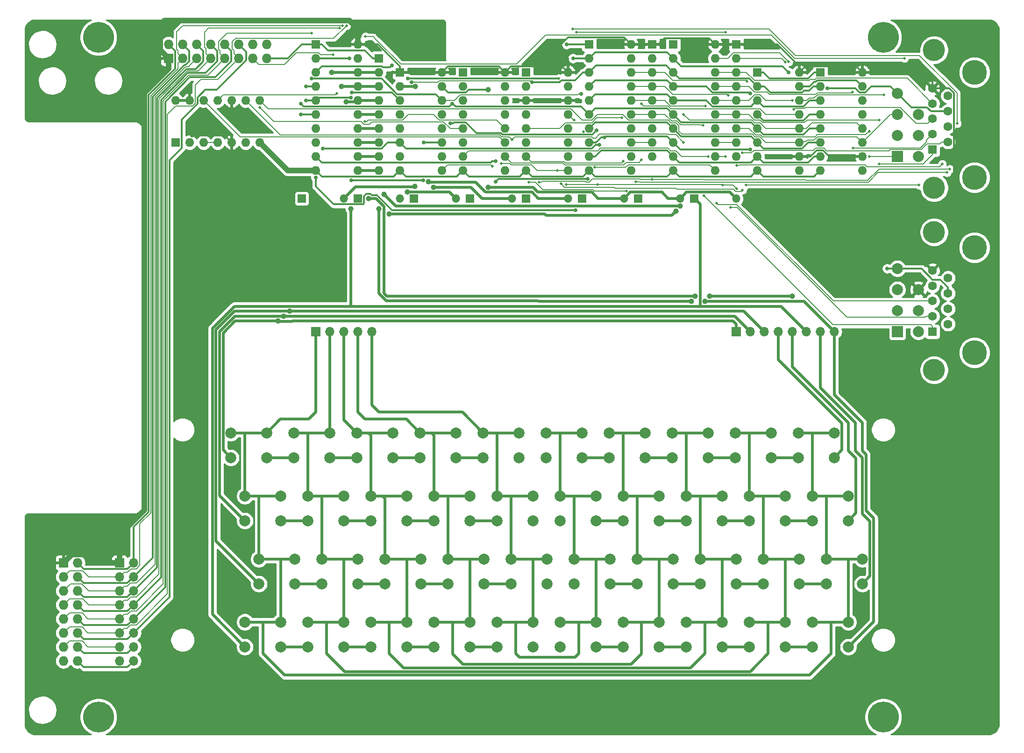
<source format=gbl>
G04 #@! TF.GenerationSoftware,KiCad,Pcbnew,(5.1.2-1)-1*
G04 #@! TF.CreationDate,2023-07-30T18:55:40+02:00*
G04 #@! TF.ProjectId,top5x8kbd,746f7035-7838-46b6-9264-2e6b69636164,rev?*
G04 #@! TF.SameCoordinates,Original*
G04 #@! TF.FileFunction,Copper,L2,Bot*
G04 #@! TF.FilePolarity,Positive*
%FSLAX46Y46*%
G04 Gerber Fmt 4.6, Leading zero omitted, Abs format (unit mm)*
G04 Created by KiCad (PCBNEW (5.1.2-1)-1) date 2023-07-30 18:55:40*
%MOMM*%
%LPD*%
G04 APERTURE LIST*
%ADD10O,1.600000X1.600000*%
%ADD11R,1.600000X1.600000*%
%ADD12C,2.000000*%
%ADD13R,2.000000X2.000000*%
%ADD14C,4.500000*%
%ADD15C,4.000000*%
%ADD16C,1.600000*%
%ADD17O,1.727200X1.727200*%
%ADD18R,1.727200X1.727200*%
%ADD19O,1.700000X1.700000*%
%ADD20R,1.700000X1.700000*%
%ADD21O,1.500000X1.500000*%
%ADD22R,1.500000X1.500000*%
%ADD23C,5.600000*%
%ADD24C,1.000000*%
%ADD25C,0.700000*%
%ADD26C,0.500000*%
%ADD27C,0.500000*%
%ADD28C,0.300000*%
%ADD29C,1.000000*%
%ADD30C,0.150000*%
%ADD31C,0.254000*%
G04 APERTURE END LIST*
D10*
X111760000Y-22860000D03*
X104140000Y-40640000D03*
X111760000Y-25400000D03*
X104140000Y-38100000D03*
X111760000Y-27940000D03*
X104140000Y-35560000D03*
X111760000Y-30480000D03*
X104140000Y-33020000D03*
X111760000Y-33020000D03*
X104140000Y-30480000D03*
X111760000Y-35560000D03*
X104140000Y-27940000D03*
X111760000Y-38100000D03*
X104140000Y-25400000D03*
X111760000Y-40640000D03*
D11*
X104140000Y-22860000D03*
D12*
X171450000Y-34290000D03*
X175260000Y-38100000D03*
X175260000Y-34290000D03*
X171450000Y-30480000D03*
D13*
X171450000Y-38100000D03*
D12*
X175260000Y-30480000D03*
D14*
X185420000Y-22860000D03*
D12*
X171450000Y-26670000D03*
D14*
X185420000Y-41910000D03*
D12*
X171450000Y-66040000D03*
X175260000Y-69850000D03*
X175260000Y-66040000D03*
X171450000Y-62230000D03*
D13*
X171450000Y-69850000D03*
D12*
X175260000Y-62230000D03*
D14*
X185420000Y-54610000D03*
D12*
X171450000Y-58420000D03*
D14*
X185420000Y-73660000D03*
D10*
X142240000Y-38100000D03*
X142240000Y-35560000D03*
X142240000Y-33020000D03*
X142240000Y-30480000D03*
X142240000Y-27940000D03*
X142240000Y-25400000D03*
X142240000Y-22860000D03*
X142240000Y-20320000D03*
D11*
X142240000Y-17780000D03*
D15*
X178100000Y-18790000D03*
X178100000Y-43790000D03*
D16*
X180640000Y-27135000D03*
X180640000Y-29905000D03*
X180640000Y-32675000D03*
X180640000Y-35445000D03*
X177800000Y-25750000D03*
X177800000Y-28520000D03*
X177800000Y-31290000D03*
X177800000Y-34060000D03*
D11*
X177800000Y-36830000D03*
D10*
X165100000Y-22860000D03*
X157480000Y-40640000D03*
X165100000Y-25400000D03*
X157480000Y-38100000D03*
X165100000Y-27940000D03*
X157480000Y-35560000D03*
X165100000Y-30480000D03*
X157480000Y-33020000D03*
X165100000Y-33020000D03*
X157480000Y-30480000D03*
X165100000Y-35560000D03*
X157480000Y-27940000D03*
X165100000Y-38100000D03*
X157480000Y-25400000D03*
X165100000Y-40640000D03*
D11*
X157480000Y-22860000D03*
D10*
X138430000Y-17780000D03*
X130810000Y-40640000D03*
X138430000Y-20320000D03*
X130810000Y-38100000D03*
X138430000Y-22860000D03*
X130810000Y-35560000D03*
X138430000Y-25400000D03*
X130810000Y-33020000D03*
X138430000Y-27940000D03*
X130810000Y-30480000D03*
X138430000Y-30480000D03*
X130810000Y-27940000D03*
X138430000Y-33020000D03*
X130810000Y-25400000D03*
X138430000Y-35560000D03*
X130810000Y-22860000D03*
X138430000Y-38100000D03*
X130810000Y-20320000D03*
X138430000Y-40640000D03*
D11*
X130810000Y-17780000D03*
D10*
X153670000Y-22860000D03*
X146050000Y-40640000D03*
X153670000Y-25400000D03*
X146050000Y-38100000D03*
X153670000Y-27940000D03*
X146050000Y-35560000D03*
X153670000Y-30480000D03*
X146050000Y-33020000D03*
X153670000Y-33020000D03*
X146050000Y-30480000D03*
X153670000Y-35560000D03*
X146050000Y-27940000D03*
X153670000Y-38100000D03*
X146050000Y-25400000D03*
X153670000Y-40640000D03*
D11*
X146050000Y-22860000D03*
D10*
X123190000Y-17780000D03*
X115570000Y-40640000D03*
X123190000Y-20320000D03*
X115570000Y-38100000D03*
X123190000Y-22860000D03*
X115570000Y-35560000D03*
X123190000Y-25400000D03*
X115570000Y-33020000D03*
X123190000Y-27940000D03*
X115570000Y-30480000D03*
X123190000Y-30480000D03*
X115570000Y-27940000D03*
X123190000Y-33020000D03*
X115570000Y-25400000D03*
X123190000Y-35560000D03*
X115570000Y-22860000D03*
X123190000Y-38100000D03*
X115570000Y-20320000D03*
X123190000Y-40640000D03*
D11*
X115570000Y-17780000D03*
D10*
X73660000Y-17780000D03*
X66040000Y-40640000D03*
X73660000Y-20320000D03*
X66040000Y-38100000D03*
X73660000Y-22860000D03*
X66040000Y-35560000D03*
X73660000Y-25400000D03*
X66040000Y-33020000D03*
X73660000Y-27940000D03*
X66040000Y-30480000D03*
X73660000Y-30480000D03*
X66040000Y-27940000D03*
X73660000Y-33020000D03*
X66040000Y-25400000D03*
X73660000Y-35560000D03*
X66040000Y-22860000D03*
X73660000Y-38100000D03*
X66040000Y-20320000D03*
X73660000Y-40640000D03*
D11*
X66040000Y-17780000D03*
D10*
X88900000Y-22860000D03*
X81280000Y-40640000D03*
X88900000Y-25400000D03*
X81280000Y-38100000D03*
X88900000Y-27940000D03*
X81280000Y-35560000D03*
X88900000Y-30480000D03*
X81280000Y-33020000D03*
X88900000Y-33020000D03*
X81280000Y-30480000D03*
X88900000Y-35560000D03*
X81280000Y-27940000D03*
X88900000Y-38100000D03*
X81280000Y-25400000D03*
X88900000Y-40640000D03*
D11*
X81280000Y-22860000D03*
D10*
X40640000Y-27940000D03*
X55880000Y-35560000D03*
X43180000Y-27940000D03*
X53340000Y-35560000D03*
X45720000Y-27940000D03*
X50800000Y-35560000D03*
X48260000Y-27940000D03*
X48260000Y-35560000D03*
X50800000Y-27940000D03*
X45720000Y-35560000D03*
X53340000Y-27940000D03*
X43180000Y-35560000D03*
X55880000Y-27940000D03*
D11*
X40640000Y-35560000D03*
D10*
X100330000Y-22860000D03*
X92710000Y-40640000D03*
X100330000Y-25400000D03*
X92710000Y-38100000D03*
X100330000Y-27940000D03*
X92710000Y-35560000D03*
X100330000Y-30480000D03*
X92710000Y-33020000D03*
X100330000Y-33020000D03*
X92710000Y-30480000D03*
X100330000Y-35560000D03*
X92710000Y-27940000D03*
X100330000Y-38100000D03*
X92710000Y-25400000D03*
X100330000Y-40640000D03*
D11*
X92710000Y-22860000D03*
D10*
X127000000Y-38100000D03*
X127000000Y-35560000D03*
X127000000Y-33020000D03*
X127000000Y-30480000D03*
X127000000Y-27940000D03*
X127000000Y-25400000D03*
X127000000Y-22860000D03*
X127000000Y-20320000D03*
D11*
X127000000Y-17780000D03*
D17*
X57150000Y-17780000D03*
X57150000Y-20320000D03*
X54610000Y-17780000D03*
X54610000Y-20320000D03*
X52070000Y-17780000D03*
X52070000Y-20320000D03*
X49530000Y-17780000D03*
X49530000Y-20320000D03*
X46990000Y-17780000D03*
X46990000Y-20320000D03*
X44450000Y-17780000D03*
X44450000Y-20320000D03*
X41910000Y-17780000D03*
X41910000Y-20320000D03*
X39370000Y-17780000D03*
D18*
X39370000Y-20320000D03*
D19*
X160020000Y-69850000D03*
X157480000Y-69850000D03*
X154940000Y-69850000D03*
X152400000Y-69850000D03*
X149860000Y-69850000D03*
X147320000Y-69850000D03*
X144780000Y-69850000D03*
D20*
X142240000Y-69850000D03*
D19*
X76200000Y-69850000D03*
X73660000Y-69850000D03*
X71120000Y-69850000D03*
X68580000Y-69850000D03*
D20*
X66040000Y-69850000D03*
D21*
X142240000Y-45720000D03*
D22*
X134620000Y-45720000D03*
D21*
X132080000Y-45720000D03*
D22*
X124460000Y-45720000D03*
D21*
X121920000Y-45720000D03*
D22*
X114300000Y-45720000D03*
D10*
X77470000Y-40640000D03*
X77470000Y-38100000D03*
X77470000Y-35560000D03*
X77470000Y-33020000D03*
X77470000Y-30480000D03*
X77470000Y-27940000D03*
X77470000Y-25400000D03*
X77470000Y-22860000D03*
D11*
X77470000Y-20320000D03*
D21*
X111760000Y-45720000D03*
D22*
X104140000Y-45720000D03*
D21*
X101600000Y-45720000D03*
D22*
X93980000Y-45720000D03*
D21*
X91440000Y-45720000D03*
D22*
X83820000Y-45720000D03*
D21*
X81280000Y-45720000D03*
D22*
X73660000Y-45720000D03*
D21*
X71120000Y-45720000D03*
D22*
X63500000Y-45720000D03*
D19*
X33020000Y-129540000D03*
X30480000Y-129540000D03*
X33020000Y-127000000D03*
X30480000Y-127000000D03*
X33020000Y-124460000D03*
X30480000Y-124460000D03*
X33020000Y-121920000D03*
X30480000Y-121920000D03*
X33020000Y-119380000D03*
X30480000Y-119380000D03*
X33020000Y-116840000D03*
X30480000Y-116840000D03*
X33020000Y-114300000D03*
X30480000Y-114300000D03*
X33020000Y-111760000D03*
D20*
X30480000Y-111760000D03*
D15*
X178100000Y-51810000D03*
X178100000Y-76810000D03*
D16*
X180640000Y-60155000D03*
X180640000Y-62925000D03*
X180640000Y-65695000D03*
X180640000Y-68465000D03*
X177800000Y-58770000D03*
X177800000Y-61540000D03*
X177800000Y-64310000D03*
X177800000Y-67080000D03*
D11*
X177800000Y-69850000D03*
D17*
X22860000Y-129540000D03*
X20320000Y-129540000D03*
X22860000Y-127000000D03*
X20320000Y-127000000D03*
X22860000Y-124460000D03*
X20320000Y-124460000D03*
X22860000Y-121920000D03*
X20320000Y-121920000D03*
X22860000Y-119380000D03*
X20320000Y-119380000D03*
X22860000Y-116840000D03*
X20320000Y-116840000D03*
X22860000Y-114300000D03*
X20320000Y-114300000D03*
X22860000Y-111760000D03*
D18*
X20320000Y-111760000D03*
D23*
X168910000Y-139700000D03*
X168910000Y-16510000D03*
X26670000Y-139700000D03*
X26670000Y-16510000D03*
D12*
X156060000Y-127000000D03*
X156060000Y-122500000D03*
X162560000Y-127000000D03*
X162560000Y-122500000D03*
X144630000Y-127000000D03*
X144630000Y-122500000D03*
X151130000Y-127000000D03*
X151130000Y-122500000D03*
X133200000Y-127000000D03*
X133200000Y-122500000D03*
X139700000Y-127000000D03*
X139700000Y-122500000D03*
X121770000Y-127000000D03*
X121770000Y-122500000D03*
X128270000Y-127000000D03*
X128270000Y-122500000D03*
X110340000Y-127000000D03*
X110340000Y-122500000D03*
X116840000Y-127000000D03*
X116840000Y-122500000D03*
X98910000Y-127000000D03*
X98910000Y-122500000D03*
X105410000Y-127000000D03*
X105410000Y-122500000D03*
X87480000Y-127000000D03*
X87480000Y-122500000D03*
X93980000Y-127000000D03*
X93980000Y-122500000D03*
X76050000Y-127000000D03*
X76050000Y-122500000D03*
X82550000Y-127000000D03*
X82550000Y-122500000D03*
X64620000Y-127000000D03*
X64620000Y-122500000D03*
X71120000Y-127000000D03*
X71120000Y-122500000D03*
X53190000Y-127000000D03*
X53190000Y-122500000D03*
X59690000Y-127000000D03*
X59690000Y-122500000D03*
X158600000Y-115570000D03*
X158600000Y-111070000D03*
X165100000Y-115570000D03*
X165100000Y-111070000D03*
X147170000Y-115570000D03*
X147170000Y-111070000D03*
X153670000Y-115570000D03*
X153670000Y-111070000D03*
X135740000Y-115570000D03*
X135740000Y-111070000D03*
X142240000Y-115570000D03*
X142240000Y-111070000D03*
X124310000Y-115570000D03*
X124310000Y-111070000D03*
X130810000Y-115570000D03*
X130810000Y-111070000D03*
X112880000Y-115570000D03*
X112880000Y-111070000D03*
X119380000Y-115570000D03*
X119380000Y-111070000D03*
X101450000Y-115570000D03*
X101450000Y-111070000D03*
X107950000Y-115570000D03*
X107950000Y-111070000D03*
X90020000Y-115570000D03*
X90020000Y-111070000D03*
X96520000Y-115570000D03*
X96520000Y-111070000D03*
X78590000Y-115570000D03*
X78590000Y-111070000D03*
X85090000Y-115570000D03*
X85090000Y-111070000D03*
X67160000Y-115570000D03*
X67160000Y-111070000D03*
X73660000Y-115570000D03*
X73660000Y-111070000D03*
X55730000Y-115570000D03*
X55730000Y-111070000D03*
X62230000Y-115570000D03*
X62230000Y-111070000D03*
X156060000Y-104140000D03*
X156060000Y-99640000D03*
X162560000Y-104140000D03*
X162560000Y-99640000D03*
X144630000Y-104140000D03*
X144630000Y-99640000D03*
X151130000Y-104140000D03*
X151130000Y-99640000D03*
X133200000Y-104140000D03*
X133200000Y-99640000D03*
X139700000Y-104140000D03*
X139700000Y-99640000D03*
X121770000Y-104140000D03*
X121770000Y-99640000D03*
X128270000Y-104140000D03*
X128270000Y-99640000D03*
X110340000Y-104140000D03*
X110340000Y-99640000D03*
X116840000Y-104140000D03*
X116840000Y-99640000D03*
X98910000Y-104140000D03*
X98910000Y-99640000D03*
X105410000Y-104140000D03*
X105410000Y-99640000D03*
X87480000Y-104140000D03*
X87480000Y-99640000D03*
X93980000Y-104140000D03*
X93980000Y-99640000D03*
X76050000Y-104140000D03*
X76050000Y-99640000D03*
X82550000Y-104140000D03*
X82550000Y-99640000D03*
X64620000Y-104140000D03*
X64620000Y-99640000D03*
X71120000Y-104140000D03*
X71120000Y-99640000D03*
X53190000Y-104140000D03*
X53190000Y-99640000D03*
X59690000Y-104140000D03*
X59690000Y-99640000D03*
X153520000Y-92710000D03*
X153520000Y-88210000D03*
X160020000Y-92710000D03*
X160020000Y-88210000D03*
X142090000Y-92710000D03*
X142090000Y-88210000D03*
X148590000Y-92710000D03*
X148590000Y-88210000D03*
X130660000Y-92710000D03*
X130660000Y-88210000D03*
X137160000Y-92710000D03*
X137160000Y-88210000D03*
X119230000Y-92710000D03*
X119230000Y-88210000D03*
X125730000Y-92710000D03*
X125730000Y-88210000D03*
X107800000Y-92710000D03*
X107800000Y-88210000D03*
X114300000Y-92710000D03*
X114300000Y-88210000D03*
X96370000Y-92710000D03*
X96370000Y-88210000D03*
X102870000Y-92710000D03*
X102870000Y-88210000D03*
X84940000Y-92710000D03*
X84940000Y-88210000D03*
X91440000Y-92710000D03*
X91440000Y-88210000D03*
X73510000Y-92710000D03*
X73510000Y-88210000D03*
X80010000Y-92710000D03*
X80010000Y-88210000D03*
X62080000Y-92710000D03*
X62080000Y-88210000D03*
X68580000Y-92710000D03*
X68580000Y-88210000D03*
X50650000Y-92710000D03*
X50650000Y-88210000D03*
X57150000Y-92710000D03*
X57150000Y-88210000D03*
D24*
X68961000Y-22860000D03*
X59182000Y-67945000D03*
X79375000Y-48514000D03*
X131318000Y-48020002D03*
X70739000Y-25400000D03*
X60198000Y-67056000D03*
X78370000Y-44989978D03*
X132080000Y-47120002D03*
X71538451Y-28232000D03*
X61284970Y-66167000D03*
X152419002Y-63444998D03*
X137395274Y-63444998D03*
X134817970Y-63444998D03*
X75603000Y-45720000D03*
X72425324Y-47570001D03*
X136617970Y-64344998D03*
X77470000Y-47570001D03*
X134078771Y-64344998D03*
D25*
X115316000Y-42190011D03*
X98679000Y-42672000D03*
X98679000Y-38989000D03*
X169605000Y-58420000D03*
X158750000Y-25781000D03*
X111506000Y-17780000D03*
X144780000Y-36830000D03*
X118374999Y-34659990D03*
X113157000Y-47870002D03*
X66040000Y-41940003D03*
X114173000Y-26797000D03*
X65278000Y-24003000D03*
X90805000Y-28575000D03*
X63373000Y-28575000D03*
X63373000Y-30480000D03*
X116967000Y-33401000D03*
X90424000Y-32131000D03*
X72517000Y-42390001D03*
X85532112Y-42390001D03*
X85598000Y-35560000D03*
X64262000Y-27940000D03*
X72359997Y-27432000D03*
X117475000Y-36010010D03*
X67310000Y-36703000D03*
X144780000Y-26670000D03*
X64262000Y-25400000D03*
X105283000Y-24638000D03*
X79883000Y-21590000D03*
X83433814Y-24631777D03*
X151765000Y-22860000D03*
X82719999Y-23960001D03*
D26*
X110109000Y-23960001D03*
D25*
X72559999Y-26500001D03*
X72136000Y-20320000D03*
X112671998Y-20320000D03*
X43630001Y-34290000D03*
D26*
X69215000Y-19685000D03*
X71626603Y-14372399D03*
X65274817Y-15744817D03*
X70393296Y-14847399D03*
X70866000Y-14372399D03*
X55880000Y-29210000D03*
X99695000Y-39370000D03*
X109855000Y-40640000D03*
X112649000Y-14986000D03*
X182290001Y-32131000D03*
X74930000Y-31750000D03*
D24*
X84010378Y-43561000D03*
X84074000Y-25400000D03*
X82610379Y-44510379D03*
X87376000Y-43669999D03*
X86476000Y-42720269D03*
X97282000Y-43669999D03*
X97282000Y-26039999D03*
D26*
X125095000Y-28575000D03*
X125095000Y-38735000D03*
X151765000Y-20955000D03*
X137160000Y-38100000D03*
X98044000Y-39878000D03*
X172720000Y-20320000D03*
X75057000Y-16383000D03*
X69850000Y-26670000D03*
X127000000Y-42291000D03*
X180975000Y-40386000D03*
X106553000Y-42740011D03*
X180467000Y-41021000D03*
X104632997Y-42740011D03*
X122349380Y-44371380D03*
X124079000Y-42672000D03*
X144230000Y-24510001D03*
X144018000Y-43241001D03*
X175387000Y-43307000D03*
X136685000Y-28956000D03*
X138684000Y-46609000D03*
X140843000Y-27050001D03*
X141211407Y-47371000D03*
X136379624Y-45219999D03*
X136210000Y-32469999D03*
X179578408Y-39497408D03*
X142367000Y-39750001D03*
X142367000Y-43942000D03*
X112903000Y-31519999D03*
X111393989Y-43194989D03*
X114525053Y-33609989D03*
X117079011Y-43194989D03*
X139827000Y-43241001D03*
X143383000Y-37465000D03*
X143383000Y-44196000D03*
X110490000Y-43053000D03*
X152400000Y-27940000D03*
X152654000Y-29590001D03*
X163355000Y-26416000D03*
X163449000Y-36599999D03*
X168157001Y-31505001D03*
X168148000Y-39497000D03*
X151104122Y-20965875D03*
X169037000Y-26924000D03*
X166370000Y-33528000D03*
X166370000Y-38100000D03*
X132715000Y-30480000D03*
X132715000Y-35560000D03*
X101600000Y-35052000D03*
X121539000Y-31115000D03*
X121793000Y-38989000D03*
X113284000Y-15621000D03*
X140335000Y-15621000D03*
X140335000Y-38100000D03*
X116636536Y-40089999D03*
D27*
X50650000Y-88210000D02*
X52064213Y-88210000D01*
X53190000Y-99640000D02*
X54604213Y-99640000D01*
X55730000Y-111070000D02*
X57144213Y-111070000D01*
X53190000Y-122500000D02*
X54604213Y-122500000D01*
X156060000Y-122500000D02*
X157474213Y-122500000D01*
X158600000Y-111070000D02*
X160014213Y-111070000D01*
X54604213Y-122500000D02*
X56460000Y-122500000D01*
X56460000Y-122500000D02*
X59690000Y-122500000D01*
X157474213Y-122500000D02*
X159440000Y-122500000D01*
X159440000Y-122500000D02*
X162560000Y-122500000D01*
X159440000Y-128215000D02*
X159440000Y-122500000D01*
X155529972Y-132125028D02*
X159440000Y-128215000D01*
X60370028Y-132125028D02*
X155529972Y-132125028D01*
X56460000Y-128215000D02*
X60370028Y-132125028D01*
X56460000Y-122500000D02*
X56460000Y-128215000D01*
X53190000Y-99640000D02*
X53190000Y-88305000D01*
X53285000Y-88210000D02*
X57150000Y-88210000D01*
X53190000Y-88305000D02*
X53285000Y-88210000D01*
X52064213Y-88210000D02*
X53285000Y-88210000D01*
X55730000Y-111070000D02*
X55730000Y-99735000D01*
X55730000Y-99735000D02*
X55825000Y-99640000D01*
X55825000Y-99640000D02*
X59690000Y-99640000D01*
X54604213Y-99640000D02*
X55825000Y-99640000D01*
X59690000Y-111125000D02*
X59635000Y-111070000D01*
X59690000Y-122500000D02*
X59690000Y-111125000D01*
X59635000Y-111070000D02*
X62230000Y-111070000D01*
X57144213Y-111070000D02*
X59635000Y-111070000D01*
X162560000Y-111125000D02*
X162615000Y-111070000D01*
X162560000Y-122500000D02*
X162560000Y-111125000D01*
X162615000Y-111070000D02*
X165100000Y-111070000D01*
X160014213Y-111070000D02*
X162615000Y-111070000D01*
X158600000Y-111070000D02*
X158600000Y-99735000D01*
X158600000Y-99735000D02*
X158695000Y-99640000D01*
X158695000Y-99640000D02*
X162560000Y-99640000D01*
X156060000Y-99640000D02*
X158695000Y-99640000D01*
X156155000Y-88210000D02*
X153520000Y-88210000D01*
X156060000Y-88305000D02*
X156155000Y-88210000D01*
X156060000Y-99640000D02*
X156060000Y-88305000D01*
X160020000Y-88210000D02*
X156155000Y-88210000D01*
X66040000Y-84455000D02*
X64770000Y-85725000D01*
X59635000Y-85725000D02*
X57150000Y-88210000D01*
X64770000Y-85725000D02*
X59635000Y-85725000D01*
X66040000Y-84455000D02*
X66040000Y-69850000D01*
X73660000Y-22860000D02*
X77470000Y-22860000D01*
X57150000Y-92710000D02*
X62080000Y-92710000D01*
X80010000Y-92710000D02*
X84940000Y-92710000D01*
X91440000Y-92710000D02*
X96370000Y-92710000D01*
X73660000Y-22860000D02*
X68961000Y-22860000D01*
X142240000Y-68500000D02*
X142240000Y-69850000D01*
X141685000Y-67945000D02*
X142240000Y-68500000D01*
X61849000Y-67945001D02*
X141685000Y-67945000D01*
X59193001Y-67956001D02*
X59182000Y-67945000D01*
X61838000Y-67956001D02*
X59193001Y-67956001D01*
X61849000Y-67945001D02*
X61838000Y-67956001D01*
X49249999Y-91309999D02*
X50650000Y-92710000D01*
X49249999Y-70130001D02*
X49249999Y-91309999D01*
X51435000Y-67945000D02*
X49249999Y-70130001D01*
X59182000Y-67945000D02*
X51435000Y-67945000D01*
X68580000Y-92710000D02*
X73510000Y-92710000D01*
X62080000Y-88210000D02*
X63494213Y-88210000D01*
X64620000Y-122500000D02*
X66034213Y-122500000D01*
X67160000Y-111070000D02*
X68574213Y-111070000D01*
X64620000Y-99640000D02*
X66034213Y-99640000D01*
X144630000Y-122500000D02*
X146044213Y-122500000D01*
X144630000Y-99640000D02*
X146044213Y-99640000D01*
X66034213Y-122500000D02*
X68000000Y-122500000D01*
X68000000Y-122500000D02*
X71120000Y-122500000D01*
X146044213Y-122500000D02*
X148010000Y-122500000D01*
X148010000Y-122500000D02*
X151130000Y-122500000D01*
X148010000Y-128215000D02*
X148010000Y-122500000D01*
X71260018Y-131475018D02*
X144749982Y-131475018D01*
X144749982Y-131475018D02*
X148010000Y-128215000D01*
X68000000Y-128215000D02*
X71260018Y-131475018D01*
X68000000Y-122500000D02*
X68000000Y-128215000D01*
X71120000Y-122500000D02*
X71120000Y-111125000D01*
X71175000Y-111070000D02*
X73660000Y-111070000D01*
X71120000Y-111125000D02*
X71175000Y-111070000D01*
X68574213Y-111070000D02*
X71175000Y-111070000D01*
X67160000Y-99735000D02*
X67255000Y-99640000D01*
X67160000Y-111070000D02*
X67160000Y-99735000D01*
X67255000Y-99640000D02*
X71120000Y-99640000D01*
X66034213Y-99640000D02*
X67255000Y-99640000D01*
X64620000Y-99640000D02*
X64620000Y-88305000D01*
X64715000Y-88210000D02*
X68580000Y-88210000D01*
X64620000Y-88305000D02*
X64715000Y-88210000D01*
X63494213Y-88210000D02*
X64715000Y-88210000D01*
X151130000Y-111125000D02*
X151185000Y-111070000D01*
X151130000Y-122500000D02*
X151130000Y-111125000D01*
X151185000Y-111070000D02*
X147170000Y-111070000D01*
X153670000Y-111070000D02*
X151185000Y-111070000D01*
X147170000Y-99735000D02*
X147265000Y-99640000D01*
X147265000Y-99640000D02*
X151130000Y-99640000D01*
X147170000Y-111070000D02*
X147170000Y-99735000D01*
X146044213Y-99640000D02*
X147265000Y-99640000D01*
X144630000Y-99640000D02*
X144630000Y-88305000D01*
X144725000Y-88210000D02*
X142090000Y-88210000D01*
X144630000Y-88305000D02*
X144725000Y-88210000D01*
X148590000Y-88210000D02*
X144725000Y-88210000D01*
X68580000Y-88210000D02*
X68580000Y-69850000D01*
X73510000Y-88210000D02*
X74924213Y-88210000D01*
X78590000Y-111070000D02*
X80004213Y-111070000D01*
X76050000Y-122500000D02*
X77464213Y-122500000D01*
X133200000Y-122500000D02*
X134614213Y-122500000D01*
X133200000Y-99640000D02*
X134614213Y-99640000D01*
X79320000Y-122500000D02*
X79320000Y-128215000D01*
X77464213Y-122500000D02*
X79320000Y-122500000D01*
X79320000Y-122500000D02*
X82550000Y-122500000D01*
X136580000Y-122500000D02*
X136580000Y-128215000D01*
X134614213Y-122500000D02*
X136580000Y-122500000D01*
X136580000Y-122500000D02*
X139700000Y-122500000D01*
X92495756Y-130825008D02*
X92495758Y-130825010D01*
X81930008Y-130825008D02*
X92495756Y-130825008D01*
X79320000Y-128215000D02*
X81930008Y-130825008D01*
X92495758Y-130825010D02*
X133969990Y-130825010D01*
X133969990Y-130825010D02*
X136580000Y-128215000D01*
X82550000Y-111125000D02*
X82495000Y-111070000D01*
X82550000Y-122500000D02*
X82550000Y-111125000D01*
X82495000Y-111070000D02*
X85090000Y-111070000D01*
X80004213Y-111070000D02*
X82495000Y-111070000D01*
X76050000Y-99640000D02*
X76050000Y-88640000D01*
X76050000Y-88640000D02*
X75620000Y-88210000D01*
X75620000Y-88210000D02*
X80010000Y-88210000D01*
X74924213Y-88210000D02*
X75620000Y-88210000D01*
X78590000Y-100070000D02*
X78160000Y-99640000D01*
X78590000Y-111070000D02*
X78590000Y-100070000D01*
X78160000Y-99640000D02*
X82550000Y-99640000D01*
X76050000Y-99640000D02*
X78160000Y-99640000D01*
X139700000Y-111125000D02*
X139645000Y-111070000D01*
X139700000Y-122500000D02*
X139700000Y-111125000D01*
X139645000Y-111070000D02*
X135740000Y-111070000D01*
X142240000Y-111070000D02*
X139645000Y-111070000D01*
X135740000Y-111070000D02*
X135740000Y-99845000D01*
X135740000Y-99845000D02*
X135945000Y-99640000D01*
X135945000Y-99640000D02*
X139700000Y-99640000D01*
X134614213Y-99640000D02*
X135945000Y-99640000D01*
X133200000Y-99640000D02*
X133200000Y-88305000D01*
X133295000Y-88210000D02*
X130660000Y-88210000D01*
X133200000Y-88305000D02*
X133295000Y-88210000D01*
X137160000Y-88210000D02*
X133295000Y-88210000D01*
X71120000Y-85820000D02*
X73510000Y-88210000D01*
X71120000Y-69850000D02*
X71120000Y-85820000D01*
X90020000Y-111070000D02*
X91434213Y-111070000D01*
X87480000Y-99640000D02*
X88894213Y-99640000D01*
X84940000Y-88210000D02*
X86354213Y-88210000D01*
X87480000Y-122500000D02*
X88894213Y-122500000D01*
X121770000Y-122500000D02*
X123184213Y-122500000D01*
X121770000Y-99640000D02*
X123184213Y-99640000D01*
X88894213Y-122500000D02*
X90860000Y-122500000D01*
X90860000Y-122500000D02*
X93980000Y-122500000D01*
X125150000Y-122500000D02*
X128270000Y-122500000D01*
X123184213Y-122500000D02*
X125150000Y-122500000D01*
X125095000Y-122555000D02*
X125150000Y-122500000D01*
X90860000Y-122500000D02*
X90860000Y-128270000D01*
X125095000Y-128270000D02*
X125095000Y-122555000D01*
X123190000Y-130175000D02*
X125095000Y-128270000D01*
X92710000Y-130175000D02*
X123190000Y-130175000D01*
X90860000Y-128270000D02*
X92710000Y-130175000D01*
X93980000Y-111125000D02*
X93925000Y-111070000D01*
X93980000Y-122500000D02*
X93980000Y-111125000D01*
X93925000Y-111070000D02*
X96520000Y-111070000D01*
X91434213Y-111070000D02*
X93925000Y-111070000D01*
X90115000Y-99640000D02*
X93980000Y-99640000D01*
X90020000Y-99735000D02*
X90115000Y-99640000D01*
X90020000Y-111070000D02*
X90020000Y-99735000D01*
X88894213Y-99640000D02*
X90115000Y-99640000D01*
X87480000Y-88640000D02*
X87050000Y-88210000D01*
X87480000Y-99640000D02*
X87480000Y-88640000D01*
X87050000Y-88210000D02*
X91440000Y-88210000D01*
X86354213Y-88210000D02*
X87050000Y-88210000D01*
X128270000Y-111125000D02*
X128215000Y-111070000D01*
X128270000Y-122500000D02*
X128270000Y-111125000D01*
X128215000Y-111070000D02*
X124310000Y-111070000D01*
X130810000Y-111070000D02*
X128215000Y-111070000D01*
X124310000Y-99735000D02*
X124405000Y-99640000D01*
X124405000Y-99640000D02*
X128270000Y-99640000D01*
X124310000Y-111070000D02*
X124310000Y-99735000D01*
X123184213Y-99640000D02*
X124405000Y-99640000D01*
X121770000Y-99640000D02*
X121770000Y-88415000D01*
X121975000Y-88210000D02*
X119230000Y-88210000D01*
X121770000Y-88415000D02*
X121975000Y-88210000D01*
X125730000Y-88210000D02*
X121975000Y-88210000D01*
X82455000Y-85725000D02*
X84940000Y-88210000D01*
X74930000Y-85725000D02*
X82455000Y-85725000D01*
X73660000Y-84455000D02*
X74930000Y-85725000D01*
X73660000Y-69850000D02*
X73660000Y-84455000D01*
X101450000Y-111070000D02*
X102864213Y-111070000D01*
X98910000Y-99640000D02*
X100324213Y-99640000D01*
X96370000Y-88210000D02*
X102870000Y-88210000D01*
X98910000Y-122500000D02*
X100324213Y-122500000D01*
X110340000Y-122500000D02*
X111754213Y-122500000D01*
X110340000Y-99640000D02*
X111754213Y-99640000D01*
X100324213Y-122500000D02*
X102290000Y-122500000D01*
X102290000Y-122500000D02*
X105410000Y-122500000D01*
X113030000Y-128905000D02*
X113720000Y-128215000D01*
X113720000Y-128215000D02*
X113720000Y-122500000D01*
X102980000Y-128905000D02*
X113030000Y-128905000D01*
X111754213Y-122500000D02*
X113720000Y-122500000D01*
X102290000Y-122500000D02*
X102290000Y-128215000D01*
X102290000Y-128215000D02*
X102980000Y-128905000D01*
X113720000Y-122500000D02*
X116840000Y-122500000D01*
X98910000Y-99640000D02*
X98910000Y-88415000D01*
X101450000Y-99735000D02*
X101545000Y-99640000D01*
X101450000Y-111070000D02*
X101450000Y-99735000D01*
X101545000Y-99640000D02*
X105410000Y-99640000D01*
X100324213Y-99640000D02*
X101545000Y-99640000D01*
X105410000Y-111125000D02*
X105355000Y-111070000D01*
X105410000Y-122500000D02*
X105410000Y-111125000D01*
X105355000Y-111070000D02*
X107950000Y-111070000D01*
X102864213Y-111070000D02*
X105355000Y-111070000D01*
X116840000Y-111125000D02*
X116785000Y-111070000D01*
X116840000Y-122500000D02*
X116840000Y-111125000D01*
X116785000Y-111070000D02*
X112880000Y-111070000D01*
X119380000Y-111070000D02*
X116785000Y-111070000D01*
X113085000Y-99640000D02*
X116840000Y-99640000D01*
X112880000Y-99845000D02*
X113085000Y-99640000D01*
X112880000Y-111070000D02*
X112880000Y-99845000D01*
X111754213Y-99640000D02*
X113085000Y-99640000D01*
X110340000Y-88305000D02*
X110435000Y-88210000D01*
X110340000Y-99640000D02*
X110340000Y-88305000D01*
X110435000Y-88210000D02*
X107800000Y-88210000D01*
X114300000Y-88210000D02*
X110435000Y-88210000D01*
X76200000Y-83185000D02*
X77470000Y-84455000D01*
X92615000Y-84455000D02*
X96370000Y-88210000D01*
X77470000Y-84455000D02*
X92615000Y-84455000D01*
X76200000Y-69850000D02*
X76200000Y-83185000D01*
X73660000Y-30480000D02*
X77470000Y-30480000D01*
X114300000Y-92710000D02*
X119230000Y-92710000D01*
X125730000Y-92710000D02*
X130660000Y-92710000D01*
X137160000Y-92710000D02*
X142090000Y-92710000D01*
X148590000Y-92710000D02*
X153520000Y-92710000D01*
X79375000Y-48514000D02*
X79756000Y-48514000D01*
X79756000Y-48514000D02*
X80010000Y-48514000D01*
X80010000Y-48514000D02*
X107569000Y-48514000D01*
X130570002Y-48768000D02*
X131318000Y-48020002D01*
X107823000Y-48768000D02*
X130570002Y-48768000D01*
X107569000Y-48514000D02*
X107823000Y-48768000D01*
X149860000Y-74930000D02*
X149860000Y-69850000D01*
X161420001Y-91309999D02*
X161420001Y-86490001D01*
X161420001Y-86490001D02*
X149860000Y-74930000D01*
X160020000Y-92710000D02*
X161420001Y-91309999D01*
X73660000Y-25400000D02*
X77470000Y-25400000D01*
X59690000Y-104140000D02*
X64620000Y-104140000D01*
X71120000Y-104140000D02*
X76050000Y-104140000D01*
X82550000Y-104140000D02*
X87480000Y-104140000D01*
X93980000Y-104140000D02*
X98910000Y-104140000D01*
X73660000Y-25400000D02*
X70739000Y-25400000D01*
X52190001Y-103140001D02*
X53190000Y-104140000D01*
X48599989Y-99549989D02*
X52190001Y-103140001D01*
X48599989Y-69860759D02*
X48599989Y-99549989D01*
X51415749Y-67044999D02*
X48599989Y-69860759D01*
X141975000Y-67045000D02*
X144780000Y-69850000D01*
X61849000Y-67045000D02*
X141975000Y-67045000D01*
X60209001Y-67067001D02*
X60198000Y-67056000D01*
X61826999Y-67067001D02*
X60209001Y-67067001D01*
X61849000Y-67045000D02*
X61826999Y-67067001D01*
X59479893Y-67044999D02*
X51415749Y-67044999D01*
X59490894Y-67056000D02*
X59479893Y-67044999D01*
X60198000Y-67056000D02*
X59490894Y-67056000D01*
X73660000Y-33020000D02*
X77470000Y-33020000D01*
X156060000Y-104140000D02*
X151130000Y-104140000D01*
X144630000Y-104140000D02*
X139700000Y-104140000D01*
X133200000Y-104140000D02*
X128270000Y-104140000D01*
X121770000Y-104140000D02*
X116840000Y-104140000D01*
X152400000Y-76200000D02*
X152400000Y-69850000D01*
X162560000Y-86360000D02*
X152400000Y-76200000D01*
X162560000Y-91440000D02*
X162560000Y-86360000D01*
X163960001Y-92840001D02*
X162560000Y-91440000D01*
X163960001Y-102739999D02*
X163960001Y-92840001D01*
X162560000Y-104140000D02*
X163960001Y-102739999D01*
X132080000Y-47120002D02*
X80500024Y-47120002D01*
X80500024Y-47120002D02*
X78370000Y-44989978D01*
X73660000Y-27940000D02*
X77470000Y-27940000D01*
X62230000Y-115570000D02*
X67160000Y-115570000D01*
X73660000Y-115570000D02*
X78590000Y-115570000D01*
X85090000Y-115570000D02*
X90020000Y-115570000D01*
X96520000Y-115570000D02*
X101450000Y-115570000D01*
X47949979Y-107789979D02*
X47949979Y-69525021D01*
X47949979Y-69525021D02*
X51330000Y-66145000D01*
X55730000Y-115570000D02*
X47949979Y-107789979D01*
X73368000Y-28232000D02*
X71538451Y-28232000D01*
X73660000Y-27940000D02*
X73368000Y-28232000D01*
X60555864Y-66145000D02*
X51330000Y-66145000D01*
X60577864Y-66167000D02*
X60555864Y-66145000D01*
X61284970Y-66167000D02*
X60577864Y-66167000D01*
X143637000Y-66167000D02*
X147320000Y-69850000D01*
X61284970Y-66167000D02*
X143637000Y-66167000D01*
X73660000Y-38100000D02*
X77470000Y-38100000D01*
X119380000Y-115570000D02*
X124310000Y-115570000D01*
X130810000Y-115570000D02*
X135740000Y-115570000D01*
X142240000Y-115570000D02*
X147170000Y-115570000D01*
X153670000Y-115570000D02*
X158600000Y-115570000D01*
X163830000Y-86360000D02*
X157480000Y-80010000D01*
X165100000Y-92710000D02*
X163830000Y-91440000D01*
X165100000Y-102870000D02*
X165100000Y-92710000D01*
X157480000Y-80010000D02*
X157480000Y-69850000D01*
X166500001Y-104270001D02*
X165100000Y-102870000D01*
X166500001Y-114169999D02*
X166500001Y-104270001D01*
X163830000Y-91440000D02*
X163830000Y-86360000D01*
X165100000Y-115570000D02*
X166500001Y-114169999D01*
X152419002Y-63444998D02*
X137395274Y-63444998D01*
X79121000Y-63444998D02*
X134817970Y-63444998D01*
X78370001Y-47138000D02*
X78370000Y-62876000D01*
X78938998Y-63444998D02*
X79121000Y-63444998D01*
X78370000Y-62876000D02*
X78938998Y-63444998D01*
X76952001Y-45720000D02*
X78370001Y-47138000D01*
X75603000Y-45720000D02*
X76952001Y-45720000D01*
X73660000Y-35560000D02*
X77470000Y-35560000D01*
X59690000Y-127000000D02*
X64620000Y-127000000D01*
X71120000Y-127000000D02*
X76050000Y-127000000D01*
X82550000Y-127000000D02*
X87480000Y-127000000D01*
X93980000Y-127000000D02*
X98910000Y-127000000D01*
X154090001Y-69000001D02*
X154940000Y-69850000D01*
X134679000Y-45720000D02*
X135717970Y-46758970D01*
X134620000Y-45720000D02*
X134679000Y-45720000D01*
X135717970Y-46758970D02*
X135717970Y-65196030D01*
X135717970Y-65196030D02*
X135669002Y-65244998D01*
X135669002Y-65244998D02*
X150334998Y-65244998D01*
X58820531Y-65245000D02*
X58820533Y-65244998D01*
X51310748Y-65245000D02*
X58820531Y-65245000D01*
X47299969Y-69255779D02*
X51310748Y-65245000D01*
X47299969Y-121109969D02*
X47299969Y-69255779D01*
X53190000Y-127000000D02*
X47299969Y-121109969D01*
X150685500Y-65595500D02*
X154090001Y-69000001D01*
X150368000Y-65278000D02*
X150685500Y-65595500D01*
X150334998Y-65244998D02*
X150685500Y-65595500D01*
X72425324Y-65242676D02*
X72390000Y-65278000D01*
X72425324Y-47570001D02*
X72425324Y-65242676D01*
X72390000Y-65278000D02*
X150368000Y-65278000D01*
X65786000Y-65278000D02*
X72390000Y-65278000D01*
X65753000Y-65245000D02*
X65786000Y-65278000D01*
X58820531Y-65245000D02*
X65753000Y-65245000D01*
X73660000Y-40640000D02*
X77470000Y-40640000D01*
X116840000Y-127000000D02*
X121770000Y-127000000D01*
X128270000Y-127000000D02*
X133200000Y-127000000D01*
X139700000Y-127000000D02*
X144630000Y-127000000D01*
X151130000Y-127000000D02*
X156060000Y-127000000D01*
X165750010Y-92090010D02*
X165100000Y-91440000D01*
X167150011Y-122409989D02*
X167150011Y-103650011D01*
X162560000Y-127000000D02*
X167150011Y-122409989D01*
X167150011Y-103650011D02*
X165750010Y-102250010D01*
X165750010Y-102250010D02*
X165750010Y-92090010D01*
X160020000Y-81280000D02*
X160020000Y-69850000D01*
X165100000Y-86360000D02*
X160020000Y-81280000D01*
X165100000Y-86360000D02*
X165100000Y-91440000D01*
X154514998Y-64344998D02*
X136617970Y-64344998D01*
X160020000Y-69850000D02*
X154514998Y-64344998D01*
X134078771Y-64344998D02*
X79121000Y-64262000D01*
X78836748Y-64262000D02*
X77470000Y-62895252D01*
X77470000Y-48277107D02*
X77470000Y-47570001D01*
X77470000Y-62895252D02*
X77470000Y-48277107D01*
X79121000Y-64262000D02*
X78836748Y-64262000D01*
D28*
X32170001Y-130389999D02*
X33020000Y-129540000D01*
X31869999Y-130690001D02*
X32170001Y-130389999D01*
X24010001Y-130690001D02*
X31869999Y-130690001D01*
X22860000Y-129540000D02*
X24010001Y-130690001D01*
X144949999Y-39200001D02*
X145250001Y-38899999D01*
X145250001Y-38899999D02*
X146050000Y-38100000D01*
X131910001Y-39200001D02*
X144949999Y-39200001D01*
X130810000Y-38100000D02*
X131910001Y-39200001D01*
X146849999Y-38899999D02*
X146050000Y-38100000D01*
X147150001Y-39200001D02*
X146849999Y-38899999D01*
X155248629Y-39200001D02*
X147150001Y-39200001D01*
X156348630Y-38100000D02*
X155248629Y-39200001D01*
X157480000Y-38100000D02*
X156348630Y-38100000D01*
X130010001Y-37300001D02*
X130810000Y-38100000D01*
X129709999Y-36999999D02*
X130010001Y-37300001D01*
X116701370Y-38100000D02*
X117801371Y-36999999D01*
X115570000Y-38100000D02*
X116701370Y-38100000D01*
X118067001Y-36999999D02*
X129709999Y-36999999D01*
X117801371Y-36999999D02*
X118067001Y-36999999D01*
X117856000Y-36999999D02*
X118067001Y-36999999D01*
X115316000Y-42190011D02*
X115316000Y-42190011D01*
X99187000Y-42190011D02*
X115316000Y-42190011D01*
X98679000Y-42672000D02*
X99187000Y-42190011D01*
X98001001Y-38989000D02*
X98679000Y-38989000D01*
X97790000Y-39200001D02*
X98001001Y-38989000D01*
X67140001Y-39200001D02*
X97790000Y-39200001D01*
X66040000Y-38100000D02*
X67140001Y-39200001D01*
D29*
X55880000Y-35560000D02*
X60960000Y-40640000D01*
X60960000Y-40640000D02*
X66040000Y-40640000D01*
D28*
X80179999Y-41740001D02*
X80480001Y-41439999D01*
X80480001Y-41439999D02*
X81280000Y-40640000D01*
X67140001Y-41740001D02*
X80179999Y-41740001D01*
X66040000Y-40640000D02*
X67140001Y-41740001D01*
X67140000Y-17780000D02*
X66040000Y-17780000D01*
X74930001Y-18880001D02*
X68240001Y-18880001D01*
X76370000Y-20320000D02*
X74930001Y-18880001D01*
X68240001Y-18880001D02*
X67140000Y-17780000D01*
X77470000Y-20320000D02*
X76370000Y-20320000D01*
X57150000Y-20320000D02*
X60960000Y-20320000D01*
X63500000Y-17780000D02*
X66040000Y-17780000D01*
X60960000Y-20320000D02*
X63500000Y-17780000D01*
X91910001Y-41439999D02*
X92710000Y-40640000D01*
X91609999Y-41740001D02*
X91910001Y-41439999D01*
X82380001Y-41740001D02*
X91609999Y-41740001D01*
X81280000Y-40640000D02*
X82380001Y-41740001D01*
X103340001Y-41439999D02*
X104140000Y-40640000D01*
X93810001Y-41740001D02*
X103039999Y-41740001D01*
X103039999Y-41740001D02*
X103340001Y-41439999D01*
X92710000Y-40640000D02*
X93810001Y-41740001D01*
X156680001Y-41439999D02*
X157480000Y-40640000D01*
X156379999Y-41740001D02*
X156680001Y-41439999D01*
X147150001Y-41740001D02*
X156379999Y-41740001D01*
X146050000Y-40640000D02*
X147150001Y-41740001D01*
X179508630Y-29905000D02*
X180640000Y-29905000D01*
X177556998Y-29905000D02*
X179508630Y-29905000D01*
X176831997Y-29179999D02*
X177556998Y-29905000D01*
X173959999Y-29179999D02*
X176831997Y-29179999D01*
X171450000Y-26670000D02*
X173959999Y-29179999D01*
X180640000Y-61793630D02*
X180640000Y-62925000D01*
X177841997Y-60439999D02*
X179286369Y-60439999D01*
X175821998Y-58420000D02*
X177841997Y-60439999D01*
X179286369Y-60439999D02*
X180640000Y-61793630D01*
X171450000Y-58420000D02*
X175821998Y-58420000D01*
X169605000Y-58420000D02*
X171450000Y-58420000D01*
X163830000Y-25781000D02*
X158750000Y-25781000D01*
X163999999Y-25928001D02*
X163977001Y-25928001D01*
X171450000Y-26670000D02*
X170180000Y-25400000D01*
X164571999Y-26500001D02*
X163999999Y-25928001D01*
X170180000Y-25400000D02*
X166751000Y-25400000D01*
X165650999Y-26500001D02*
X164571999Y-26500001D01*
X163977001Y-25928001D02*
X163830000Y-25781000D01*
X166751000Y-25400000D02*
X165650999Y-26500001D01*
X145250001Y-41439999D02*
X146050000Y-40640000D01*
X144949999Y-41740001D02*
X145250001Y-41439999D01*
X131910001Y-41740001D02*
X144949999Y-41740001D01*
X130810000Y-40640000D02*
X131910001Y-41740001D01*
X114469999Y-41740001D02*
X115570000Y-40640000D01*
X105240001Y-41740001D02*
X114469999Y-41740001D01*
X104140000Y-40640000D02*
X105240001Y-41740001D01*
X116670001Y-41740001D02*
X115570000Y-40640000D01*
X129709999Y-41740001D02*
X116670001Y-41740001D01*
X130810000Y-40640000D02*
X129709999Y-41740001D01*
X111506000Y-17780000D02*
X115570000Y-17780000D01*
X32170001Y-127849999D02*
X33020000Y-127000000D01*
X24010001Y-128150001D02*
X31869999Y-128150001D01*
X31869999Y-128150001D02*
X32170001Y-127849999D01*
X22860000Y-127000000D02*
X24010001Y-128150001D01*
X155575000Y-30480000D02*
X157480000Y-30480000D01*
X154474999Y-31580001D02*
X155575000Y-30480000D01*
X147150001Y-31580001D02*
X154474999Y-31580001D01*
X146050000Y-30480000D02*
X147150001Y-31580001D01*
X130810000Y-35560000D02*
X132080000Y-36830000D01*
X132080000Y-36830000D02*
X144780000Y-36830000D01*
X144780000Y-36830000D02*
X144780000Y-36830000D01*
X129709999Y-34459999D02*
X130810000Y-35560000D01*
X115570000Y-35560000D02*
X116840000Y-35560000D01*
X117740010Y-34659990D02*
X118374999Y-34659990D01*
X116840000Y-35560000D02*
X117740010Y-34659990D01*
X118702001Y-34459999D02*
X129709999Y-34459999D01*
X118502010Y-34659990D02*
X118702001Y-34459999D01*
X118374999Y-34659990D02*
X118502010Y-34659990D01*
X79883000Y-47879000D02*
X113148002Y-47879000D01*
X78920009Y-46916009D02*
X79883000Y-47879000D01*
X77179822Y-45169990D02*
X78920009Y-46910178D01*
X76236992Y-45169990D02*
X77179822Y-45169990D01*
X75987001Y-44919999D02*
X76236992Y-45169990D01*
X75218999Y-44919999D02*
X75987001Y-44919999D01*
X74803000Y-45335998D02*
X75218999Y-44919999D01*
X74803000Y-46617002D02*
X74803000Y-45335998D01*
X74650001Y-46770001D02*
X74803000Y-46617002D01*
X78920009Y-46910178D02*
X78920009Y-46916009D01*
X66040000Y-43561000D02*
X69249001Y-46770001D01*
X113148002Y-47879000D02*
X113157000Y-47870002D01*
X69249001Y-46770001D02*
X74650001Y-46770001D01*
X66040000Y-41940003D02*
X66040000Y-43561000D01*
X32170001Y-125309999D02*
X33020000Y-124460000D01*
X31869999Y-125610001D02*
X32170001Y-125309999D01*
X24010001Y-125610001D02*
X31869999Y-125610001D01*
X22860000Y-124460000D02*
X24010001Y-125610001D01*
X130010001Y-32220001D02*
X130810000Y-33020000D01*
X129709999Y-31919999D02*
X130010001Y-32220001D01*
X116670001Y-31919999D02*
X129709999Y-31919999D01*
X115570000Y-33020000D02*
X116670001Y-31919999D01*
X156348630Y-35560000D02*
X157480000Y-35560000D01*
X154198001Y-36660001D02*
X155298002Y-35560000D01*
X155298002Y-35560000D02*
X156348630Y-35560000D01*
X147150001Y-36660001D02*
X154198001Y-36660001D01*
X146050000Y-35560000D02*
X147150001Y-36660001D01*
X145250001Y-34760001D02*
X146050000Y-35560000D01*
X132249999Y-34459999D02*
X144949999Y-34459999D01*
X144949999Y-34459999D02*
X145250001Y-34760001D01*
X130810000Y-33020000D02*
X132249999Y-34459999D01*
X80816409Y-26839999D02*
X87799999Y-26839999D01*
X77979410Y-24003000D02*
X80816409Y-26839999D01*
X65278000Y-24003000D02*
X77979410Y-24003000D01*
X87799999Y-26839999D02*
X88900000Y-27940000D01*
X31451345Y-125610001D02*
X29927999Y-125610001D01*
X33020000Y-124460000D02*
X39515117Y-117964883D01*
X39515117Y-117075883D02*
X39515117Y-117546229D01*
X39515117Y-117964883D02*
X39515117Y-117075883D01*
X53446399Y-19156399D02*
X52070000Y-17780000D01*
X46000009Y-26031989D02*
X48080141Y-26031989D01*
X48080141Y-26031989D02*
X53446399Y-20665731D01*
X44619999Y-27411999D02*
X46000009Y-26031989D01*
X53446399Y-20665731D02*
X53446399Y-19156399D01*
X41740001Y-31427345D02*
X44619999Y-28547347D01*
X44619999Y-28547347D02*
X44619999Y-27411999D01*
X41740001Y-36600001D02*
X41740001Y-31427345D01*
X39515117Y-38824885D02*
X41740001Y-36600001D01*
X39515117Y-117075883D02*
X39515117Y-38824885D01*
D30*
X113646998Y-26797000D02*
X114173000Y-26797000D01*
X111267999Y-26914999D02*
X113528999Y-26914999D01*
X113528999Y-26914999D02*
X113646998Y-26797000D01*
X111258998Y-26924000D02*
X111267999Y-26914999D01*
X105146999Y-26914999D02*
X105156000Y-26924000D01*
X92217999Y-26914999D02*
X105146999Y-26914999D01*
X105156000Y-26924000D02*
X111258998Y-26924000D01*
X91192998Y-27940000D02*
X92217999Y-26914999D01*
X88900000Y-27940000D02*
X91192998Y-27940000D01*
D28*
X32170001Y-122769999D02*
X33020000Y-121920000D01*
X31869999Y-123070001D02*
X32170001Y-122769999D01*
X24010001Y-123070001D02*
X31869999Y-123070001D01*
X22860000Y-121920000D02*
X24010001Y-123070001D01*
X130010001Y-29680001D02*
X130810000Y-30480000D01*
X129709999Y-29379999D02*
X130010001Y-29680001D01*
X116670001Y-29379999D02*
X129709999Y-29379999D01*
X115570000Y-30480000D02*
X116670001Y-29379999D01*
X147150001Y-34120001D02*
X154474999Y-34120001D01*
X146050000Y-33020000D02*
X147150001Y-34120001D01*
X154474999Y-34120001D02*
X155575000Y-33020000D01*
X155575000Y-33020000D02*
X157480000Y-33020000D01*
X144949999Y-31919999D02*
X145250001Y-32220001D01*
X132249999Y-31919999D02*
X144949999Y-31919999D01*
X145250001Y-32220001D02*
X146050000Y-33020000D01*
X130810000Y-30480000D02*
X132249999Y-31919999D01*
X91440000Y-29040001D02*
X90805000Y-28575000D01*
X114130001Y-29040001D02*
X91440000Y-29040001D01*
X115570000Y-30480000D02*
X114130001Y-29040001D01*
X90805000Y-28575000D02*
X90805000Y-28575000D01*
X50693601Y-20878529D02*
X50693601Y-18943601D01*
X50393599Y-18643599D02*
X49530000Y-17780000D01*
X47838472Y-23733658D02*
X50693601Y-20878529D01*
X50693601Y-18943601D02*
X50393599Y-18643599D01*
X38765098Y-115756248D02*
X38765098Y-28162638D01*
X43194077Y-23733659D02*
X47838472Y-23733658D01*
X38765098Y-28162638D02*
X43194077Y-23733659D01*
X38765097Y-116174903D02*
X38765098Y-115756248D01*
X33020000Y-121920000D02*
X38765097Y-116174903D01*
X63877989Y-29079989D02*
X63373000Y-28575000D01*
X90300011Y-29079989D02*
X63877989Y-29079989D01*
X90805000Y-28575000D02*
X90300011Y-29079989D01*
X63373000Y-30480000D02*
X66040000Y-30480000D01*
X31869999Y-120530001D02*
X32170001Y-120229999D01*
X24010001Y-120530001D02*
X31869999Y-120530001D01*
X32170001Y-120229999D02*
X33020000Y-119380000D01*
X22860000Y-119380000D02*
X24010001Y-120530001D01*
X130010001Y-27140001D02*
X130810000Y-27940000D01*
X129709999Y-26839999D02*
X130010001Y-27140001D01*
X116670001Y-26839999D02*
X129709999Y-26839999D01*
X115570000Y-27940000D02*
X116670001Y-26839999D01*
X145250001Y-28739999D02*
X146050000Y-27940000D01*
X144949999Y-29040001D02*
X145250001Y-28739999D01*
X137901999Y-29040001D02*
X144949999Y-29040001D01*
X136801998Y-27940000D02*
X137901999Y-29040001D01*
X130810000Y-27940000D02*
X136801998Y-27940000D01*
X116208011Y-34159989D02*
X116967000Y-33401000D01*
X95177983Y-33859981D02*
X99584601Y-33859981D01*
X99884611Y-34159989D02*
X116208011Y-34159989D01*
X93238001Y-31919999D02*
X95177983Y-33859981D01*
X99584601Y-33859981D02*
X99884611Y-34159989D01*
X90918974Y-32131000D02*
X90424000Y-32131000D01*
X91129975Y-31919999D02*
X90918974Y-32131000D01*
X93238001Y-31919999D02*
X91129975Y-31919999D01*
X72517000Y-42390001D02*
X85532112Y-42390001D01*
X88900000Y-35560000D02*
X85598000Y-35560000D01*
X48153601Y-18943601D02*
X47853599Y-18643599D01*
X48153601Y-20878529D02*
X48153601Y-18943601D01*
X47853599Y-18643599D02*
X46990000Y-17780000D01*
X46048491Y-22983639D02*
X48153601Y-20878529D01*
X42883407Y-22983641D02*
X46048491Y-22983639D01*
X38015078Y-27851970D02*
X42883407Y-22983641D01*
X38015078Y-114384922D02*
X38015078Y-27851970D01*
X33020000Y-119380000D02*
X38015078Y-114384922D01*
X64262000Y-27940000D02*
X66040000Y-27940000D01*
X155575000Y-27940000D02*
X155829000Y-27940000D01*
X154474999Y-29040001D02*
X155575000Y-27940000D01*
X147150001Y-29040001D02*
X154474999Y-29040001D01*
X146050000Y-27940000D02*
X147150001Y-29040001D01*
X155829000Y-27940000D02*
X157480000Y-27940000D01*
X66548000Y-27432000D02*
X66040000Y-27940000D01*
X72359997Y-27432000D02*
X66548000Y-27432000D01*
X130010001Y-24600001D02*
X130810000Y-25400000D01*
X129709999Y-24299999D02*
X130010001Y-24600001D01*
X116670001Y-24299999D02*
X129709999Y-24299999D01*
X115570000Y-25400000D02*
X116670001Y-24299999D01*
X148250001Y-23960001D02*
X147150000Y-22860000D01*
X155279999Y-23960001D02*
X148250001Y-23960001D01*
X147150000Y-22860000D02*
X146050000Y-22860000D01*
X156380000Y-22860000D02*
X155279999Y-23960001D01*
X157480000Y-22860000D02*
X156380000Y-22860000D01*
X144780000Y-26670000D02*
X144780000Y-26670000D01*
X116747992Y-36010010D02*
X117475000Y-36010010D01*
X116058013Y-36699989D02*
X116747992Y-36010010D01*
X117475000Y-36010010D02*
X117475000Y-36010010D01*
X79098002Y-35560000D02*
X77955002Y-36703000D01*
X81280000Y-35560000D02*
X79098002Y-35560000D01*
X77955002Y-36703000D02*
X67310000Y-36703000D01*
X67310000Y-36703000D02*
X67310000Y-36703000D01*
X136801998Y-25400000D02*
X130810000Y-25400000D01*
X137901999Y-26500001D02*
X136801998Y-25400000D01*
X144610001Y-26500001D02*
X137901999Y-26500001D01*
X144780000Y-26670000D02*
X144610001Y-26500001D01*
X82419989Y-36699989D02*
X88769989Y-36699989D01*
X81280000Y-35560000D02*
X82419989Y-36699989D01*
X88769989Y-36699989D02*
X116058013Y-36699989D01*
X88411987Y-36699989D02*
X88769989Y-36699989D01*
X45613601Y-18943601D02*
X45313599Y-18643599D01*
X45313599Y-18643599D02*
X44450000Y-17780000D01*
X44258509Y-22233621D02*
X45613601Y-20878529D01*
X42572739Y-22233621D02*
X44258509Y-22233621D01*
X37265058Y-27541302D02*
X42572739Y-22233621D01*
X45613601Y-20878529D02*
X45613601Y-18943601D01*
X37265058Y-112594942D02*
X37265058Y-27541302D01*
X33020000Y-116840000D02*
X37265058Y-112594942D01*
X64262000Y-25400000D02*
X66040000Y-25400000D01*
X31877000Y-117983000D02*
X33020000Y-116840000D01*
X22860000Y-116840000D02*
X24003000Y-117983000D01*
X31869999Y-117990001D02*
X31877000Y-117983000D01*
X29927999Y-117990001D02*
X31869999Y-117990001D01*
X29920998Y-117983000D02*
X29927999Y-117990001D01*
X24003000Y-117983000D02*
X29920998Y-117983000D01*
X31869999Y-115450001D02*
X33020000Y-114300000D01*
X24010001Y-115450001D02*
X31869999Y-115450001D01*
X22860000Y-114300000D02*
X24010001Y-115450001D01*
X130010001Y-22060001D02*
X130810000Y-22860000D01*
X129540000Y-21590000D02*
X130010001Y-22060001D01*
X116840000Y-21590000D02*
X129540000Y-21590000D01*
X115570000Y-22860000D02*
X115570000Y-22860000D01*
X146050000Y-25400000D02*
X147320000Y-25400000D01*
X115570000Y-22860000D02*
X116840000Y-21590000D01*
X114438630Y-22860000D02*
X115570000Y-22860000D01*
X112998631Y-24299999D02*
X114438630Y-22860000D01*
X110583004Y-24299999D02*
X112998631Y-24299999D01*
X110373001Y-24510002D02*
X110583004Y-24299999D01*
X110363998Y-24510002D02*
X110373001Y-24510002D01*
X110236000Y-24638000D02*
X110363998Y-24510002D01*
X105283000Y-24638000D02*
X110236000Y-24638000D01*
X79883000Y-21590000D02*
X79883000Y-21590000D01*
X131609999Y-23659999D02*
X130810000Y-22860000D01*
X131910001Y-23960001D02*
X131609999Y-23659999D01*
X144610001Y-23960001D02*
X131910001Y-23960001D01*
X146050000Y-25400000D02*
X144610001Y-23960001D01*
X156210000Y-25400000D02*
X157480000Y-25400000D01*
X155448000Y-26162000D02*
X156210000Y-25400000D01*
X148420001Y-26500001D02*
X147320000Y-25400000D01*
X154536002Y-26162000D02*
X154198001Y-26500001D01*
X154198001Y-26500001D02*
X148420001Y-26500001D01*
X155448000Y-26162000D02*
X154536002Y-26162000D01*
X42773599Y-18643599D02*
X41910000Y-17780000D01*
X43073601Y-18943601D02*
X42773599Y-18643599D01*
X43073601Y-20878529D02*
X43073601Y-18943601D01*
X42468529Y-21483601D02*
X43073601Y-20878529D01*
X42262071Y-21483601D02*
X42468529Y-21483601D01*
X36515039Y-27230633D02*
X42262071Y-21483601D01*
X36515038Y-110804962D02*
X36515039Y-27230633D01*
X33020000Y-114300000D02*
X36515038Y-110804962D01*
X78232000Y-21971000D02*
X79502000Y-21971000D01*
X78020999Y-21759999D02*
X78232000Y-21971000D01*
X67140001Y-21759999D02*
X78020999Y-21759999D01*
X79502000Y-21971000D02*
X79883000Y-21590000D01*
X66040000Y-22860000D02*
X67140001Y-21759999D01*
D30*
X105019999Y-24374999D02*
X105283000Y-24638000D01*
X88407999Y-24374999D02*
X105019999Y-24374999D01*
X88151221Y-24631777D02*
X88407999Y-24374999D01*
X83433814Y-24631777D02*
X88151221Y-24631777D01*
D28*
X130010001Y-19520001D02*
X130810000Y-20320000D01*
X129709999Y-19219999D02*
X130010001Y-19520001D01*
X116670001Y-19219999D02*
X129709999Y-19219999D01*
X115570000Y-20320000D02*
X116670001Y-19219999D01*
X132249999Y-21759999D02*
X150664999Y-21759999D01*
X130810000Y-20320000D02*
X132249999Y-21759999D01*
X150664999Y-21759999D02*
X151765000Y-22860000D01*
X151765000Y-22860000D02*
X151765000Y-22860000D01*
X155573590Y-25400000D02*
X153670000Y-25400000D01*
X156373589Y-24600001D02*
X155573590Y-25400000D01*
X156651997Y-24600001D02*
X156373589Y-24600001D01*
X163999999Y-24299999D02*
X156951999Y-24299999D01*
X156951999Y-24299999D02*
X156651997Y-24600001D01*
X165100000Y-25400000D02*
X163999999Y-24299999D01*
X82719999Y-23960001D02*
X82719999Y-23960001D01*
X109728000Y-23960001D02*
X109728000Y-23960001D01*
X110109000Y-23960001D02*
X82719999Y-23960001D01*
X79840001Y-26500001D02*
X72559999Y-26500001D01*
X81280000Y-27940000D02*
X79840001Y-26500001D01*
X72559999Y-26500001D02*
X72559999Y-26500001D01*
X72136000Y-20320000D02*
X66040000Y-20320000D01*
X40233599Y-18643599D02*
X39370000Y-17780000D01*
X40533601Y-18943601D02*
X40233599Y-18643599D01*
X40533601Y-22151383D02*
X40533601Y-18943601D01*
X35765020Y-26919964D02*
X40533601Y-22151383D01*
X35765020Y-102526364D02*
X35765020Y-26919964D01*
X33020000Y-105271384D02*
X35765020Y-102526364D01*
X33020000Y-111760000D02*
X33020000Y-105271384D01*
X22860000Y-111760000D02*
X24003000Y-112903000D01*
X32170001Y-112609999D02*
X33020000Y-111760000D01*
X31869999Y-112910001D02*
X32170001Y-112609999D01*
X29389999Y-112910001D02*
X31869999Y-112910001D01*
X29382998Y-112903000D02*
X29389999Y-112910001D01*
X24003000Y-112903000D02*
X29382998Y-112903000D01*
X112671998Y-20320000D02*
X115570000Y-20320000D01*
D29*
X25400000Y-111760000D02*
X30480000Y-111760000D01*
X24130000Y-110246399D02*
X25400000Y-111760000D01*
X21833601Y-110246399D02*
X24130000Y-110246399D01*
X20320000Y-111760000D02*
X21833601Y-110246399D01*
X39370000Y-22183600D02*
X39370000Y-20320000D01*
X34965010Y-26588590D02*
X39370000Y-22183600D01*
X34965010Y-102194990D02*
X34965010Y-26588590D01*
X30480000Y-106680000D02*
X34965010Y-102194990D01*
X30480000Y-111760000D02*
X30480000Y-106680000D01*
D28*
X40640000Y-27940000D02*
X43180000Y-27940000D01*
X164300001Y-22060001D02*
X165100000Y-22860000D01*
X163999999Y-21759999D02*
X164300001Y-22060001D01*
X154770001Y-21759999D02*
X163999999Y-21759999D01*
X153670000Y-22860000D02*
X154770001Y-21759999D01*
X143340000Y-17780000D02*
X142240000Y-17780000D01*
X149721370Y-17780000D02*
X143340000Y-17780000D01*
X153670000Y-21728630D02*
X149721370Y-17780000D01*
X153670000Y-22860000D02*
X153670000Y-21728630D01*
X142240000Y-17780000D02*
X138430000Y-17780000D01*
X137630001Y-16980001D02*
X138430000Y-17780000D01*
X129200001Y-16679999D02*
X137329999Y-16679999D01*
X137329999Y-16679999D02*
X137630001Y-16980001D01*
X128100000Y-17780000D02*
X129200001Y-16679999D01*
X127000000Y-17780000D02*
X128100000Y-17780000D01*
X127000000Y-17780000D02*
X123190000Y-17780000D01*
X81280000Y-21760000D02*
X81280000Y-22860000D01*
X77300000Y-17780000D02*
X81280000Y-21760000D01*
X73660000Y-17780000D02*
X77300000Y-17780000D01*
X81280000Y-22860000D02*
X88900000Y-22860000D01*
X90000001Y-21759999D02*
X99229999Y-21759999D01*
X99530001Y-22060001D02*
X100330000Y-22860000D01*
X99229999Y-21759999D02*
X99530001Y-22060001D01*
X88900000Y-22860000D02*
X90000001Y-21759999D01*
X110960001Y-22060001D02*
X111760000Y-22860000D01*
X110659999Y-21759999D02*
X110960001Y-22060001D01*
X100330000Y-22860000D02*
X101430001Y-21759999D01*
X101430001Y-21759999D02*
X110659999Y-21759999D01*
X176530000Y-22860000D02*
X177800000Y-24130000D01*
X177800000Y-24130000D02*
X177800000Y-25750000D01*
X165100000Y-22860000D02*
X176530000Y-22860000D01*
X156812221Y-36999999D02*
X158008001Y-36999999D01*
X155712220Y-38100000D02*
X156812221Y-36999999D01*
X159108002Y-38100000D02*
X165100000Y-38100000D01*
X158008001Y-36999999D02*
X159108002Y-38100000D01*
X153670000Y-38100000D02*
X155712220Y-38100000D01*
X111760000Y-27940000D02*
X104140000Y-27940000D01*
X180883002Y-25750000D02*
X178931370Y-25750000D01*
X181740001Y-26606999D02*
X180883002Y-25750000D01*
X181740001Y-54829999D02*
X181740001Y-26606999D01*
X178931370Y-25750000D02*
X177800000Y-25750000D01*
X177800000Y-58770000D02*
X181740001Y-54829999D01*
X49530000Y-34290000D02*
X50800000Y-35560000D01*
X43630001Y-34290000D02*
X49530000Y-34290000D01*
D29*
X37856399Y-18806399D02*
X39370000Y-20320000D01*
X37856399Y-14259471D02*
X37856399Y-18806399D01*
X38643471Y-13472399D02*
X37856399Y-14259471D01*
X73660000Y-17780000D02*
X73660000Y-14986000D01*
X72146399Y-13472399D02*
X38643471Y-13472399D01*
X73660000Y-14986000D02*
X72146399Y-13472399D01*
D28*
X121920000Y-16510000D02*
X123190000Y-17780000D01*
X111760000Y-16510000D02*
X121920000Y-16510000D01*
X110490000Y-17780000D02*
X111760000Y-16510000D01*
X110490000Y-19050000D02*
X110490000Y-17780000D01*
X111760000Y-20320000D02*
X110490000Y-19050000D01*
X111760000Y-22860000D02*
X111760000Y-20320000D01*
D30*
X21408601Y-125911399D02*
X23676399Y-125911399D01*
X20320000Y-127000000D02*
X21408601Y-125911399D01*
X24765000Y-127000000D02*
X30480000Y-127000000D01*
X23676399Y-125911399D02*
X24765000Y-127000000D01*
X66922002Y-19685000D02*
X69215000Y-19685000D01*
X66532001Y-19294999D02*
X66922002Y-19685000D01*
X62515345Y-19294999D02*
X66532001Y-19294999D01*
X55698601Y-21408601D02*
X60401743Y-21408601D01*
X60401743Y-21408601D02*
X62515345Y-19294999D01*
X54610000Y-20320000D02*
X55698601Y-21408601D01*
X21408601Y-123371399D02*
X23676399Y-123371399D01*
X20320000Y-124460000D02*
X21408601Y-123371399D01*
X24765000Y-124460000D02*
X30480000Y-124460000D01*
X23676399Y-123371399D02*
X24765000Y-124460000D01*
X44205001Y-28432001D02*
X43672001Y-28965001D01*
X44205001Y-25136999D02*
X44205001Y-28432001D01*
X45233333Y-24108667D02*
X44205001Y-25136999D01*
X48281333Y-24108667D02*
X45233333Y-24108667D01*
X52070000Y-20320000D02*
X48281333Y-24108667D01*
X40630999Y-28965001D02*
X39140108Y-30455892D01*
X43672001Y-28965001D02*
X40630999Y-28965001D01*
X31860343Y-123610001D02*
X31329999Y-123610001D01*
X31329999Y-123610001D02*
X30480000Y-124460000D01*
X32475343Y-122995001D02*
X31860343Y-123610001D01*
X33536001Y-122995001D02*
X32475343Y-122995001D01*
X39140108Y-117390894D02*
X33536001Y-122995001D01*
X39140108Y-30455892D02*
X39140108Y-117390894D01*
X51206401Y-18926057D02*
X51206401Y-19456401D01*
X51206401Y-19456401D02*
X52070000Y-20320000D01*
X50927000Y-18646656D02*
X51206401Y-18926057D01*
X50927000Y-17311870D02*
X50927000Y-18646656D01*
X51547471Y-16691399D02*
X50927000Y-17311870D01*
X69307603Y-16691399D02*
X51547471Y-16691399D01*
X71626603Y-14372399D02*
X69307603Y-16691399D01*
X21408601Y-120831399D02*
X23676399Y-120831399D01*
X20320000Y-121920000D02*
X21408601Y-120831399D01*
X24765000Y-121920000D02*
X30480000Y-121920000D01*
X23676399Y-120831399D02*
X24765000Y-121920000D01*
X46491351Y-23358649D02*
X48666401Y-21183599D01*
X48666401Y-21183599D02*
X49530000Y-20320000D01*
X38390088Y-28007304D02*
X43038743Y-23358649D01*
X32503999Y-120455001D02*
X33536001Y-120455001D01*
X31888999Y-121070001D02*
X32503999Y-120455001D01*
X38390088Y-115600914D02*
X38390088Y-28007304D01*
X33536001Y-120455001D02*
X38390088Y-115600914D01*
X31329999Y-121070001D02*
X31888999Y-121070001D01*
X43038743Y-23358649D02*
X46491351Y-23358649D01*
X30480000Y-121920000D02*
X31329999Y-121070001D01*
X48666401Y-18926057D02*
X48666401Y-19456401D01*
X48441399Y-18701055D02*
X48666401Y-18926057D01*
X48441399Y-17257471D02*
X48441399Y-18701055D01*
X48666401Y-19456401D02*
X49530000Y-20320000D01*
X49954053Y-15744817D02*
X48441399Y-17257471D01*
X65274817Y-15744817D02*
X49954053Y-15744817D01*
X29277919Y-119380000D02*
X30480000Y-119380000D01*
X24869656Y-119380000D02*
X29277919Y-119380000D01*
X23781055Y-118291399D02*
X24869656Y-119380000D01*
X21408601Y-118291399D02*
X23781055Y-118291399D01*
X20320000Y-119380000D02*
X21408601Y-118291399D01*
X42728073Y-22608631D02*
X44701369Y-22608631D01*
X37640068Y-27696636D02*
X42728073Y-22608631D01*
X33536001Y-117915001D02*
X37640068Y-113810934D01*
X32503999Y-117915001D02*
X33536001Y-117915001D01*
X44701369Y-22608631D02*
X46126401Y-21183599D01*
X37640068Y-113810934D02*
X37640068Y-27696636D01*
X30480000Y-119380000D02*
X31329999Y-118530001D01*
X31888999Y-118530001D02*
X32503999Y-117915001D01*
X46126401Y-21183599D02*
X46990000Y-20320000D01*
X31329999Y-118530001D02*
X31888999Y-118530001D01*
X45901399Y-15566601D02*
X46609000Y-14859000D01*
X45901399Y-18302529D02*
X45901399Y-15566601D01*
X46126401Y-18527531D02*
X45901399Y-18302529D01*
X46126401Y-19456401D02*
X46126401Y-18527531D01*
X46990000Y-20320000D02*
X46126401Y-19456401D01*
X46609000Y-14859000D02*
X70393296Y-14847399D01*
X29277919Y-116840000D02*
X30480000Y-116840000D01*
X24869656Y-116840000D02*
X29277919Y-116840000D01*
X21590000Y-115570000D02*
X23599656Y-115570000D01*
X23599656Y-115570000D02*
X24869656Y-116840000D01*
X20320000Y-116840000D02*
X21590000Y-115570000D01*
X33536001Y-115375001D02*
X36890047Y-112020955D01*
X36890047Y-112020955D02*
X36890047Y-110960295D01*
X36890047Y-110960295D02*
X36890048Y-52832000D01*
X36890048Y-112020954D02*
X33536001Y-115375001D01*
X36890048Y-52832000D02*
X36890048Y-112020954D01*
X36890048Y-52832000D02*
X36890048Y-27385968D01*
X43586401Y-21183599D02*
X44450000Y-20320000D01*
X42911389Y-21858611D02*
X43586401Y-21183599D01*
X42417405Y-21858611D02*
X42911389Y-21858611D01*
X36890048Y-27385968D02*
X42417405Y-21858611D01*
X31329999Y-115990001D02*
X30480000Y-116840000D01*
X31877000Y-115990001D02*
X31329999Y-115990001D01*
X31877000Y-115973344D02*
X31877000Y-115990001D01*
X32475343Y-115375001D02*
X31877000Y-115973344D01*
X33536001Y-115375001D02*
X32475343Y-115375001D01*
X29277919Y-114300000D02*
X30480000Y-114300000D01*
X24869656Y-114300000D02*
X29277919Y-114300000D01*
X23781055Y-113211399D02*
X24869656Y-114300000D01*
X21408601Y-113211399D02*
X23781055Y-113211399D01*
X20320000Y-114300000D02*
X21408601Y-113211399D01*
X36140030Y-27075298D02*
X36140029Y-102681699D01*
X41046401Y-21183599D02*
X41046401Y-22168927D01*
X41046401Y-22168927D02*
X36140030Y-27075298D01*
X41910000Y-20320000D02*
X41046401Y-21183599D01*
X34163000Y-112208002D02*
X34163000Y-104658728D01*
X33536001Y-112835001D02*
X34163000Y-112208002D01*
X32503999Y-112835001D02*
X33536001Y-112835001D01*
X31888999Y-113450001D02*
X32503999Y-112835001D01*
X31329999Y-113450001D02*
X31888999Y-113450001D01*
X30480000Y-114300000D02*
X31329999Y-113450001D01*
X34163000Y-104658728D02*
X36140029Y-102681699D01*
X70866000Y-14372399D02*
X41931399Y-14372399D01*
X41046401Y-19456401D02*
X41910000Y-20320000D01*
X41046401Y-18926057D02*
X41046401Y-19456401D01*
X40821399Y-15482399D02*
X40821399Y-18701055D01*
X40821399Y-18701055D02*
X41046401Y-18926057D01*
X41931399Y-14372399D02*
X40821399Y-15482399D01*
X89202013Y-31805011D02*
X90417002Y-33020000D01*
X90417002Y-33020000D02*
X92710000Y-33020000D01*
X76200000Y-31805011D02*
X89202013Y-31805011D01*
X74738497Y-32261499D02*
X75743512Y-32261499D01*
X75743512Y-32261499D02*
X76200000Y-31805011D01*
X74226998Y-31750000D02*
X74738497Y-32261499D01*
X58420000Y-31750000D02*
X74226998Y-31750000D01*
X55880000Y-29210000D02*
X58420000Y-31750000D01*
X99530001Y-34760001D02*
X100330000Y-35560000D01*
X99304999Y-34534999D02*
X99530001Y-34760001D01*
X52314999Y-34534999D02*
X99304999Y-34534999D01*
X45720000Y-27940000D02*
X52314999Y-34534999D01*
X101420721Y-39614999D02*
X105156000Y-39614999D01*
X101175722Y-39370000D02*
X101420721Y-39614999D01*
X99695000Y-39370000D02*
X101175722Y-39370000D01*
X105156000Y-39614999D02*
X105156000Y-39624000D01*
X106172000Y-40640000D02*
X109855000Y-40640000D01*
X105156000Y-39624000D02*
X106172000Y-40640000D01*
X109855000Y-40640000D02*
X111760000Y-40640000D01*
X112649000Y-14986000D02*
X148209000Y-14986000D01*
X148209000Y-14986000D02*
X152781000Y-19558000D01*
X152781000Y-19558000D02*
X153035000Y-19812000D01*
X182290001Y-26626655D02*
X182290001Y-32131000D01*
X175475346Y-19812000D02*
X182290001Y-26626655D01*
X153035000Y-19812000D02*
X175475346Y-19812000D01*
X45720000Y-35560000D02*
X48260000Y-35560000D01*
X74930000Y-31750000D02*
X74930000Y-31750000D01*
X81772001Y-31505001D02*
X75565000Y-31505001D01*
X82797002Y-30480000D02*
X81772001Y-31505001D01*
X87382998Y-30480000D02*
X82797002Y-30480000D01*
X88407999Y-31505001D02*
X87382998Y-30480000D01*
X98815001Y-31505001D02*
X88407999Y-31505001D01*
X100330000Y-33020000D02*
X98815001Y-31505001D01*
X75320001Y-31750000D02*
X74930000Y-31750000D01*
X75565000Y-31505001D02*
X75320001Y-31750000D01*
D27*
X83961000Y-43610378D02*
X84010378Y-43561000D01*
X73229622Y-43610378D02*
X83961000Y-43610378D01*
X71120000Y-45720000D02*
X73229622Y-43610378D01*
X84074000Y-25400000D02*
X81280000Y-25400000D01*
X82669999Y-44569999D02*
X82610379Y-44510379D01*
X90289999Y-44569999D02*
X82669999Y-44569999D01*
X91440000Y-45720000D02*
X90289999Y-44569999D01*
X96200002Y-45720000D02*
X101600000Y-45720000D01*
X94150001Y-43669999D02*
X96200002Y-45720000D01*
X87376000Y-43669999D02*
X94150001Y-43669999D01*
X111760000Y-45720000D02*
X110699340Y-45720000D01*
X110699340Y-45720000D02*
X106553000Y-45720000D01*
X105210001Y-44569999D02*
X96781001Y-44569999D01*
X106360002Y-45720000D02*
X105210001Y-44569999D01*
X106553000Y-45720000D02*
X106360002Y-45720000D01*
X86525729Y-42769998D02*
X86476000Y-42720269D01*
X94981000Y-42769998D02*
X86525729Y-42769998D01*
X96781001Y-44569999D02*
X94981000Y-42769998D01*
X132829999Y-44970001D02*
X132080000Y-45720000D01*
X133230001Y-44569999D02*
X132829999Y-44970001D01*
X141089999Y-44569999D02*
X133230001Y-44569999D01*
X142240000Y-45720000D02*
X141089999Y-44569999D01*
X129921000Y-45720000D02*
X132080000Y-45720000D01*
X128778000Y-44569999D02*
X128778000Y-44577000D01*
X123070001Y-44569999D02*
X128778000Y-44569999D01*
X128778000Y-44577000D02*
X129921000Y-45720000D01*
X121920000Y-45720000D02*
X123070001Y-44569999D01*
X117221000Y-45720000D02*
X121920000Y-45720000D01*
X116070999Y-44569999D02*
X117221000Y-45720000D01*
X106291999Y-44569999D02*
X116070999Y-44569999D01*
X105410000Y-43688000D02*
X106291999Y-44569999D01*
X105410000Y-43669999D02*
X105410000Y-43688000D01*
X97282000Y-43669999D02*
X105410000Y-43669999D01*
D28*
X89699999Y-26199999D02*
X88900000Y-25400000D01*
X90000001Y-26500001D02*
X89699999Y-26199999D01*
X93238001Y-26500001D02*
X90000001Y-26500001D01*
X93698003Y-26039999D02*
X93238001Y-26500001D01*
X97282000Y-26039999D02*
X93698003Y-26039999D01*
D30*
X125095000Y-28575000D02*
X125095000Y-28575000D01*
X111159277Y-39614999D02*
X121870003Y-39614999D01*
X110859268Y-39314990D02*
X111159277Y-39614999D01*
X101544989Y-39314989D02*
X110859268Y-39314990D01*
X100330000Y-38100000D02*
X101544989Y-39314989D01*
X121870003Y-39614999D02*
X122301000Y-39184002D01*
X124645998Y-39184002D02*
X125095000Y-38735000D01*
X122301000Y-39184002D02*
X124645998Y-39184002D01*
X147567002Y-30480000D02*
X146558000Y-29464000D01*
X153670000Y-30480000D02*
X147567002Y-30480000D01*
X146542001Y-29454999D02*
X130317999Y-29454999D01*
X146551002Y-29464000D02*
X146542001Y-29454999D01*
X146558000Y-29464000D02*
X146551002Y-29464000D01*
X130197344Y-29337000D02*
X129865333Y-29004989D01*
X130200000Y-29337000D02*
X130197344Y-29337000D01*
X130317999Y-29454999D02*
X130200000Y-29337000D01*
X125524989Y-29004989D02*
X125349000Y-28829000D01*
X129865333Y-29004989D02*
X125524989Y-29004989D01*
X125349000Y-28829000D02*
X125095000Y-28575000D01*
X125485001Y-28965001D02*
X125349000Y-28829000D01*
X141747999Y-19294999D02*
X150104999Y-19294999D01*
X140722998Y-20320000D02*
X141747999Y-19294999D01*
X138430000Y-20320000D02*
X140722998Y-20320000D01*
X150104999Y-19294999D02*
X151765000Y-20955000D01*
X151765000Y-20955000D02*
X151765000Y-20955000D01*
X132327002Y-38100000D02*
X137160000Y-38100000D01*
X131299830Y-37072828D02*
X132327002Y-38100000D01*
X130313172Y-37072828D02*
X131299830Y-37072828D01*
X129865333Y-36624989D02*
X129932172Y-36691828D01*
X117646037Y-36624989D02*
X129865333Y-36624989D01*
X117196027Y-37074999D02*
X117646037Y-36624989D01*
X93735001Y-37074999D02*
X117196027Y-37074999D01*
X92710000Y-38100000D02*
X93735001Y-37074999D01*
X129932172Y-36691828D02*
X130313172Y-37072828D01*
X129865334Y-36624990D02*
X129932172Y-36691828D01*
X89925001Y-39614999D02*
X97536000Y-39614999D01*
X88900000Y-40640000D02*
X89925001Y-39614999D01*
X97536000Y-39614999D02*
X97780999Y-39614999D01*
X97780999Y-39614999D02*
X98044000Y-39878000D01*
X49285001Y-26914999D02*
X69605001Y-26914999D01*
X48260000Y-27940000D02*
X49285001Y-26914999D01*
X69605001Y-26914999D02*
X69850000Y-26670000D01*
X69850000Y-26670000D02*
X69850000Y-26670000D01*
X81435333Y-21384989D02*
X77089000Y-17018000D01*
X102440011Y-21384989D02*
X81435333Y-21384989D01*
X107690009Y-16134991D02*
X102440011Y-21384989D01*
X148606705Y-16134991D02*
X107690009Y-16134991D01*
X152791714Y-20320000D02*
X148606705Y-16134991D01*
X172720000Y-20320000D02*
X152791714Y-20320000D01*
X77089000Y-17018000D02*
X76454000Y-16383000D01*
X76454000Y-16383000D02*
X75057000Y-16383000D01*
X166074000Y-42460000D02*
X165354000Y-42460000D01*
X166078642Y-42455358D02*
X164300642Y-42455358D01*
X168148000Y-40386000D02*
X166078642Y-42455358D01*
X164300642Y-42455358D02*
X127000000Y-42291000D01*
X180975000Y-40386000D02*
X168148000Y-40386000D01*
X165354000Y-42460000D02*
X164300642Y-42455358D01*
X115039999Y-42765012D02*
X114840008Y-42565021D01*
X115592001Y-42765012D02*
X115039999Y-42765012D01*
X116193013Y-42164000D02*
X115592001Y-42765012D01*
X124782002Y-42164000D02*
X116193013Y-42164000D01*
X124909002Y-42291000D02*
X124782002Y-42164000D01*
X127000000Y-42291000D02*
X124909002Y-42291000D01*
X106906553Y-42740011D02*
X107081543Y-42565021D01*
X107335021Y-42565021D02*
X107188000Y-42565021D01*
X107081543Y-42565021D02*
X107335021Y-42565021D01*
X106553000Y-42740011D02*
X106906553Y-42740011D01*
X114840008Y-42565021D02*
X107335021Y-42565021D01*
X127000000Y-35560000D02*
X123190000Y-35560000D01*
X116544145Y-44371380D02*
X122349380Y-44371380D01*
X116267754Y-44094989D02*
X116544145Y-44371380D01*
X107204976Y-44094989D02*
X116267754Y-44094989D01*
X105849998Y-42740011D02*
X107204976Y-44094989D01*
X104632997Y-42740011D02*
X105849998Y-42740011D01*
X167937278Y-41021000D02*
X180467000Y-41021000D01*
X166192277Y-42766001D02*
X167937278Y-41021000D01*
X124681001Y-42766001D02*
X166192277Y-42766001D01*
X124587000Y-42672000D02*
X124079000Y-42672000D01*
X124681001Y-42766001D02*
X124587000Y-42672000D01*
X127000000Y-22860000D02*
X123190000Y-22860000D01*
X129292998Y-22860000D02*
X130768009Y-24335011D01*
X144055010Y-24335011D02*
X144230000Y-24510001D01*
X130768009Y-24335011D02*
X144055010Y-24335011D01*
X127000000Y-22860000D02*
X129292998Y-22860000D01*
X175321001Y-43241001D02*
X175387000Y-43307000D01*
X144018000Y-43241001D02*
X175321001Y-43241001D01*
X127000000Y-27940000D02*
X123190000Y-27940000D01*
X130317999Y-28965001D02*
X136675999Y-28965001D01*
X129292998Y-27940000D02*
X130317999Y-28965001D01*
X136675999Y-28965001D02*
X136685000Y-28956000D01*
X127000000Y-27940000D02*
X129292998Y-27940000D01*
X177800000Y-64310000D02*
X159820276Y-64310000D01*
X142369275Y-46858999D02*
X142497138Y-46986862D01*
X138933999Y-46858999D02*
X142369275Y-46858999D01*
X138684000Y-46609000D02*
X138933999Y-46858999D01*
X159820276Y-64310000D02*
X142497138Y-46986862D01*
X127000000Y-25400000D02*
X123190000Y-25400000D01*
X130768009Y-26875011D02*
X139573000Y-26875011D01*
X129292998Y-25400000D02*
X130768009Y-26875011D01*
X127000000Y-25400000D02*
X129292998Y-25400000D01*
X140668010Y-26875011D02*
X140843000Y-27050001D01*
X139573000Y-26875011D02*
X140668010Y-26875011D01*
X176668630Y-67080000D02*
X177800000Y-67080000D01*
X176483629Y-67265001D02*
X176668630Y-67080000D01*
X142456998Y-47371000D02*
X162350999Y-67265001D01*
X141211407Y-47371000D02*
X142456998Y-47371000D01*
X162350999Y-67265001D02*
X176483629Y-67265001D01*
X125868630Y-30480000D02*
X123190000Y-30480000D01*
X127000000Y-30480000D02*
X125868630Y-30480000D01*
X159810999Y-68624999D02*
X136271000Y-45085000D01*
X177524999Y-68624999D02*
X159810999Y-68624999D01*
X177800000Y-68900000D02*
X177524999Y-68624999D01*
X177800000Y-69850000D02*
X177800000Y-68900000D01*
X131494645Y-31694989D02*
X132184656Y-32385000D01*
X130544267Y-31694989D02*
X131494645Y-31694989D01*
X129329278Y-30480000D02*
X130544267Y-31694989D01*
X127000000Y-30480000D02*
X129329278Y-30480000D01*
X133858000Y-32385000D02*
X133096000Y-32385000D01*
X132184656Y-32385000D02*
X133858000Y-32385000D01*
X135771448Y-32385000D02*
X133858000Y-32385000D01*
X135856447Y-32469999D02*
X136210000Y-32469999D01*
X135771448Y-32385000D02*
X135856447Y-32469999D01*
X179070816Y-40005000D02*
X179578408Y-39497408D01*
X165982002Y-40005000D02*
X179070816Y-40005000D01*
X165592001Y-39614999D02*
X165982002Y-40005000D01*
X142720553Y-39750001D02*
X142855555Y-39614999D01*
X142855555Y-39614999D02*
X165592001Y-39614999D01*
X142367000Y-39750001D02*
X142720553Y-39750001D01*
X111760000Y-30480000D02*
X112799999Y-31519999D01*
X112799999Y-31519999D02*
X112903000Y-31519999D01*
X111393989Y-43194989D02*
X111325979Y-43194989D01*
X111393989Y-43194989D02*
X117079011Y-43194989D01*
X139780988Y-43194989D02*
X139827000Y-43241001D01*
X117079011Y-43194989D02*
X139780988Y-43194989D01*
X141666001Y-43241001D02*
X142367000Y-43942000D01*
X139827000Y-43241001D02*
X141666001Y-43241001D01*
X142240000Y-35560000D02*
X138430000Y-35560000D01*
X179148631Y-35804999D02*
X179508630Y-35445000D01*
X176819999Y-35804999D02*
X179148631Y-35804999D01*
X175749999Y-36874999D02*
X176819999Y-35804999D01*
X169935001Y-37074999D02*
X170135001Y-36874999D01*
X158613345Y-37074999D02*
X169935001Y-37074999D01*
X156656887Y-36624989D02*
X158163336Y-36624990D01*
X156246865Y-37035011D02*
X156656887Y-36624989D01*
X179508630Y-35445000D02*
X180640000Y-35445000D01*
X170135001Y-36874999D02*
X175749999Y-36874999D01*
X145425991Y-37035011D02*
X156246865Y-37035011D01*
X143383000Y-37465000D02*
X144996002Y-37465000D01*
X144996002Y-37465000D02*
X145425991Y-37035011D01*
X158163336Y-36624990D02*
X158613345Y-37074999D01*
X120164434Y-43669990D02*
X120335465Y-43841021D01*
X119615990Y-43669990D02*
X120164434Y-43669990D01*
X120335465Y-43841021D02*
X121793000Y-43841021D01*
X121793000Y-43841021D02*
X124841000Y-43841021D01*
X124841000Y-43841021D02*
X129032000Y-43841021D01*
X129032000Y-43841021D02*
X131318000Y-43841021D01*
X131318000Y-43841021D02*
X131492991Y-44016012D01*
X143161999Y-44417001D02*
X143383000Y-44196000D01*
X142138999Y-44417001D02*
X143161999Y-44417001D01*
X141738010Y-44016012D02*
X142138999Y-44417001D01*
X131492991Y-44016012D02*
X141738010Y-44016012D01*
X111106990Y-43669990D02*
X111270010Y-43669990D01*
X110490000Y-43053000D02*
X111106990Y-43669990D01*
X111270010Y-43669990D02*
X119615990Y-43669990D01*
X142240000Y-22860000D02*
X138430000Y-22860000D01*
X145515355Y-24335011D02*
X144040344Y-22860000D01*
X155435333Y-24335011D02*
X145515355Y-24335011D01*
X143371370Y-22860000D02*
X142240000Y-22860000D01*
X156591654Y-24130000D02*
X155640344Y-24130000D01*
X156796665Y-23924989D02*
X156591654Y-24130000D01*
X155640344Y-24130000D02*
X155435333Y-24335011D01*
X173204989Y-23924989D02*
X156796665Y-23924989D01*
X144040344Y-22860000D02*
X143371370Y-22860000D01*
X177800000Y-28520000D02*
X173204989Y-23924989D01*
X138430000Y-27940000D02*
X142240000Y-27940000D01*
X171993002Y-29210000D02*
X154835344Y-29210000D01*
X174873001Y-32089999D02*
X171993002Y-29210000D01*
X177000001Y-32089999D02*
X174873001Y-32089999D01*
X177800000Y-31290000D02*
X177000001Y-32089999D01*
X146542001Y-26914999D02*
X147567002Y-27940000D01*
X145557999Y-26914999D02*
X146542001Y-26914999D01*
X144532998Y-27940000D02*
X145557999Y-26914999D01*
X142240000Y-27940000D02*
X144532998Y-27940000D01*
X147567002Y-27940000D02*
X152400000Y-27940000D01*
X152400000Y-27940000D02*
X152400000Y-27940000D01*
X152828990Y-29415011D02*
X152654000Y-29590001D01*
X154630333Y-29415011D02*
X152828990Y-29415011D01*
X154835344Y-29210000D02*
X154630333Y-29415011D01*
X138430000Y-25400000D02*
X142240000Y-25400000D01*
X163156011Y-26614989D02*
X163355000Y-26416000D01*
X156863731Y-26614989D02*
X163156011Y-26614989D01*
X156603709Y-26875011D02*
X156863731Y-26614989D01*
X148264667Y-26875011D02*
X156603709Y-26875011D01*
X145557999Y-26425001D02*
X147814657Y-26425001D01*
X144532998Y-25400000D02*
X145557999Y-26425001D01*
X147814657Y-26425001D02*
X148264667Y-26875011D01*
X142240000Y-25400000D02*
X144532998Y-25400000D01*
X176695731Y-35164269D02*
X177800000Y-34060000D01*
X176695731Y-35504989D02*
X176695731Y-35164269D01*
X175625731Y-36574989D02*
X176695731Y-35504989D01*
X169985723Y-36599999D02*
X170010733Y-36574989D01*
X170010733Y-36574989D02*
X175625731Y-36574989D01*
X163449000Y-36599999D02*
X169985723Y-36599999D01*
X142240000Y-30480000D02*
X138430000Y-30480000D01*
X155080343Y-31505001D02*
X168157001Y-31505001D01*
X154630334Y-31955010D02*
X155080343Y-31505001D01*
X144532998Y-30480000D02*
X145557999Y-31505001D01*
X146544657Y-31505001D02*
X146994667Y-31955011D01*
X146994667Y-31955011D02*
X154630334Y-31955010D01*
X145557999Y-31505001D02*
X146544657Y-31505001D01*
X142240000Y-30480000D02*
X144532998Y-30480000D01*
X168157001Y-31505001D02*
X168157001Y-31505001D01*
X177800000Y-37780000D02*
X177800000Y-36830000D01*
X176083000Y-39497000D02*
X177800000Y-37780000D01*
X168148000Y-39497000D02*
X176083000Y-39497000D01*
X150458247Y-20320000D02*
X151104122Y-20965875D01*
X142240000Y-20320000D02*
X150458247Y-20320000D01*
X155044656Y-27940000D02*
X153670000Y-27940000D01*
X165592001Y-26914999D02*
X156987999Y-26914999D01*
X156987999Y-26914999D02*
X156338008Y-27564990D01*
X165601002Y-26924000D02*
X165592001Y-26914999D01*
X155419665Y-27564991D02*
X155044656Y-27940000D01*
X156338008Y-27564990D02*
X155419665Y-27564991D01*
X169037000Y-26924000D02*
X165601002Y-26924000D01*
X142240000Y-33020000D02*
X144569278Y-33020000D01*
X146666270Y-34234990D02*
X146966279Y-34534999D01*
X156935720Y-34163000D02*
X165735000Y-34163000D01*
X145784267Y-34234989D02*
X146666270Y-34234990D01*
X156563721Y-34534999D02*
X156935720Y-34163000D01*
X144569278Y-33020000D02*
X145784267Y-34234989D01*
X146966279Y-34534999D02*
X156563721Y-34534999D01*
X165735000Y-34163000D02*
X166370000Y-33528000D01*
X166370000Y-38100000D02*
X171450000Y-38100000D01*
X170180000Y-30480000D02*
X171450000Y-30480000D01*
X165100000Y-35560000D02*
X170180000Y-30480000D01*
X147567002Y-35560000D02*
X148209000Y-35560000D01*
X146542001Y-34534999D02*
X147567002Y-35560000D01*
X145659999Y-34534999D02*
X146542001Y-34534999D01*
X145209989Y-34084989D02*
X145659999Y-34534999D01*
X148209000Y-35560000D02*
X148082000Y-35560000D01*
X153670000Y-35560000D02*
X148209000Y-35560000D01*
X153797000Y-35433000D02*
X153670000Y-35560000D01*
X154894658Y-35433000D02*
X153797000Y-35433000D01*
X156987999Y-34534999D02*
X156338008Y-35184990D01*
X164074999Y-34534999D02*
X156987999Y-34534999D01*
X155142667Y-35184991D02*
X154894658Y-35433000D01*
X156338008Y-35184990D02*
X155142667Y-35184991D01*
X165100000Y-35560000D02*
X164074999Y-34534999D01*
X131835001Y-33514657D02*
X132405333Y-34084989D01*
X131835001Y-32527999D02*
X131835001Y-33514657D01*
X122697999Y-31505001D02*
X129930001Y-31505001D01*
X117087002Y-30480000D02*
X121672998Y-30480000D01*
X129930001Y-31505001D02*
X130419999Y-31994999D01*
X114302003Y-31505001D02*
X116062001Y-31505001D01*
X121672998Y-30480000D02*
X122697999Y-31505001D01*
X116062001Y-31505001D02*
X117087002Y-30480000D01*
X112252001Y-29454999D02*
X114302003Y-31505001D01*
X131302001Y-31994999D02*
X131835001Y-32527999D01*
X57394999Y-29454999D02*
X112252001Y-29454999D01*
X130419999Y-31994999D02*
X131302001Y-31994999D01*
X55880000Y-27940000D02*
X57394999Y-29454999D01*
X132405333Y-34084989D02*
X133779989Y-34084989D01*
X133779989Y-34084989D02*
X145209989Y-34084989D01*
X133391991Y-34084989D02*
X133779989Y-34084989D01*
X132715000Y-30480000D02*
X132715000Y-30480000D01*
X132715000Y-35560000D02*
X132715000Y-35560000D01*
X129943344Y-34163000D02*
X131318000Y-34163000D01*
X117475000Y-34084990D02*
X129865333Y-34084989D01*
X116761990Y-34798000D02*
X117475000Y-34084990D01*
X102108000Y-34544000D02*
X102108000Y-34534999D01*
X116325002Y-34798000D02*
X116761990Y-34798000D01*
X116062001Y-34534999D02*
X116325002Y-34798000D01*
X131318000Y-34163000D02*
X132715000Y-35560000D01*
X129865333Y-34084989D02*
X129943344Y-34163000D01*
X102108000Y-34534999D02*
X116062001Y-34534999D01*
X101600000Y-35052000D02*
X102108000Y-34544000D01*
X147567002Y-33020000D02*
X153670000Y-33020000D01*
X145105334Y-31544990D02*
X145556671Y-31996327D01*
X146542001Y-31994999D02*
X147567002Y-33020000D01*
X133779989Y-31544989D02*
X145105334Y-31544990D01*
X145557999Y-31994999D02*
X146542001Y-31994999D01*
X145556671Y-31996327D02*
X145557999Y-31994999D01*
X132715000Y-30480000D02*
X133779989Y-31544989D01*
X164300001Y-32220001D02*
X165100000Y-33020000D01*
X164074999Y-31994999D02*
X164300001Y-32220001D01*
X153670000Y-33020000D02*
X154940000Y-33020000D01*
X155965001Y-31994999D02*
X156327999Y-31994999D01*
X154940000Y-33020000D02*
X155965001Y-31994999D01*
X156327999Y-31994999D02*
X164074999Y-31994999D01*
X156210000Y-31994999D02*
X156327999Y-31994999D01*
X99729277Y-34534999D02*
X101082999Y-34534999D01*
X101082999Y-34534999D02*
X101600000Y-35052000D01*
X59634989Y-34234989D02*
X99429268Y-34234990D01*
X99429268Y-34234990D02*
X99729277Y-34534999D01*
X53340000Y-27940000D02*
X59634989Y-34234989D01*
X116064657Y-31994999D02*
X116944656Y-31115000D01*
X111267999Y-31994999D02*
X116064657Y-31994999D01*
X110242998Y-33020000D02*
X111267999Y-31994999D01*
X104140000Y-33020000D02*
X110242998Y-33020000D01*
X116944656Y-31115000D02*
X121539000Y-31115000D01*
X121539000Y-31115000D02*
X121539000Y-31115000D01*
X105054980Y-39014980D02*
X106019020Y-39014980D01*
X104140000Y-38100000D02*
X105054980Y-39014980D01*
X110983537Y-39014981D02*
X111283545Y-39314989D01*
X106019020Y-39014980D02*
X110983537Y-39014981D01*
X111283545Y-39314989D02*
X113665000Y-39314989D01*
X113665000Y-39314989D02*
X121285000Y-39314989D01*
X121285000Y-39314989D02*
X121467011Y-39314989D01*
X121467011Y-39314989D02*
X121793000Y-38989000D01*
X121793000Y-38989000D02*
X121793000Y-38989000D01*
X113284000Y-15621000D02*
X140335000Y-15621000D01*
X140335000Y-15621000D02*
X140335000Y-15621000D01*
X140335000Y-38100000D02*
X138430000Y-38100000D01*
X122222999Y-40089999D02*
X116636536Y-40089999D01*
X137404999Y-39614999D02*
X122697999Y-39614999D01*
X122697999Y-39614999D02*
X122222999Y-40089999D01*
X138430000Y-40640000D02*
X137404999Y-39614999D01*
D31*
G36*
X25042918Y-13465943D02*
G01*
X24480315Y-13841862D01*
X24001862Y-14320315D01*
X23625943Y-14882918D01*
X23367006Y-15508048D01*
X23235000Y-16171682D01*
X23235000Y-16848318D01*
X23367006Y-17511952D01*
X23625943Y-18137082D01*
X24001862Y-18699685D01*
X24480315Y-19178138D01*
X25042918Y-19554057D01*
X25668048Y-19812994D01*
X26331682Y-19945000D01*
X27008318Y-19945000D01*
X27671952Y-19812994D01*
X28297082Y-19554057D01*
X28859685Y-19178138D01*
X29338138Y-18699685D01*
X29714057Y-18137082D01*
X29972994Y-17511952D01*
X30105000Y-16848318D01*
X30105000Y-16171682D01*
X29972994Y-15508048D01*
X29714057Y-14882918D01*
X29338138Y-14320315D01*
X28859685Y-13841862D01*
X28297082Y-13465943D01*
X28041313Y-13360000D01*
X88867721Y-13360000D01*
X89017869Y-13374722D01*
X89131246Y-13408953D01*
X89235819Y-13464555D01*
X89327596Y-13539407D01*
X89403091Y-13630664D01*
X89459419Y-13734844D01*
X89494440Y-13847976D01*
X89510000Y-13996022D01*
X89510001Y-20352419D01*
X89512758Y-20380410D01*
X89512731Y-20384255D01*
X89513631Y-20393426D01*
X89526586Y-20516677D01*
X89538615Y-20575274D01*
X89549822Y-20634028D01*
X89552486Y-20642850D01*
X89562435Y-20674989D01*
X81730411Y-20674989D01*
X77616243Y-16541269D01*
X77615707Y-16540616D01*
X77591619Y-16516528D01*
X77567631Y-16492426D01*
X77566981Y-16491890D01*
X76980712Y-15905621D01*
X76958475Y-15878525D01*
X76850363Y-15789800D01*
X76727020Y-15723872D01*
X76593184Y-15683273D01*
X76488877Y-15673000D01*
X76488875Y-15673000D01*
X76454000Y-15669565D01*
X76419125Y-15673000D01*
X75587368Y-15673000D01*
X75476205Y-15598723D01*
X75315145Y-15532010D01*
X75144165Y-15498000D01*
X74969835Y-15498000D01*
X74798855Y-15532010D01*
X74637795Y-15598723D01*
X74492845Y-15695576D01*
X74369576Y-15818845D01*
X74272723Y-15963795D01*
X74206010Y-16124855D01*
X74172000Y-16295835D01*
X74172000Y-16446447D01*
X74009040Y-16388091D01*
X73787000Y-16509376D01*
X73787000Y-17653000D01*
X74929915Y-17653000D01*
X75051904Y-17430961D01*
X75011246Y-17296913D01*
X74997580Y-17268000D01*
X75144165Y-17268000D01*
X75315145Y-17233990D01*
X75476205Y-17167277D01*
X75587368Y-17093000D01*
X76159909Y-17093000D01*
X76586411Y-17519502D01*
X77942392Y-18881928D01*
X76670000Y-18881928D01*
X76545518Y-18894188D01*
X76425820Y-18930498D01*
X76315506Y-18989463D01*
X76224394Y-19064236D01*
X75512348Y-18352191D01*
X75487765Y-18322237D01*
X75368234Y-18224139D01*
X75231861Y-18151247D01*
X75083888Y-18106360D01*
X75036901Y-18101732D01*
X74929915Y-17907000D01*
X73787000Y-17907000D01*
X73787000Y-17927000D01*
X73533000Y-17927000D01*
X73533000Y-17907000D01*
X72390085Y-17907000D01*
X72286797Y-18095001D01*
X68565159Y-18095001D01*
X67901119Y-17430961D01*
X72268096Y-17430961D01*
X72390085Y-17653000D01*
X73533000Y-17653000D01*
X73533000Y-16509376D01*
X73310960Y-16388091D01*
X73046119Y-16482930D01*
X72804869Y-16627615D01*
X72596481Y-16816586D01*
X72428963Y-17042580D01*
X72308754Y-17296913D01*
X72268096Y-17430961D01*
X67901119Y-17430961D01*
X67871556Y-17401399D01*
X69272728Y-17401399D01*
X69307603Y-17404834D01*
X69342478Y-17401399D01*
X69342480Y-17401399D01*
X69446787Y-17391126D01*
X69580623Y-17350527D01*
X69703966Y-17284599D01*
X69812078Y-17195874D01*
X69834315Y-17168778D01*
X71753622Y-15249471D01*
X71884748Y-15223389D01*
X72045808Y-15156676D01*
X72190758Y-15059823D01*
X72314027Y-14936554D01*
X72410880Y-14791604D01*
X72477593Y-14630544D01*
X72511603Y-14459564D01*
X72511603Y-14285234D01*
X72477593Y-14114254D01*
X72410880Y-13953194D01*
X72314027Y-13808244D01*
X72190758Y-13684975D01*
X72045808Y-13588122D01*
X71884748Y-13521409D01*
X71713768Y-13487399D01*
X71539438Y-13487399D01*
X71368458Y-13521409D01*
X71246302Y-13572008D01*
X71124145Y-13521409D01*
X70953165Y-13487399D01*
X70778835Y-13487399D01*
X70607855Y-13521409D01*
X70446795Y-13588122D01*
X70335632Y-13662399D01*
X41966273Y-13662399D01*
X41931398Y-13658964D01*
X41896523Y-13662399D01*
X41896522Y-13662399D01*
X41792215Y-13672672D01*
X41658379Y-13713271D01*
X41535036Y-13779199D01*
X41426924Y-13867924D01*
X41404691Y-13895015D01*
X40344016Y-14955691D01*
X40316924Y-14977925D01*
X40228199Y-15086037D01*
X40162271Y-15209380D01*
X40121672Y-15343216D01*
X40112606Y-15435265D01*
X40107964Y-15482399D01*
X40111399Y-15517274D01*
X40111399Y-16477042D01*
X39946264Y-16388775D01*
X39663777Y-16303084D01*
X39443619Y-16281400D01*
X39296381Y-16281400D01*
X39076223Y-16303084D01*
X38793736Y-16388775D01*
X38533394Y-16527931D01*
X38305203Y-16715203D01*
X38117931Y-16943394D01*
X37978775Y-17203736D01*
X37893084Y-17486223D01*
X37864149Y-17780000D01*
X37893084Y-18073777D01*
X37978775Y-18356264D01*
X38117931Y-18616606D01*
X38305203Y-18844797D01*
X38313265Y-18851414D01*
X38262220Y-18866898D01*
X38151906Y-18925863D01*
X38055215Y-19005215D01*
X37975863Y-19101906D01*
X37916898Y-19212220D01*
X37880588Y-19331918D01*
X37868328Y-19456400D01*
X37871400Y-20034250D01*
X38030150Y-20193000D01*
X39243000Y-20193000D01*
X39243000Y-20173000D01*
X39497000Y-20173000D01*
X39497000Y-20193000D01*
X39517000Y-20193000D01*
X39517000Y-20447000D01*
X39497000Y-20447000D01*
X39497000Y-21659850D01*
X39655750Y-21818600D01*
X39748601Y-21819094D01*
X39748601Y-21826225D01*
X35237205Y-26337622D01*
X35207257Y-26362200D01*
X35182679Y-26392148D01*
X35182675Y-26392152D01*
X35155717Y-26425001D01*
X35109159Y-26481731D01*
X35079009Y-26538139D01*
X35036266Y-26618105D01*
X34991379Y-26766078D01*
X34976223Y-26919964D01*
X34980021Y-26958527D01*
X34980020Y-102201207D01*
X32492185Y-104689042D01*
X32462237Y-104713620D01*
X32437659Y-104743568D01*
X32437655Y-104743572D01*
X32420842Y-104764059D01*
X32364139Y-104833151D01*
X32339413Y-104879411D01*
X32291246Y-104969525D01*
X32246359Y-105117498D01*
X32231203Y-105271384D01*
X32235001Y-105309947D01*
X32235000Y-110495768D01*
X32190986Y-110519294D01*
X31964866Y-110704866D01*
X31940393Y-110734687D01*
X31919502Y-110665820D01*
X31860537Y-110555506D01*
X31781185Y-110458815D01*
X31684494Y-110379463D01*
X31574180Y-110320498D01*
X31454482Y-110284188D01*
X31330000Y-110271928D01*
X30765750Y-110275000D01*
X30607000Y-110433750D01*
X30607000Y-111633000D01*
X30627000Y-111633000D01*
X30627000Y-111887000D01*
X30607000Y-111887000D01*
X30607000Y-111907000D01*
X30353000Y-111907000D01*
X30353000Y-111887000D01*
X29153750Y-111887000D01*
X28995000Y-112045750D01*
X28994607Y-112118000D01*
X24328158Y-112118000D01*
X24319930Y-112109772D01*
X24336916Y-112053777D01*
X24365851Y-111760000D01*
X24336916Y-111466223D01*
X24251225Y-111183736D01*
X24112069Y-110923394D01*
X24101077Y-110910000D01*
X28991928Y-110910000D01*
X28995000Y-111474250D01*
X29153750Y-111633000D01*
X30353000Y-111633000D01*
X30353000Y-110433750D01*
X30194250Y-110275000D01*
X29630000Y-110271928D01*
X29505518Y-110284188D01*
X29385820Y-110320498D01*
X29275506Y-110379463D01*
X29178815Y-110458815D01*
X29099463Y-110555506D01*
X29040498Y-110665820D01*
X29004188Y-110785518D01*
X28991928Y-110910000D01*
X24101077Y-110910000D01*
X23924797Y-110695203D01*
X23696606Y-110507931D01*
X23436264Y-110368775D01*
X23153777Y-110283084D01*
X22933619Y-110261400D01*
X22786381Y-110261400D01*
X22566223Y-110283084D01*
X22283736Y-110368775D01*
X22023394Y-110507931D01*
X21795203Y-110695203D01*
X21788586Y-110703265D01*
X21773102Y-110652220D01*
X21714137Y-110541906D01*
X21634785Y-110445215D01*
X21538094Y-110365863D01*
X21427780Y-110306898D01*
X21308082Y-110270588D01*
X21183600Y-110258328D01*
X20605750Y-110261400D01*
X20447000Y-110420150D01*
X20447000Y-111633000D01*
X20467000Y-111633000D01*
X20467000Y-111887000D01*
X20447000Y-111887000D01*
X20447000Y-111907000D01*
X20193000Y-111907000D01*
X20193000Y-111887000D01*
X18980150Y-111887000D01*
X18821400Y-112045750D01*
X18818328Y-112623600D01*
X18830588Y-112748082D01*
X18866898Y-112867780D01*
X18925863Y-112978094D01*
X19005215Y-113074785D01*
X19101906Y-113154137D01*
X19212220Y-113213102D01*
X19263265Y-113228586D01*
X19255203Y-113235203D01*
X19067931Y-113463394D01*
X18928775Y-113723736D01*
X18843084Y-114006223D01*
X18814149Y-114300000D01*
X18843084Y-114593777D01*
X18928775Y-114876264D01*
X19067931Y-115136606D01*
X19255203Y-115364797D01*
X19483394Y-115552069D01*
X19516940Y-115570000D01*
X19483394Y-115587931D01*
X19255203Y-115775203D01*
X19067931Y-116003394D01*
X18928775Y-116263736D01*
X18843084Y-116546223D01*
X18814149Y-116840000D01*
X18843084Y-117133777D01*
X18928775Y-117416264D01*
X19067931Y-117676606D01*
X19255203Y-117904797D01*
X19483394Y-118092069D01*
X19516940Y-118110000D01*
X19483394Y-118127931D01*
X19255203Y-118315203D01*
X19067931Y-118543394D01*
X18928775Y-118803736D01*
X18843084Y-119086223D01*
X18814149Y-119380000D01*
X18843084Y-119673777D01*
X18928775Y-119956264D01*
X19067931Y-120216606D01*
X19255203Y-120444797D01*
X19483394Y-120632069D01*
X19516940Y-120650000D01*
X19483394Y-120667931D01*
X19255203Y-120855203D01*
X19067931Y-121083394D01*
X18928775Y-121343736D01*
X18843084Y-121626223D01*
X18814149Y-121920000D01*
X18843084Y-122213777D01*
X18928775Y-122496264D01*
X19067931Y-122756606D01*
X19255203Y-122984797D01*
X19483394Y-123172069D01*
X19516940Y-123190000D01*
X19483394Y-123207931D01*
X19255203Y-123395203D01*
X19067931Y-123623394D01*
X18928775Y-123883736D01*
X18843084Y-124166223D01*
X18814149Y-124460000D01*
X18843084Y-124753777D01*
X18928775Y-125036264D01*
X19067931Y-125296606D01*
X19255203Y-125524797D01*
X19483394Y-125712069D01*
X19516940Y-125730000D01*
X19483394Y-125747931D01*
X19255203Y-125935203D01*
X19067931Y-126163394D01*
X18928775Y-126423736D01*
X18843084Y-126706223D01*
X18814149Y-127000000D01*
X18843084Y-127293777D01*
X18928775Y-127576264D01*
X19067931Y-127836606D01*
X19255203Y-128064797D01*
X19483394Y-128252069D01*
X19516940Y-128270000D01*
X19483394Y-128287931D01*
X19255203Y-128475203D01*
X19067931Y-128703394D01*
X18928775Y-128963736D01*
X18843084Y-129246223D01*
X18814149Y-129540000D01*
X18843084Y-129833777D01*
X18928775Y-130116264D01*
X19067931Y-130376606D01*
X19255203Y-130604797D01*
X19483394Y-130792069D01*
X19743736Y-130931225D01*
X20026223Y-131016916D01*
X20246381Y-131038600D01*
X20393619Y-131038600D01*
X20613777Y-131016916D01*
X20896264Y-130931225D01*
X21156606Y-130792069D01*
X21384797Y-130604797D01*
X21572069Y-130376606D01*
X21590000Y-130343060D01*
X21607931Y-130376606D01*
X21795203Y-130604797D01*
X22023394Y-130792069D01*
X22283736Y-130931225D01*
X22566223Y-131016916D01*
X22786381Y-131038600D01*
X22933619Y-131038600D01*
X23153777Y-131016916D01*
X23209772Y-130999930D01*
X23427659Y-131217816D01*
X23452237Y-131247765D01*
X23482185Y-131272343D01*
X23482188Y-131272346D01*
X23511560Y-131296451D01*
X23571768Y-131345863D01*
X23708141Y-131418755D01*
X23856114Y-131463642D01*
X23971440Y-131475001D01*
X23971447Y-131475001D01*
X24010000Y-131478798D01*
X24048553Y-131475001D01*
X31831446Y-131475001D01*
X31869999Y-131478798D01*
X31908552Y-131475001D01*
X31908560Y-131475001D01*
X32023886Y-131463642D01*
X32171859Y-131418755D01*
X32308232Y-131345863D01*
X32427763Y-131247765D01*
X32452346Y-131217811D01*
X32681131Y-130989026D01*
X32728889Y-131003513D01*
X32947050Y-131025000D01*
X33092950Y-131025000D01*
X33311111Y-131003513D01*
X33591034Y-130918599D01*
X33849014Y-130780706D01*
X34075134Y-130595134D01*
X34260706Y-130369014D01*
X34398599Y-130111034D01*
X34483513Y-129831111D01*
X34512185Y-129540000D01*
X34483513Y-129248889D01*
X34398599Y-128968966D01*
X34260706Y-128710986D01*
X34075134Y-128484866D01*
X33849014Y-128299294D01*
X33794209Y-128270000D01*
X33849014Y-128240706D01*
X34075134Y-128055134D01*
X34260706Y-127829014D01*
X34398599Y-127571034D01*
X34483513Y-127291111D01*
X34512185Y-127000000D01*
X34483513Y-126708889D01*
X34398599Y-126428966D01*
X34260706Y-126170986D01*
X34075134Y-125944866D01*
X33849014Y-125759294D01*
X33794209Y-125730000D01*
X33849014Y-125700706D01*
X34075134Y-125515134D01*
X34079452Y-125509872D01*
X39675000Y-125509872D01*
X39675000Y-125950128D01*
X39760890Y-126381925D01*
X39929369Y-126788669D01*
X40173962Y-127154729D01*
X40485271Y-127466038D01*
X40851331Y-127710631D01*
X41258075Y-127879110D01*
X41689872Y-127965000D01*
X42130128Y-127965000D01*
X42561925Y-127879110D01*
X42968669Y-127710631D01*
X43334729Y-127466038D01*
X43646038Y-127154729D01*
X43890631Y-126788669D01*
X44059110Y-126381925D01*
X44145000Y-125950128D01*
X44145000Y-125509872D01*
X44059110Y-125078075D01*
X43890631Y-124671331D01*
X43646038Y-124305271D01*
X43334729Y-123993962D01*
X42968669Y-123749369D01*
X42561925Y-123580890D01*
X42130128Y-123495000D01*
X41689872Y-123495000D01*
X41258075Y-123580890D01*
X40851331Y-123749369D01*
X40485271Y-123993962D01*
X40173962Y-124305271D01*
X39929369Y-124671331D01*
X39760890Y-125078075D01*
X39675000Y-125509872D01*
X34079452Y-125509872D01*
X34260706Y-125289014D01*
X34398599Y-125031034D01*
X34483513Y-124751111D01*
X34512185Y-124460000D01*
X34483513Y-124168889D01*
X34469026Y-124121131D01*
X40042928Y-118547229D01*
X40072881Y-118522647D01*
X40170979Y-118403116D01*
X40243871Y-118266743D01*
X40254645Y-118231225D01*
X40288759Y-118118770D01*
X40298646Y-118018379D01*
X40300117Y-118003444D01*
X40300117Y-118003439D01*
X40303914Y-117964883D01*
X40300117Y-117926327D01*
X40300117Y-89180884D01*
X40485271Y-89366038D01*
X40851331Y-89610631D01*
X41258075Y-89779110D01*
X41689872Y-89865000D01*
X42130128Y-89865000D01*
X42561925Y-89779110D01*
X42968669Y-89610631D01*
X43334729Y-89366038D01*
X43646038Y-89054729D01*
X43890631Y-88688669D01*
X44059110Y-88281925D01*
X44145000Y-87850128D01*
X44145000Y-87409872D01*
X44059110Y-86978075D01*
X43890631Y-86571331D01*
X43646038Y-86205271D01*
X43334729Y-85893962D01*
X42968669Y-85649369D01*
X42561925Y-85480890D01*
X42130128Y-85395000D01*
X41689872Y-85395000D01*
X41258075Y-85480890D01*
X40851331Y-85649369D01*
X40485271Y-85893962D01*
X40300117Y-86079116D01*
X40300117Y-44970000D01*
X62111928Y-44970000D01*
X62111928Y-46470000D01*
X62124188Y-46594482D01*
X62160498Y-46714180D01*
X62219463Y-46824494D01*
X62298815Y-46921185D01*
X62395506Y-47000537D01*
X62505820Y-47059502D01*
X62625518Y-47095812D01*
X62750000Y-47108072D01*
X64250000Y-47108072D01*
X64374482Y-47095812D01*
X64494180Y-47059502D01*
X64604494Y-47000537D01*
X64701185Y-46921185D01*
X64780537Y-46824494D01*
X64839502Y-46714180D01*
X64875812Y-46594482D01*
X64888072Y-46470000D01*
X64888072Y-44970000D01*
X64875812Y-44845518D01*
X64839502Y-44725820D01*
X64780537Y-44615506D01*
X64701185Y-44518815D01*
X64604494Y-44439463D01*
X64494180Y-44380498D01*
X64374482Y-44344188D01*
X64250000Y-44331928D01*
X62750000Y-44331928D01*
X62625518Y-44344188D01*
X62505820Y-44380498D01*
X62395506Y-44439463D01*
X62298815Y-44518815D01*
X62219463Y-44615506D01*
X62160498Y-44725820D01*
X62124188Y-44845518D01*
X62111928Y-44970000D01*
X40300117Y-44970000D01*
X40300117Y-39150042D01*
X42267818Y-37182342D01*
X42297765Y-37157765D01*
X42341501Y-37104474D01*
X42362026Y-37079464D01*
X42395863Y-37038234D01*
X42468755Y-36901861D01*
X42475386Y-36880000D01*
X42493526Y-36820202D01*
X42628192Y-36892182D01*
X42898691Y-36974236D01*
X43109508Y-36995000D01*
X43250492Y-36995000D01*
X43461309Y-36974236D01*
X43731808Y-36892182D01*
X43981101Y-36758932D01*
X44199608Y-36579608D01*
X44378932Y-36361101D01*
X44450000Y-36228142D01*
X44521068Y-36361101D01*
X44700392Y-36579608D01*
X44918899Y-36758932D01*
X45168192Y-36892182D01*
X45438691Y-36974236D01*
X45649508Y-36995000D01*
X45790492Y-36995000D01*
X46001309Y-36974236D01*
X46271808Y-36892182D01*
X46521101Y-36758932D01*
X46739608Y-36579608D01*
X46918932Y-36361101D01*
X46967627Y-36270000D01*
X47012373Y-36270000D01*
X47061068Y-36361101D01*
X47240392Y-36579608D01*
X47458899Y-36758932D01*
X47708192Y-36892182D01*
X47978691Y-36974236D01*
X48189508Y-36995000D01*
X48330492Y-36995000D01*
X48541309Y-36974236D01*
X48811808Y-36892182D01*
X49061101Y-36758932D01*
X49279608Y-36579608D01*
X49458932Y-36361101D01*
X49532579Y-36223318D01*
X49647615Y-36415131D01*
X49836586Y-36623519D01*
X50062580Y-36791037D01*
X50316913Y-36911246D01*
X50450961Y-36951904D01*
X50673000Y-36829915D01*
X50673000Y-35687000D01*
X50653000Y-35687000D01*
X50653000Y-35433000D01*
X50673000Y-35433000D01*
X50673000Y-34290085D01*
X50450961Y-34168096D01*
X50316913Y-34208754D01*
X50062580Y-34328963D01*
X49836586Y-34496481D01*
X49647615Y-34704869D01*
X49532579Y-34896682D01*
X49458932Y-34758899D01*
X49279608Y-34540392D01*
X49061101Y-34361068D01*
X48811808Y-34227818D01*
X48541309Y-34145764D01*
X48330492Y-34125000D01*
X48189508Y-34125000D01*
X47978691Y-34145764D01*
X47708192Y-34227818D01*
X47458899Y-34361068D01*
X47240392Y-34540392D01*
X47061068Y-34758899D01*
X47012373Y-34850000D01*
X46967627Y-34850000D01*
X46918932Y-34758899D01*
X46739608Y-34540392D01*
X46521101Y-34361068D01*
X46271808Y-34227818D01*
X46001309Y-34145764D01*
X45790492Y-34125000D01*
X45649508Y-34125000D01*
X45438691Y-34145764D01*
X45168192Y-34227818D01*
X44918899Y-34361068D01*
X44700392Y-34540392D01*
X44521068Y-34758899D01*
X44450000Y-34891858D01*
X44378932Y-34758899D01*
X44199608Y-34540392D01*
X43981101Y-34361068D01*
X43731808Y-34227818D01*
X43461309Y-34145764D01*
X43250492Y-34125000D01*
X43109508Y-34125000D01*
X42898691Y-34145764D01*
X42628192Y-34227818D01*
X42525001Y-34282975D01*
X42525001Y-31752502D01*
X45062054Y-29215450D01*
X45168192Y-29272182D01*
X45438691Y-29354236D01*
X45649508Y-29375000D01*
X45790492Y-29375000D01*
X46001309Y-29354236D01*
X46100159Y-29324250D01*
X51016708Y-34240799D01*
X50927000Y-34290085D01*
X50927000Y-35433000D01*
X50947000Y-35433000D01*
X50947000Y-35687000D01*
X50927000Y-35687000D01*
X50927000Y-36829915D01*
X51149039Y-36951904D01*
X51283087Y-36911246D01*
X51537420Y-36791037D01*
X51763414Y-36623519D01*
X51952385Y-36415131D01*
X52067421Y-36223318D01*
X52141068Y-36361101D01*
X52320392Y-36579608D01*
X52538899Y-36758932D01*
X52788192Y-36892182D01*
X53058691Y-36974236D01*
X53269508Y-36995000D01*
X53410492Y-36995000D01*
X53621309Y-36974236D01*
X53891808Y-36892182D01*
X54141101Y-36758932D01*
X54359608Y-36579608D01*
X54538932Y-36361101D01*
X54610000Y-36228142D01*
X54681068Y-36361101D01*
X54860392Y-36579608D01*
X55078899Y-36758932D01*
X55328192Y-36892182D01*
X55598691Y-36974236D01*
X55698983Y-36984114D01*
X60118009Y-41403141D01*
X60153551Y-41446449D01*
X60326377Y-41588284D01*
X60523553Y-41693676D01*
X60737501Y-41758577D01*
X60844913Y-41769156D01*
X60960000Y-41780491D01*
X61015751Y-41775000D01*
X65068524Y-41775000D01*
X65055000Y-41842989D01*
X65055000Y-42037017D01*
X65092853Y-42227317D01*
X65167104Y-42406575D01*
X65255000Y-42538121D01*
X65255001Y-43522438D01*
X65251203Y-43561000D01*
X65266359Y-43714886D01*
X65311246Y-43862859D01*
X65331167Y-43900129D01*
X65384139Y-43999233D01*
X65401706Y-44020638D01*
X65457655Y-44088812D01*
X65457659Y-44088816D01*
X65482237Y-44118764D01*
X65512185Y-44143342D01*
X68666654Y-47297811D01*
X68691237Y-47327765D01*
X68810768Y-47425863D01*
X68933263Y-47491337D01*
X68947141Y-47498755D01*
X69095114Y-47543643D01*
X69170027Y-47551021D01*
X69210440Y-47555001D01*
X69210445Y-47555001D01*
X69249001Y-47558798D01*
X69287557Y-47555001D01*
X71290324Y-47555001D01*
X71290324Y-47681789D01*
X71333941Y-47901068D01*
X71419500Y-48107625D01*
X71540324Y-48288451D01*
X71540325Y-64393000D01*
X65993063Y-64393000D01*
X65926490Y-64372805D01*
X65796477Y-64360000D01*
X65796469Y-64360000D01*
X65753000Y-64355719D01*
X65709531Y-64360000D01*
X58864022Y-64360000D01*
X58820533Y-64355717D01*
X58777044Y-64360000D01*
X51354214Y-64360000D01*
X51310747Y-64355719D01*
X51267281Y-64360000D01*
X51267271Y-64360000D01*
X51137258Y-64372805D01*
X50970435Y-64423411D01*
X50816689Y-64505589D01*
X50816687Y-64505590D01*
X50816688Y-64505590D01*
X50715701Y-64588468D01*
X50715699Y-64588470D01*
X50681931Y-64616183D01*
X50654218Y-64649951D01*
X46704920Y-68599249D01*
X46671153Y-68626962D01*
X46643440Y-68660730D01*
X46643437Y-68660733D01*
X46560559Y-68761720D01*
X46478381Y-68915466D01*
X46427774Y-69082289D01*
X46410688Y-69255779D01*
X46414970Y-69299258D01*
X46414969Y-121066500D01*
X46410688Y-121109969D01*
X46414969Y-121153438D01*
X46414969Y-121153445D01*
X46427774Y-121283458D01*
X46478380Y-121450281D01*
X46560558Y-121604027D01*
X46671152Y-121738786D01*
X46704925Y-121766503D01*
X51591896Y-126653475D01*
X51555000Y-126838967D01*
X51555000Y-127161033D01*
X51617832Y-127476912D01*
X51741082Y-127774463D01*
X51920013Y-128042252D01*
X52147748Y-128269987D01*
X52415537Y-128448918D01*
X52713088Y-128572168D01*
X53028967Y-128635000D01*
X53351033Y-128635000D01*
X53666912Y-128572168D01*
X53964463Y-128448918D01*
X54232252Y-128269987D01*
X54459987Y-128042252D01*
X54638918Y-127774463D01*
X54762168Y-127476912D01*
X54825000Y-127161033D01*
X54825000Y-126838967D01*
X54762168Y-126523088D01*
X54638918Y-126225537D01*
X54459987Y-125957748D01*
X54232252Y-125730013D01*
X53964463Y-125551082D01*
X53666912Y-125427832D01*
X53351033Y-125365000D01*
X53028967Y-125365000D01*
X52843475Y-125401896D01*
X48184969Y-120743391D01*
X48184969Y-109276547D01*
X54131896Y-115223475D01*
X54095000Y-115408967D01*
X54095000Y-115731033D01*
X54157832Y-116046912D01*
X54281082Y-116344463D01*
X54460013Y-116612252D01*
X54687748Y-116839987D01*
X54955537Y-117018918D01*
X55253088Y-117142168D01*
X55568967Y-117205000D01*
X55891033Y-117205000D01*
X56206912Y-117142168D01*
X56504463Y-117018918D01*
X56772252Y-116839987D01*
X56999987Y-116612252D01*
X57178918Y-116344463D01*
X57302168Y-116046912D01*
X57365000Y-115731033D01*
X57365000Y-115408967D01*
X57302168Y-115093088D01*
X57178918Y-114795537D01*
X56999987Y-114527748D01*
X56772252Y-114300013D01*
X56504463Y-114121082D01*
X56206912Y-113997832D01*
X55891033Y-113935000D01*
X55568967Y-113935000D01*
X55383475Y-113971896D01*
X48834979Y-107423401D01*
X48834979Y-101036557D01*
X51591896Y-103793475D01*
X51555000Y-103978967D01*
X51555000Y-104301033D01*
X51617832Y-104616912D01*
X51741082Y-104914463D01*
X51920013Y-105182252D01*
X52147748Y-105409987D01*
X52415537Y-105588918D01*
X52713088Y-105712168D01*
X53028967Y-105775000D01*
X53351033Y-105775000D01*
X53666912Y-105712168D01*
X53964463Y-105588918D01*
X54232252Y-105409987D01*
X54459987Y-105182252D01*
X54638918Y-104914463D01*
X54762168Y-104616912D01*
X54825000Y-104301033D01*
X54825000Y-103978967D01*
X54762168Y-103663088D01*
X54638918Y-103365537D01*
X54459987Y-103097748D01*
X54232252Y-102870013D01*
X53964463Y-102691082D01*
X53666912Y-102567832D01*
X53351033Y-102505000D01*
X53028967Y-102505000D01*
X52843475Y-102541896D01*
X49484989Y-99183411D01*
X49484989Y-93857228D01*
X49607748Y-93979987D01*
X49875537Y-94158918D01*
X50173088Y-94282168D01*
X50488967Y-94345000D01*
X50811033Y-94345000D01*
X51126912Y-94282168D01*
X51424463Y-94158918D01*
X51692252Y-93979987D01*
X51919987Y-93752252D01*
X52098918Y-93484463D01*
X52222168Y-93186912D01*
X52285000Y-92871033D01*
X52285000Y-92548967D01*
X52222168Y-92233088D01*
X52098918Y-91935537D01*
X51919987Y-91667748D01*
X51692252Y-91440013D01*
X51424463Y-91261082D01*
X51126912Y-91137832D01*
X50811033Y-91075000D01*
X50488967Y-91075000D01*
X50303475Y-91111897D01*
X50134999Y-90943421D01*
X50134999Y-89766391D01*
X50173088Y-89782168D01*
X50488967Y-89845000D01*
X50811033Y-89845000D01*
X51126912Y-89782168D01*
X51424463Y-89658918D01*
X51692252Y-89479987D01*
X51919987Y-89252252D01*
X52025059Y-89095000D01*
X52305001Y-89095000D01*
X52305000Y-98264940D01*
X52147748Y-98370013D01*
X51920013Y-98597748D01*
X51741082Y-98865537D01*
X51617832Y-99163088D01*
X51555000Y-99478967D01*
X51555000Y-99801033D01*
X51617832Y-100116912D01*
X51741082Y-100414463D01*
X51920013Y-100682252D01*
X52147748Y-100909987D01*
X52415537Y-101088918D01*
X52713088Y-101212168D01*
X53028967Y-101275000D01*
X53351033Y-101275000D01*
X53666912Y-101212168D01*
X53964463Y-101088918D01*
X54232252Y-100909987D01*
X54459987Y-100682252D01*
X54565059Y-100525000D01*
X54845001Y-100525000D01*
X54845000Y-109694940D01*
X54687748Y-109800013D01*
X54460013Y-110027748D01*
X54281082Y-110295537D01*
X54157832Y-110593088D01*
X54095000Y-110908967D01*
X54095000Y-111231033D01*
X54157832Y-111546912D01*
X54281082Y-111844463D01*
X54460013Y-112112252D01*
X54687748Y-112339987D01*
X54955537Y-112518918D01*
X55253088Y-112642168D01*
X55568967Y-112705000D01*
X55891033Y-112705000D01*
X56206912Y-112642168D01*
X56504463Y-112518918D01*
X56772252Y-112339987D01*
X56999987Y-112112252D01*
X57105059Y-111955000D01*
X58805001Y-111955000D01*
X58805000Y-121124940D01*
X58647748Y-121230013D01*
X58420013Y-121457748D01*
X58314941Y-121615000D01*
X56503476Y-121615000D01*
X56460000Y-121610718D01*
X56416523Y-121615000D01*
X54565059Y-121615000D01*
X54459987Y-121457748D01*
X54232252Y-121230013D01*
X53964463Y-121051082D01*
X53666912Y-120927832D01*
X53351033Y-120865000D01*
X53028967Y-120865000D01*
X52713088Y-120927832D01*
X52415537Y-121051082D01*
X52147748Y-121230013D01*
X51920013Y-121457748D01*
X51741082Y-121725537D01*
X51617832Y-122023088D01*
X51555000Y-122338967D01*
X51555000Y-122661033D01*
X51617832Y-122976912D01*
X51741082Y-123274463D01*
X51920013Y-123542252D01*
X52147748Y-123769987D01*
X52415537Y-123948918D01*
X52713088Y-124072168D01*
X53028967Y-124135000D01*
X53351033Y-124135000D01*
X53666912Y-124072168D01*
X53964463Y-123948918D01*
X54232252Y-123769987D01*
X54459987Y-123542252D01*
X54565059Y-123385000D01*
X55575000Y-123385000D01*
X55575001Y-128171521D01*
X55570719Y-128215000D01*
X55587805Y-128388490D01*
X55638412Y-128555313D01*
X55720590Y-128709059D01*
X55803468Y-128810046D01*
X55803469Y-128810047D01*
X55831184Y-128843817D01*
X55864951Y-128871530D01*
X59713498Y-132720077D01*
X59741211Y-132753845D01*
X59774979Y-132781558D01*
X59774981Y-132781560D01*
X59875969Y-132864439D01*
X60029714Y-132946617D01*
X60196538Y-132997223D01*
X60326551Y-133010028D01*
X60326559Y-133010028D01*
X60370028Y-133014309D01*
X60413497Y-133010028D01*
X155486503Y-133010028D01*
X155529972Y-133014309D01*
X155573441Y-133010028D01*
X155573449Y-133010028D01*
X155703462Y-132997223D01*
X155870285Y-132946617D01*
X156024031Y-132864439D01*
X156158789Y-132753845D01*
X156186506Y-132720072D01*
X160035050Y-128871528D01*
X160068817Y-128843817D01*
X160096533Y-128810046D01*
X160179411Y-128709059D01*
X160261589Y-128555314D01*
X160312195Y-128388490D01*
X160320527Y-128303888D01*
X160325000Y-128258477D01*
X160325000Y-128258469D01*
X160329281Y-128215000D01*
X160325000Y-128171531D01*
X160325000Y-123385000D01*
X161184941Y-123385000D01*
X161290013Y-123542252D01*
X161517748Y-123769987D01*
X161785537Y-123948918D01*
X162083088Y-124072168D01*
X162398967Y-124135000D01*
X162721033Y-124135000D01*
X163036912Y-124072168D01*
X163334463Y-123948918D01*
X163602252Y-123769987D01*
X163829987Y-123542252D01*
X164008918Y-123274463D01*
X164132168Y-122976912D01*
X164195000Y-122661033D01*
X164195000Y-122338967D01*
X164132168Y-122023088D01*
X164008918Y-121725537D01*
X163829987Y-121457748D01*
X163602252Y-121230013D01*
X163445000Y-121124941D01*
X163445000Y-111955000D01*
X163724941Y-111955000D01*
X163830013Y-112112252D01*
X164057748Y-112339987D01*
X164325537Y-112518918D01*
X164623088Y-112642168D01*
X164938967Y-112705000D01*
X165261033Y-112705000D01*
X165576912Y-112642168D01*
X165615001Y-112626391D01*
X165615001Y-113803420D01*
X165446525Y-113971896D01*
X165261033Y-113935000D01*
X164938967Y-113935000D01*
X164623088Y-113997832D01*
X164325537Y-114121082D01*
X164057748Y-114300013D01*
X163830013Y-114527748D01*
X163651082Y-114795537D01*
X163527832Y-115093088D01*
X163465000Y-115408967D01*
X163465000Y-115731033D01*
X163527832Y-116046912D01*
X163651082Y-116344463D01*
X163830013Y-116612252D01*
X164057748Y-116839987D01*
X164325537Y-117018918D01*
X164623088Y-117142168D01*
X164938967Y-117205000D01*
X165261033Y-117205000D01*
X165576912Y-117142168D01*
X165874463Y-117018918D01*
X166142252Y-116839987D01*
X166265011Y-116717228D01*
X166265011Y-122043410D01*
X162906525Y-125401897D01*
X162721033Y-125365000D01*
X162398967Y-125365000D01*
X162083088Y-125427832D01*
X161785537Y-125551082D01*
X161517748Y-125730013D01*
X161290013Y-125957748D01*
X161111082Y-126225537D01*
X160987832Y-126523088D01*
X160925000Y-126838967D01*
X160925000Y-127161033D01*
X160987832Y-127476912D01*
X161111082Y-127774463D01*
X161290013Y-128042252D01*
X161517748Y-128269987D01*
X161785537Y-128448918D01*
X162083088Y-128572168D01*
X162398967Y-128635000D01*
X162721033Y-128635000D01*
X163036912Y-128572168D01*
X163334463Y-128448918D01*
X163602252Y-128269987D01*
X163829987Y-128042252D01*
X164008918Y-127774463D01*
X164132168Y-127476912D01*
X164195000Y-127161033D01*
X164195000Y-126838967D01*
X164158103Y-126653475D01*
X165301706Y-125509872D01*
X166675000Y-125509872D01*
X166675000Y-125950128D01*
X166760890Y-126381925D01*
X166929369Y-126788669D01*
X167173962Y-127154729D01*
X167485271Y-127466038D01*
X167851331Y-127710631D01*
X168258075Y-127879110D01*
X168689872Y-127965000D01*
X169130128Y-127965000D01*
X169561925Y-127879110D01*
X169968669Y-127710631D01*
X170334729Y-127466038D01*
X170646038Y-127154729D01*
X170890631Y-126788669D01*
X171059110Y-126381925D01*
X171145000Y-125950128D01*
X171145000Y-125509872D01*
X171059110Y-125078075D01*
X170890631Y-124671331D01*
X170646038Y-124305271D01*
X170334729Y-123993962D01*
X169968669Y-123749369D01*
X169561925Y-123580890D01*
X169130128Y-123495000D01*
X168689872Y-123495000D01*
X168258075Y-123580890D01*
X167851331Y-123749369D01*
X167485271Y-123993962D01*
X167173962Y-124305271D01*
X166929369Y-124671331D01*
X166760890Y-125078075D01*
X166675000Y-125509872D01*
X165301706Y-125509872D01*
X167745061Y-123066517D01*
X167778828Y-123038806D01*
X167814778Y-122995002D01*
X167889422Y-122904048D01*
X167921148Y-122844692D01*
X167971600Y-122750302D01*
X168022206Y-122583479D01*
X168035011Y-122453466D01*
X168035011Y-122453458D01*
X168039292Y-122409989D01*
X168035011Y-122366520D01*
X168035011Y-103693476D01*
X168039292Y-103650010D01*
X168035011Y-103606544D01*
X168035011Y-103606534D01*
X168022206Y-103476521D01*
X167971600Y-103309698D01*
X167889422Y-103155952D01*
X167853388Y-103112045D01*
X167806543Y-103054964D01*
X167806541Y-103054962D01*
X167778828Y-103021194D01*
X167745060Y-102993481D01*
X166635010Y-101883432D01*
X166635010Y-92133479D01*
X166639291Y-92090010D01*
X166635010Y-92046541D01*
X166635010Y-92046533D01*
X166622205Y-91916520D01*
X166618725Y-91905046D01*
X166593143Y-91820718D01*
X166571599Y-91749697D01*
X166489421Y-91595951D01*
X166378827Y-91461193D01*
X166345059Y-91433480D01*
X165985000Y-91073422D01*
X165985000Y-87409872D01*
X166675000Y-87409872D01*
X166675000Y-87850128D01*
X166760890Y-88281925D01*
X166929369Y-88688669D01*
X167173962Y-89054729D01*
X167485271Y-89366038D01*
X167851331Y-89610631D01*
X168258075Y-89779110D01*
X168689872Y-89865000D01*
X169130128Y-89865000D01*
X169561925Y-89779110D01*
X169968669Y-89610631D01*
X170334729Y-89366038D01*
X170646038Y-89054729D01*
X170890631Y-88688669D01*
X171059110Y-88281925D01*
X171145000Y-87850128D01*
X171145000Y-87409872D01*
X171059110Y-86978075D01*
X170890631Y-86571331D01*
X170646038Y-86205271D01*
X170334729Y-85893962D01*
X169968669Y-85649369D01*
X169561925Y-85480890D01*
X169130128Y-85395000D01*
X168689872Y-85395000D01*
X168258075Y-85480890D01*
X167851331Y-85649369D01*
X167485271Y-85893962D01*
X167173962Y-86205271D01*
X166929369Y-86571331D01*
X166760890Y-86978075D01*
X166675000Y-87409872D01*
X165985000Y-87409872D01*
X165985000Y-86403469D01*
X165989281Y-86360000D01*
X165985000Y-86316531D01*
X165985000Y-86316523D01*
X165972195Y-86186510D01*
X165921589Y-86019687D01*
X165839411Y-85865941D01*
X165728817Y-85731183D01*
X165695051Y-85703472D01*
X160905000Y-80913422D01*
X160905000Y-76550475D01*
X175465000Y-76550475D01*
X175465000Y-77069525D01*
X175566261Y-77578601D01*
X175764893Y-78058141D01*
X176053262Y-78489715D01*
X176420285Y-78856738D01*
X176851859Y-79145107D01*
X177331399Y-79343739D01*
X177840475Y-79445000D01*
X178359525Y-79445000D01*
X178868601Y-79343739D01*
X179348141Y-79145107D01*
X179779715Y-78856738D01*
X180146738Y-78489715D01*
X180435107Y-78058141D01*
X180633739Y-77578601D01*
X180735000Y-77069525D01*
X180735000Y-76550475D01*
X180633739Y-76041399D01*
X180435107Y-75561859D01*
X180146738Y-75130285D01*
X179779715Y-74763262D01*
X179348141Y-74474893D01*
X178868601Y-74276261D01*
X178359525Y-74175000D01*
X177840475Y-74175000D01*
X177331399Y-74276261D01*
X176851859Y-74474893D01*
X176420285Y-74763262D01*
X176053262Y-75130285D01*
X175764893Y-75561859D01*
X175566261Y-76041399D01*
X175465000Y-76550475D01*
X160905000Y-76550475D01*
X160905000Y-73375852D01*
X182535000Y-73375852D01*
X182535000Y-73944148D01*
X182645869Y-74501523D01*
X182863346Y-75026560D01*
X183179074Y-75499080D01*
X183580920Y-75900926D01*
X184053440Y-76216654D01*
X184578477Y-76434131D01*
X185135852Y-76545000D01*
X185704148Y-76545000D01*
X186261523Y-76434131D01*
X186786560Y-76216654D01*
X187259080Y-75900926D01*
X187660926Y-75499080D01*
X187976654Y-75026560D01*
X188194131Y-74501523D01*
X188305000Y-73944148D01*
X188305000Y-73375852D01*
X188194131Y-72818477D01*
X187976654Y-72293440D01*
X187660926Y-71820920D01*
X187259080Y-71419074D01*
X186786560Y-71103346D01*
X186261523Y-70885869D01*
X185704148Y-70775000D01*
X185135852Y-70775000D01*
X184578477Y-70885869D01*
X184053440Y-71103346D01*
X183580920Y-71419074D01*
X183179074Y-71820920D01*
X182863346Y-72293440D01*
X182645869Y-72818477D01*
X182535000Y-73375852D01*
X160905000Y-73375852D01*
X160905000Y-71044759D01*
X161075134Y-70905134D01*
X161260706Y-70679014D01*
X161398599Y-70421034D01*
X161483513Y-70141111D01*
X161512185Y-69850000D01*
X161483513Y-69558889D01*
X161415596Y-69334999D01*
X169811928Y-69334999D01*
X169811928Y-70850000D01*
X169824188Y-70974482D01*
X169860498Y-71094180D01*
X169919463Y-71204494D01*
X169998815Y-71301185D01*
X170095506Y-71380537D01*
X170205820Y-71439502D01*
X170325518Y-71475812D01*
X170450000Y-71488072D01*
X172450000Y-71488072D01*
X172574482Y-71475812D01*
X172694180Y-71439502D01*
X172804494Y-71380537D01*
X172901185Y-71301185D01*
X172980537Y-71204494D01*
X173039502Y-71094180D01*
X173075812Y-70974482D01*
X173088072Y-70850000D01*
X173088072Y-69334999D01*
X173703609Y-69334999D01*
X173687832Y-69373088D01*
X173625000Y-69688967D01*
X173625000Y-70011033D01*
X173687832Y-70326912D01*
X173811082Y-70624463D01*
X173990013Y-70892252D01*
X174217748Y-71119987D01*
X174485537Y-71298918D01*
X174783088Y-71422168D01*
X175098967Y-71485000D01*
X175421033Y-71485000D01*
X175736912Y-71422168D01*
X176034463Y-71298918D01*
X176302252Y-71119987D01*
X176451448Y-70970791D01*
X176469463Y-71004494D01*
X176548815Y-71101185D01*
X176645506Y-71180537D01*
X176755820Y-71239502D01*
X176875518Y-71275812D01*
X177000000Y-71288072D01*
X178600000Y-71288072D01*
X178724482Y-71275812D01*
X178844180Y-71239502D01*
X178954494Y-71180537D01*
X179051185Y-71101185D01*
X179130537Y-71004494D01*
X179189502Y-70894180D01*
X179225812Y-70774482D01*
X179238072Y-70650000D01*
X179238072Y-69050000D01*
X179225812Y-68925518D01*
X179189502Y-68805820D01*
X179130537Y-68695506D01*
X179051185Y-68598815D01*
X178954494Y-68519463D01*
X178844180Y-68460498D01*
X178724482Y-68424188D01*
X178600000Y-68411928D01*
X178334275Y-68411928D01*
X178479727Y-68351680D01*
X178714759Y-68194637D01*
X178914637Y-67994759D01*
X179071680Y-67759727D01*
X179179853Y-67498574D01*
X179235000Y-67221335D01*
X179235000Y-66938665D01*
X179179853Y-66661426D01*
X179071680Y-66400273D01*
X178914637Y-66165241D01*
X178714759Y-65965363D01*
X178479727Y-65808320D01*
X178218574Y-65700147D01*
X178192699Y-65695000D01*
X178218574Y-65689853D01*
X178479727Y-65581680D01*
X178714759Y-65424637D01*
X178914637Y-65224759D01*
X179071680Y-64989727D01*
X179179853Y-64728574D01*
X179235000Y-64451335D01*
X179235000Y-64168665D01*
X179179853Y-63891426D01*
X179071680Y-63630273D01*
X178914637Y-63395241D01*
X178714759Y-63195363D01*
X178479727Y-63038320D01*
X178218574Y-62930147D01*
X178192699Y-62925000D01*
X178218574Y-62919853D01*
X178479727Y-62811680D01*
X178714759Y-62654637D01*
X178914637Y-62454759D01*
X179071680Y-62219727D01*
X179179853Y-61958574D01*
X179235000Y-61681335D01*
X179235000Y-61498787D01*
X179635908Y-61899696D01*
X179525363Y-62010241D01*
X179368320Y-62245273D01*
X179260147Y-62506426D01*
X179205000Y-62783665D01*
X179205000Y-63066335D01*
X179260147Y-63343574D01*
X179368320Y-63604727D01*
X179525363Y-63839759D01*
X179725241Y-64039637D01*
X179960273Y-64196680D01*
X180221426Y-64304853D01*
X180247301Y-64310000D01*
X180221426Y-64315147D01*
X179960273Y-64423320D01*
X179725241Y-64580363D01*
X179525363Y-64780241D01*
X179368320Y-65015273D01*
X179260147Y-65276426D01*
X179205000Y-65553665D01*
X179205000Y-65836335D01*
X179260147Y-66113574D01*
X179368320Y-66374727D01*
X179525363Y-66609759D01*
X179725241Y-66809637D01*
X179960273Y-66966680D01*
X180221426Y-67074853D01*
X180247301Y-67080000D01*
X180221426Y-67085147D01*
X179960273Y-67193320D01*
X179725241Y-67350363D01*
X179525363Y-67550241D01*
X179368320Y-67785273D01*
X179260147Y-68046426D01*
X179205000Y-68323665D01*
X179205000Y-68606335D01*
X179260147Y-68883574D01*
X179368320Y-69144727D01*
X179525363Y-69379759D01*
X179725241Y-69579637D01*
X179960273Y-69736680D01*
X180221426Y-69844853D01*
X180498665Y-69900000D01*
X180781335Y-69900000D01*
X181058574Y-69844853D01*
X181319727Y-69736680D01*
X181554759Y-69579637D01*
X181754637Y-69379759D01*
X181911680Y-69144727D01*
X182019853Y-68883574D01*
X182075000Y-68606335D01*
X182075000Y-68323665D01*
X182019853Y-68046426D01*
X181911680Y-67785273D01*
X181754637Y-67550241D01*
X181554759Y-67350363D01*
X181319727Y-67193320D01*
X181058574Y-67085147D01*
X181032699Y-67080000D01*
X181058574Y-67074853D01*
X181319727Y-66966680D01*
X181554759Y-66809637D01*
X181754637Y-66609759D01*
X181911680Y-66374727D01*
X182019853Y-66113574D01*
X182075000Y-65836335D01*
X182075000Y-65553665D01*
X182019853Y-65276426D01*
X181911680Y-65015273D01*
X181754637Y-64780241D01*
X181554759Y-64580363D01*
X181319727Y-64423320D01*
X181058574Y-64315147D01*
X181032699Y-64310000D01*
X181058574Y-64304853D01*
X181319727Y-64196680D01*
X181554759Y-64039637D01*
X181754637Y-63839759D01*
X181911680Y-63604727D01*
X182019853Y-63343574D01*
X182075000Y-63066335D01*
X182075000Y-62783665D01*
X182019853Y-62506426D01*
X181911680Y-62245273D01*
X181754637Y-62010241D01*
X181554759Y-61810363D01*
X181421689Y-61721448D01*
X181413641Y-61639743D01*
X181368754Y-61491770D01*
X181330217Y-61419671D01*
X181554759Y-61269637D01*
X181754637Y-61069759D01*
X181911680Y-60834727D01*
X182019853Y-60573574D01*
X182075000Y-60296335D01*
X182075000Y-60013665D01*
X182019853Y-59736426D01*
X181911680Y-59475273D01*
X181754637Y-59240241D01*
X181554759Y-59040363D01*
X181319727Y-58883320D01*
X181058574Y-58775147D01*
X180781335Y-58720000D01*
X180498665Y-58720000D01*
X180221426Y-58775147D01*
X179960273Y-58883320D01*
X179725241Y-59040363D01*
X179525363Y-59240241D01*
X179368320Y-59475273D01*
X179295092Y-59652061D01*
X179286369Y-59651202D01*
X179247816Y-59654999D01*
X178864606Y-59654999D01*
X178792704Y-59583097D01*
X179036671Y-59511514D01*
X179157571Y-59256004D01*
X179226300Y-58981816D01*
X179240217Y-58699488D01*
X179198787Y-58419870D01*
X179103603Y-58153708D01*
X179036671Y-58028486D01*
X178792702Y-57956903D01*
X177979605Y-58770000D01*
X177993748Y-58784143D01*
X177814143Y-58963748D01*
X177800000Y-58949605D01*
X177785858Y-58963748D01*
X177606253Y-58784143D01*
X177620395Y-58770000D01*
X176807298Y-57956903D01*
X176563329Y-58028486D01*
X176556042Y-58043887D01*
X176404345Y-57892190D01*
X176379762Y-57862236D01*
X176276267Y-57777298D01*
X176986903Y-57777298D01*
X177800000Y-58590395D01*
X178613097Y-57777298D01*
X178541514Y-57533329D01*
X178286004Y-57412429D01*
X178011816Y-57343700D01*
X177729488Y-57329783D01*
X177449870Y-57371213D01*
X177183708Y-57466397D01*
X177058486Y-57533329D01*
X176986903Y-57777298D01*
X176276267Y-57777298D01*
X176260231Y-57764138D01*
X176123858Y-57691246D01*
X175975885Y-57646359D01*
X175860559Y-57635000D01*
X175860551Y-57635000D01*
X175821998Y-57631203D01*
X175783445Y-57635000D01*
X172891877Y-57635000D01*
X172719987Y-57377748D01*
X172492252Y-57150013D01*
X172224463Y-56971082D01*
X171926912Y-56847832D01*
X171611033Y-56785000D01*
X171288967Y-56785000D01*
X170973088Y-56847832D01*
X170675537Y-56971082D01*
X170407748Y-57150013D01*
X170180013Y-57377748D01*
X170067876Y-57545573D01*
X169892314Y-57472853D01*
X169702014Y-57435000D01*
X169507986Y-57435000D01*
X169317686Y-57472853D01*
X169138428Y-57547104D01*
X168977099Y-57654901D01*
X168839901Y-57792099D01*
X168732104Y-57953428D01*
X168657853Y-58132686D01*
X168620000Y-58322986D01*
X168620000Y-58517014D01*
X168657853Y-58707314D01*
X168732104Y-58886572D01*
X168839901Y-59047901D01*
X168977099Y-59185099D01*
X169138428Y-59292896D01*
X169317686Y-59367147D01*
X169507986Y-59405000D01*
X169702014Y-59405000D01*
X169892314Y-59367147D01*
X170067876Y-59294427D01*
X170180013Y-59462252D01*
X170407748Y-59689987D01*
X170675537Y-59868918D01*
X170973088Y-59992168D01*
X171288967Y-60055000D01*
X171611033Y-60055000D01*
X171926912Y-59992168D01*
X172224463Y-59868918D01*
X172492252Y-59689987D01*
X172719987Y-59462252D01*
X172891877Y-59205000D01*
X175496841Y-59205000D01*
X176801222Y-60509382D01*
X176685363Y-60625241D01*
X176528320Y-60860273D01*
X176420147Y-61121426D01*
X176388356Y-61281249D01*
X175439605Y-62230000D01*
X176395413Y-63185808D01*
X176659814Y-63090044D01*
X176800704Y-62800429D01*
X176848549Y-62617945D01*
X176885241Y-62654637D01*
X177120273Y-62811680D01*
X177381426Y-62919853D01*
X177407301Y-62925000D01*
X177381426Y-62930147D01*
X177120273Y-63038320D01*
X176885241Y-63195363D01*
X176685363Y-63395241D01*
X176548548Y-63600000D01*
X176130842Y-63600000D01*
X176215808Y-63365413D01*
X175260000Y-62409605D01*
X174304192Y-63365413D01*
X174389158Y-63600000D01*
X172342572Y-63600000D01*
X172492252Y-63499987D01*
X172719987Y-63272252D01*
X172898918Y-63004463D01*
X173022168Y-62706912D01*
X173085000Y-62391033D01*
X173085000Y-62292595D01*
X173618282Y-62292595D01*
X173662039Y-62611675D01*
X173767205Y-62916088D01*
X173860186Y-63090044D01*
X174124587Y-63185808D01*
X175080395Y-62230000D01*
X174124587Y-61274192D01*
X173860186Y-61369956D01*
X173719296Y-61659571D01*
X173637616Y-61971108D01*
X173618282Y-62292595D01*
X173085000Y-62292595D01*
X173085000Y-62068967D01*
X173022168Y-61753088D01*
X172898918Y-61455537D01*
X172719987Y-61187748D01*
X172626826Y-61094587D01*
X174304192Y-61094587D01*
X175260000Y-62050395D01*
X176215808Y-61094587D01*
X176120044Y-60830186D01*
X175830429Y-60689296D01*
X175518892Y-60607616D01*
X175197405Y-60588282D01*
X174878325Y-60632039D01*
X174573912Y-60737205D01*
X174399956Y-60830186D01*
X174304192Y-61094587D01*
X172626826Y-61094587D01*
X172492252Y-60960013D01*
X172224463Y-60781082D01*
X171926912Y-60657832D01*
X171611033Y-60595000D01*
X171288967Y-60595000D01*
X170973088Y-60657832D01*
X170675537Y-60781082D01*
X170407748Y-60960013D01*
X170180013Y-61187748D01*
X170001082Y-61455537D01*
X169877832Y-61753088D01*
X169815000Y-62068967D01*
X169815000Y-62391033D01*
X169877832Y-62706912D01*
X170001082Y-63004463D01*
X170180013Y-63272252D01*
X170407748Y-63499987D01*
X170557428Y-63600000D01*
X160114367Y-63600000D01*
X148064842Y-51550475D01*
X175465000Y-51550475D01*
X175465000Y-52069525D01*
X175566261Y-52578601D01*
X175764893Y-53058141D01*
X176053262Y-53489715D01*
X176420285Y-53856738D01*
X176851859Y-54145107D01*
X177331399Y-54343739D01*
X177840475Y-54445000D01*
X178359525Y-54445000D01*
X178868601Y-54343739D01*
X178911784Y-54325852D01*
X182535000Y-54325852D01*
X182535000Y-54894148D01*
X182645869Y-55451523D01*
X182863346Y-55976560D01*
X183179074Y-56449080D01*
X183580920Y-56850926D01*
X184053440Y-57166654D01*
X184578477Y-57384131D01*
X185135852Y-57495000D01*
X185704148Y-57495000D01*
X186261523Y-57384131D01*
X186786560Y-57166654D01*
X187259080Y-56850926D01*
X187660926Y-56449080D01*
X187976654Y-55976560D01*
X188194131Y-55451523D01*
X188305000Y-54894148D01*
X188305000Y-54325852D01*
X188194131Y-53768477D01*
X187976654Y-53243440D01*
X187660926Y-52770920D01*
X187259080Y-52369074D01*
X186786560Y-52053346D01*
X186261523Y-51835869D01*
X185704148Y-51725000D01*
X185135852Y-51725000D01*
X184578477Y-51835869D01*
X184053440Y-52053346D01*
X183580920Y-52369074D01*
X183179074Y-52770920D01*
X182863346Y-53243440D01*
X182645869Y-53768477D01*
X182535000Y-54325852D01*
X178911784Y-54325852D01*
X179348141Y-54145107D01*
X179779715Y-53856738D01*
X180146738Y-53489715D01*
X180435107Y-53058141D01*
X180633739Y-52578601D01*
X180735000Y-52069525D01*
X180735000Y-51550475D01*
X180633739Y-51041399D01*
X180435107Y-50561859D01*
X180146738Y-50130285D01*
X179779715Y-49763262D01*
X179348141Y-49474893D01*
X178868601Y-49276261D01*
X178359525Y-49175000D01*
X177840475Y-49175000D01*
X177331399Y-49276261D01*
X176851859Y-49474893D01*
X176420285Y-49763262D01*
X176053262Y-50130285D01*
X175764893Y-50561859D01*
X175566261Y-51041399D01*
X175465000Y-51550475D01*
X148064842Y-51550475D01*
X143220987Y-46706620D01*
X143224081Y-46704081D01*
X143397157Y-46493188D01*
X143525764Y-46252581D01*
X143604960Y-45991507D01*
X143631701Y-45720000D01*
X143604960Y-45448493D01*
X143525764Y-45187419D01*
X143468882Y-45081000D01*
X143470165Y-45081000D01*
X143641145Y-45046990D01*
X143802205Y-44980277D01*
X143947155Y-44883424D01*
X144070424Y-44760155D01*
X144167277Y-44615205D01*
X144233990Y-44454145D01*
X144268000Y-44283165D01*
X144268000Y-44108835D01*
X144265087Y-44094191D01*
X144276145Y-44091991D01*
X144437205Y-44025278D01*
X144548368Y-43951001D01*
X174779422Y-43951001D01*
X174822845Y-43994424D01*
X174967795Y-44091277D01*
X175128855Y-44157990D01*
X175299835Y-44192000D01*
X175474165Y-44192000D01*
X175492610Y-44188331D01*
X175566261Y-44558601D01*
X175764893Y-45038141D01*
X176053262Y-45469715D01*
X176420285Y-45836738D01*
X176851859Y-46125107D01*
X177331399Y-46323739D01*
X177840475Y-46425000D01*
X178359525Y-46425000D01*
X178868601Y-46323739D01*
X179348141Y-46125107D01*
X179779715Y-45836738D01*
X180146738Y-45469715D01*
X180435107Y-45038141D01*
X180633739Y-44558601D01*
X180735000Y-44049525D01*
X180735000Y-43530475D01*
X180633739Y-43021399D01*
X180435107Y-42541859D01*
X180146738Y-42110285D01*
X179779715Y-41743262D01*
X179761364Y-41731000D01*
X179936632Y-41731000D01*
X180047795Y-41805277D01*
X180208855Y-41871990D01*
X180379835Y-41906000D01*
X180554165Y-41906000D01*
X180725145Y-41871990D01*
X180886205Y-41805277D01*
X181031155Y-41708424D01*
X181113727Y-41625852D01*
X182535000Y-41625852D01*
X182535000Y-42194148D01*
X182645869Y-42751523D01*
X182863346Y-43276560D01*
X183179074Y-43749080D01*
X183580920Y-44150926D01*
X184053440Y-44466654D01*
X184578477Y-44684131D01*
X185135852Y-44795000D01*
X185704148Y-44795000D01*
X186261523Y-44684131D01*
X186786560Y-44466654D01*
X187259080Y-44150926D01*
X187660926Y-43749080D01*
X187976654Y-43276560D01*
X188194131Y-42751523D01*
X188305000Y-42194148D01*
X188305000Y-41625852D01*
X188194131Y-41068477D01*
X187976654Y-40543440D01*
X187660926Y-40070920D01*
X187259080Y-39669074D01*
X186786560Y-39353346D01*
X186261523Y-39135869D01*
X185704148Y-39025000D01*
X185135852Y-39025000D01*
X184578477Y-39135869D01*
X184053440Y-39353346D01*
X183580920Y-39669074D01*
X183179074Y-40070920D01*
X182863346Y-40543440D01*
X182645869Y-41068477D01*
X182535000Y-41625852D01*
X181113727Y-41625852D01*
X181154424Y-41585155D01*
X181251277Y-41440205D01*
X181317990Y-41279145D01*
X181334746Y-41194906D01*
X181394205Y-41170277D01*
X181539155Y-41073424D01*
X181662424Y-40950155D01*
X181759277Y-40805205D01*
X181825990Y-40644145D01*
X181860000Y-40473165D01*
X181860000Y-40298835D01*
X181825990Y-40127855D01*
X181759277Y-39966795D01*
X181662424Y-39821845D01*
X181539155Y-39698576D01*
X181394205Y-39601723D01*
X181233145Y-39535010D01*
X181062165Y-39501000D01*
X180887835Y-39501000D01*
X180716855Y-39535010D01*
X180555795Y-39601723D01*
X180445312Y-39675545D01*
X180463408Y-39584573D01*
X180463408Y-39410243D01*
X180429398Y-39239263D01*
X180362685Y-39078203D01*
X180265832Y-38933253D01*
X180142563Y-38809984D01*
X179997613Y-38713131D01*
X179836553Y-38646418D01*
X179665573Y-38612408D01*
X179491243Y-38612408D01*
X179320263Y-38646418D01*
X179159203Y-38713131D01*
X179014253Y-38809984D01*
X178890984Y-38933253D01*
X178794131Y-39078203D01*
X178727418Y-39239263D01*
X178716331Y-39295000D01*
X177289091Y-39295000D01*
X178277383Y-38306708D01*
X178304474Y-38284475D01*
X178317936Y-38268072D01*
X178600000Y-38268072D01*
X178724482Y-38255812D01*
X178844180Y-38219502D01*
X178954494Y-38160537D01*
X179051185Y-38081185D01*
X179130537Y-37984494D01*
X179189502Y-37874180D01*
X179225812Y-37754482D01*
X179238072Y-37630000D01*
X179238072Y-36509625D01*
X179287815Y-36504726D01*
X179421651Y-36464127D01*
X179544994Y-36398199D01*
X179555325Y-36389721D01*
X179725241Y-36559637D01*
X179960273Y-36716680D01*
X180221426Y-36824853D01*
X180498665Y-36880000D01*
X180781335Y-36880000D01*
X181058574Y-36824853D01*
X181319727Y-36716680D01*
X181554759Y-36559637D01*
X181754637Y-36359759D01*
X181911680Y-36124727D01*
X182019853Y-35863574D01*
X182075000Y-35586335D01*
X182075000Y-35303665D01*
X182019853Y-35026426D01*
X181911680Y-34765273D01*
X181754637Y-34530241D01*
X181554759Y-34330363D01*
X181319727Y-34173320D01*
X181058574Y-34065147D01*
X181032699Y-34060000D01*
X181058574Y-34054853D01*
X181319727Y-33946680D01*
X181554759Y-33789637D01*
X181754637Y-33589759D01*
X181911680Y-33354727D01*
X182019853Y-33093574D01*
X182041661Y-32983940D01*
X182202836Y-33016000D01*
X182377166Y-33016000D01*
X182548146Y-32981990D01*
X182709206Y-32915277D01*
X182854156Y-32818424D01*
X182977425Y-32695155D01*
X183074278Y-32550205D01*
X183140991Y-32389145D01*
X183175001Y-32218165D01*
X183175001Y-32043835D01*
X183140991Y-31872855D01*
X183074278Y-31711795D01*
X183000001Y-31600632D01*
X183000001Y-26661532D01*
X183003436Y-26626655D01*
X182989728Y-26487470D01*
X182949129Y-26353635D01*
X182925171Y-26308812D01*
X182883201Y-26230292D01*
X182794475Y-26122180D01*
X182767384Y-26099947D01*
X179243289Y-22575852D01*
X182535000Y-22575852D01*
X182535000Y-23144148D01*
X182645869Y-23701523D01*
X182863346Y-24226560D01*
X183179074Y-24699080D01*
X183580920Y-25100926D01*
X184053440Y-25416654D01*
X184578477Y-25634131D01*
X185135852Y-25745000D01*
X185704148Y-25745000D01*
X186261523Y-25634131D01*
X186786560Y-25416654D01*
X187259080Y-25100926D01*
X187660926Y-24699080D01*
X187976654Y-24226560D01*
X188194131Y-23701523D01*
X188305000Y-23144148D01*
X188305000Y-22575852D01*
X188194131Y-22018477D01*
X187976654Y-21493440D01*
X187660926Y-21020920D01*
X187259080Y-20619074D01*
X186786560Y-20303346D01*
X186261523Y-20085869D01*
X185704148Y-19975000D01*
X185135852Y-19975000D01*
X184578477Y-20085869D01*
X184053440Y-20303346D01*
X183580920Y-20619074D01*
X183179074Y-21020920D01*
X182863346Y-21493440D01*
X182645869Y-22018477D01*
X182535000Y-22575852D01*
X179243289Y-22575852D01*
X178092437Y-21425000D01*
X178359525Y-21425000D01*
X178868601Y-21323739D01*
X179348141Y-21125107D01*
X179779715Y-20836738D01*
X180146738Y-20469715D01*
X180435107Y-20038141D01*
X180633739Y-19558601D01*
X180735000Y-19049525D01*
X180735000Y-18530475D01*
X180633739Y-18021399D01*
X180435107Y-17541859D01*
X180146738Y-17110285D01*
X179779715Y-16743262D01*
X179348141Y-16454893D01*
X178868601Y-16256261D01*
X178359525Y-16155000D01*
X177840475Y-16155000D01*
X177331399Y-16256261D01*
X176851859Y-16454893D01*
X176420285Y-16743262D01*
X176053262Y-17110285D01*
X175764893Y-17541859D01*
X175566261Y-18021399D01*
X175465000Y-18530475D01*
X175465000Y-19049525D01*
X175474766Y-19098622D01*
X175440471Y-19102000D01*
X171175823Y-19102000D01*
X171578138Y-18699685D01*
X171954057Y-18137082D01*
X172212994Y-17511952D01*
X172345000Y-16848318D01*
X172345000Y-16171682D01*
X172212994Y-15508048D01*
X171954057Y-14882918D01*
X171578138Y-14320315D01*
X171099685Y-13841862D01*
X170537082Y-13465943D01*
X170281313Y-13360000D01*
X187927721Y-13360000D01*
X188324545Y-13398909D01*
X188675208Y-13504780D01*
X188998625Y-13676744D01*
X189282484Y-13908254D01*
X189515965Y-14190486D01*
X189690183Y-14512695D01*
X189798502Y-14862614D01*
X189840000Y-15257443D01*
X189840001Y-140937711D01*
X189801091Y-141334545D01*
X189695220Y-141685206D01*
X189523257Y-142008623D01*
X189291748Y-142292482D01*
X189009514Y-142525965D01*
X188687304Y-142700184D01*
X188337385Y-142808502D01*
X187942557Y-142850000D01*
X170281313Y-142850000D01*
X170537082Y-142744057D01*
X171099685Y-142368138D01*
X171578138Y-141889685D01*
X171954057Y-141327082D01*
X172212994Y-140701952D01*
X172345000Y-140038318D01*
X172345000Y-139361682D01*
X172212994Y-138698048D01*
X171954057Y-138072918D01*
X171578138Y-137510315D01*
X171099685Y-137031862D01*
X170537082Y-136655943D01*
X169911952Y-136397006D01*
X169248318Y-136265000D01*
X168571682Y-136265000D01*
X167908048Y-136397006D01*
X167282918Y-136655943D01*
X166720315Y-137031862D01*
X166241862Y-137510315D01*
X165865943Y-138072918D01*
X165607006Y-138698048D01*
X165475000Y-139361682D01*
X165475000Y-140038318D01*
X165607006Y-140701952D01*
X165865943Y-141327082D01*
X166241862Y-141889685D01*
X166720315Y-142368138D01*
X167282918Y-142744057D01*
X167538687Y-142850000D01*
X28041313Y-142850000D01*
X28297082Y-142744057D01*
X28859685Y-142368138D01*
X29338138Y-141889685D01*
X29714057Y-141327082D01*
X29972994Y-140701952D01*
X30105000Y-140038318D01*
X30105000Y-139361682D01*
X29972994Y-138698048D01*
X29714057Y-138072918D01*
X29338138Y-137510315D01*
X28859685Y-137031862D01*
X28297082Y-136655943D01*
X27671952Y-136397006D01*
X27008318Y-136265000D01*
X26331682Y-136265000D01*
X25668048Y-136397006D01*
X25042918Y-136655943D01*
X24480315Y-137031862D01*
X24001862Y-137510315D01*
X23625943Y-138072918D01*
X23367006Y-138698048D01*
X23235000Y-139361682D01*
X23235000Y-140038318D01*
X23367006Y-140701952D01*
X23625943Y-141327082D01*
X24001862Y-141889685D01*
X24480315Y-142368138D01*
X25042918Y-142744057D01*
X25298687Y-142850000D01*
X15272279Y-142850000D01*
X14875455Y-142811091D01*
X14524794Y-142705220D01*
X14201377Y-142533257D01*
X13917518Y-142301748D01*
X13684035Y-142019514D01*
X13509816Y-141697304D01*
X13401498Y-141347385D01*
X13360000Y-140952557D01*
X13360000Y-138466581D01*
X13890255Y-138466581D01*
X13947253Y-138974729D01*
X14101865Y-139462128D01*
X14348203Y-139910214D01*
X14676882Y-140301918D01*
X15075384Y-140622323D01*
X15528531Y-140859222D01*
X16019061Y-141003593D01*
X16528291Y-141049936D01*
X17036824Y-140996487D01*
X17525291Y-140845281D01*
X17975085Y-140602078D01*
X18369075Y-140276142D01*
X18692254Y-139879886D01*
X18932311Y-139428404D01*
X19080103Y-138938894D01*
X19130000Y-138430000D01*
X19128979Y-138356845D01*
X19064891Y-137849543D01*
X18903489Y-137364350D01*
X18650920Y-136919747D01*
X18316803Y-136532670D01*
X17913866Y-136217861D01*
X17457456Y-135987312D01*
X16964958Y-135849804D01*
X16455131Y-135810575D01*
X15947393Y-135871119D01*
X15461086Y-136029130D01*
X15014730Y-136278589D01*
X14625330Y-136609995D01*
X14307715Y-137010724D01*
X14073986Y-137465514D01*
X13933043Y-137957040D01*
X13890255Y-138466581D01*
X13360000Y-138466581D01*
X13360000Y-110896400D01*
X18818328Y-110896400D01*
X18821400Y-111474250D01*
X18980150Y-111633000D01*
X20193000Y-111633000D01*
X20193000Y-110420150D01*
X20034250Y-110261400D01*
X19456400Y-110258328D01*
X19331918Y-110270588D01*
X19212220Y-110306898D01*
X19101906Y-110365863D01*
X19005215Y-110445215D01*
X18925863Y-110541906D01*
X18866898Y-110652220D01*
X18830588Y-110771918D01*
X18818328Y-110896400D01*
X13360000Y-110896400D01*
X13360000Y-103537279D01*
X13374722Y-103387131D01*
X13408953Y-103273754D01*
X13464555Y-103169181D01*
X13539407Y-103077404D01*
X13630664Y-103001909D01*
X13734844Y-102945581D01*
X13847976Y-102910560D01*
X13996022Y-102895000D01*
X33052419Y-102895000D01*
X33080865Y-102892198D01*
X33088682Y-102892253D01*
X33097853Y-102891354D01*
X33344357Y-102865446D01*
X33402986Y-102853411D01*
X33461716Y-102842208D01*
X33470532Y-102839546D01*
X33470536Y-102839545D01*
X33470539Y-102839544D01*
X33707314Y-102766249D01*
X33762457Y-102743069D01*
X33817920Y-102720661D01*
X33826054Y-102716335D01*
X33826059Y-102716333D01*
X33826064Y-102716330D01*
X34044086Y-102598447D01*
X34093654Y-102565012D01*
X34143735Y-102532241D01*
X34150876Y-102526416D01*
X34341856Y-102368423D01*
X34383995Y-102325988D01*
X34426745Y-102284125D01*
X34432618Y-102277024D01*
X34589273Y-102084947D01*
X34622374Y-102035125D01*
X34656173Y-101985763D01*
X34660556Y-101977657D01*
X34776919Y-101758809D01*
X34799707Y-101703521D01*
X34823279Y-101648525D01*
X34826003Y-101639722D01*
X34897643Y-101402441D01*
X34909264Y-101343754D01*
X34921700Y-101285248D01*
X34922663Y-101276083D01*
X34946850Y-101029405D01*
X34946850Y-101029402D01*
X34950000Y-100997419D01*
X34950000Y-33622581D01*
X34947198Y-33594135D01*
X34947253Y-33586318D01*
X34946354Y-33577147D01*
X34920446Y-33330644D01*
X34908414Y-33272028D01*
X34897208Y-33213284D01*
X34894544Y-33204462D01*
X34821249Y-32967686D01*
X34798074Y-32912555D01*
X34775661Y-32857080D01*
X34771334Y-32848944D01*
X34653446Y-32630914D01*
X34620012Y-32581346D01*
X34587240Y-32531265D01*
X34581416Y-32524124D01*
X34423423Y-32333144D01*
X34380988Y-32291005D01*
X34339125Y-32248255D01*
X34332024Y-32242381D01*
X34139946Y-32085727D01*
X34090169Y-32052655D01*
X34040763Y-32018826D01*
X34032657Y-32014444D01*
X33813809Y-31898081D01*
X33758532Y-31875298D01*
X33703525Y-31851721D01*
X33694722Y-31848997D01*
X33457441Y-31777357D01*
X33398754Y-31765736D01*
X33340248Y-31753300D01*
X33331085Y-31752337D01*
X33331083Y-31752337D01*
X33084405Y-31728150D01*
X33084402Y-31728150D01*
X33052419Y-31725000D01*
X14002279Y-31725000D01*
X13852131Y-31710278D01*
X13738754Y-31676047D01*
X13634183Y-31620446D01*
X13542405Y-31545594D01*
X13466909Y-31454335D01*
X13410581Y-31350160D01*
X13375560Y-31237024D01*
X13360000Y-31088979D01*
X13360000Y-24420581D01*
X15668255Y-24420581D01*
X15725253Y-24928729D01*
X15879865Y-25416128D01*
X16126203Y-25864214D01*
X16454882Y-26255918D01*
X16853384Y-26576323D01*
X17306531Y-26813222D01*
X17797061Y-26957593D01*
X18306291Y-27003936D01*
X18814824Y-26950487D01*
X19303291Y-26799281D01*
X19753085Y-26556078D01*
X20147075Y-26230142D01*
X20470254Y-25833886D01*
X20710311Y-25382404D01*
X20858103Y-24892894D01*
X20904413Y-24420581D01*
X25828255Y-24420581D01*
X25885253Y-24928729D01*
X26039865Y-25416128D01*
X26286203Y-25864214D01*
X26614882Y-26255918D01*
X27013384Y-26576323D01*
X27466531Y-26813222D01*
X27957061Y-26957593D01*
X28466291Y-27003936D01*
X28974824Y-26950487D01*
X29463291Y-26799281D01*
X29913085Y-26556078D01*
X30307075Y-26230142D01*
X30630254Y-25833886D01*
X30870311Y-25382404D01*
X31018103Y-24892894D01*
X31068000Y-24384000D01*
X31066979Y-24310845D01*
X31002891Y-23803543D01*
X30841489Y-23318350D01*
X30588920Y-22873747D01*
X30254803Y-22486670D01*
X29851866Y-22171861D01*
X29395456Y-21941312D01*
X28902958Y-21803804D01*
X28393131Y-21764575D01*
X27885393Y-21825119D01*
X27399086Y-21983130D01*
X26952730Y-22232589D01*
X26563330Y-22563995D01*
X26245715Y-22964724D01*
X26011986Y-23419514D01*
X25871043Y-23911040D01*
X25828255Y-24420581D01*
X20904413Y-24420581D01*
X20908000Y-24384000D01*
X20906979Y-24310845D01*
X20842891Y-23803543D01*
X20681489Y-23318350D01*
X20428920Y-22873747D01*
X20094803Y-22486670D01*
X19691866Y-22171861D01*
X19235456Y-21941312D01*
X18742958Y-21803804D01*
X18233131Y-21764575D01*
X17725393Y-21825119D01*
X17239086Y-21983130D01*
X16792730Y-22232589D01*
X16403330Y-22563995D01*
X16085715Y-22964724D01*
X15851986Y-23419514D01*
X15711043Y-23911040D01*
X15668255Y-24420581D01*
X13360000Y-24420581D01*
X13360000Y-21183600D01*
X37868328Y-21183600D01*
X37880588Y-21308082D01*
X37916898Y-21427780D01*
X37975863Y-21538094D01*
X38055215Y-21634785D01*
X38151906Y-21714137D01*
X38262220Y-21773102D01*
X38381918Y-21809412D01*
X38506400Y-21821672D01*
X39084250Y-21818600D01*
X39243000Y-21659850D01*
X39243000Y-20447000D01*
X38030150Y-20447000D01*
X37871400Y-20605750D01*
X37868328Y-21183600D01*
X13360000Y-21183600D01*
X13360000Y-17816581D01*
X13890255Y-17816581D01*
X13947253Y-18324729D01*
X14101865Y-18812128D01*
X14348203Y-19260214D01*
X14676882Y-19651918D01*
X15075384Y-19972323D01*
X15528531Y-20209222D01*
X16019061Y-20353593D01*
X16528291Y-20399936D01*
X17036824Y-20346487D01*
X17525291Y-20195281D01*
X17975085Y-19952078D01*
X18369075Y-19626142D01*
X18692254Y-19229886D01*
X18932311Y-18778404D01*
X19080103Y-18288894D01*
X19130000Y-17780000D01*
X19128979Y-17706845D01*
X19064891Y-17199543D01*
X18903489Y-16714350D01*
X18650920Y-16269747D01*
X18316803Y-15882670D01*
X17913866Y-15567861D01*
X17457456Y-15337312D01*
X16964958Y-15199804D01*
X16455131Y-15160575D01*
X15947393Y-15221119D01*
X15461086Y-15379130D01*
X15014730Y-15628589D01*
X14625330Y-15959995D01*
X14307715Y-16360724D01*
X14073986Y-16815514D01*
X13933043Y-17307040D01*
X13890255Y-17816581D01*
X13360000Y-17816581D01*
X13360000Y-15272279D01*
X13398909Y-14875455D01*
X13504780Y-14524792D01*
X13676744Y-14201375D01*
X13908254Y-13917516D01*
X14190486Y-13684035D01*
X14512695Y-13509817D01*
X14862614Y-13401498D01*
X15257443Y-13360000D01*
X25298687Y-13360000D01*
X25042918Y-13465943D01*
X25042918Y-13465943D01*
G37*
X25042918Y-13465943D02*
X24480315Y-13841862D01*
X24001862Y-14320315D01*
X23625943Y-14882918D01*
X23367006Y-15508048D01*
X23235000Y-16171682D01*
X23235000Y-16848318D01*
X23367006Y-17511952D01*
X23625943Y-18137082D01*
X24001862Y-18699685D01*
X24480315Y-19178138D01*
X25042918Y-19554057D01*
X25668048Y-19812994D01*
X26331682Y-19945000D01*
X27008318Y-19945000D01*
X27671952Y-19812994D01*
X28297082Y-19554057D01*
X28859685Y-19178138D01*
X29338138Y-18699685D01*
X29714057Y-18137082D01*
X29972994Y-17511952D01*
X30105000Y-16848318D01*
X30105000Y-16171682D01*
X29972994Y-15508048D01*
X29714057Y-14882918D01*
X29338138Y-14320315D01*
X28859685Y-13841862D01*
X28297082Y-13465943D01*
X28041313Y-13360000D01*
X88867721Y-13360000D01*
X89017869Y-13374722D01*
X89131246Y-13408953D01*
X89235819Y-13464555D01*
X89327596Y-13539407D01*
X89403091Y-13630664D01*
X89459419Y-13734844D01*
X89494440Y-13847976D01*
X89510000Y-13996022D01*
X89510001Y-20352419D01*
X89512758Y-20380410D01*
X89512731Y-20384255D01*
X89513631Y-20393426D01*
X89526586Y-20516677D01*
X89538615Y-20575274D01*
X89549822Y-20634028D01*
X89552486Y-20642850D01*
X89562435Y-20674989D01*
X81730411Y-20674989D01*
X77616243Y-16541269D01*
X77615707Y-16540616D01*
X77591619Y-16516528D01*
X77567631Y-16492426D01*
X77566981Y-16491890D01*
X76980712Y-15905621D01*
X76958475Y-15878525D01*
X76850363Y-15789800D01*
X76727020Y-15723872D01*
X76593184Y-15683273D01*
X76488877Y-15673000D01*
X76488875Y-15673000D01*
X76454000Y-15669565D01*
X76419125Y-15673000D01*
X75587368Y-15673000D01*
X75476205Y-15598723D01*
X75315145Y-15532010D01*
X75144165Y-15498000D01*
X74969835Y-15498000D01*
X74798855Y-15532010D01*
X74637795Y-15598723D01*
X74492845Y-15695576D01*
X74369576Y-15818845D01*
X74272723Y-15963795D01*
X74206010Y-16124855D01*
X74172000Y-16295835D01*
X74172000Y-16446447D01*
X74009040Y-16388091D01*
X73787000Y-16509376D01*
X73787000Y-17653000D01*
X74929915Y-17653000D01*
X75051904Y-17430961D01*
X75011246Y-17296913D01*
X74997580Y-17268000D01*
X75144165Y-17268000D01*
X75315145Y-17233990D01*
X75476205Y-17167277D01*
X75587368Y-17093000D01*
X76159909Y-17093000D01*
X76586411Y-17519502D01*
X77942392Y-18881928D01*
X76670000Y-18881928D01*
X76545518Y-18894188D01*
X76425820Y-18930498D01*
X76315506Y-18989463D01*
X76224394Y-19064236D01*
X75512348Y-18352191D01*
X75487765Y-18322237D01*
X75368234Y-18224139D01*
X75231861Y-18151247D01*
X75083888Y-18106360D01*
X75036901Y-18101732D01*
X74929915Y-17907000D01*
X73787000Y-17907000D01*
X73787000Y-17927000D01*
X73533000Y-17927000D01*
X73533000Y-17907000D01*
X72390085Y-17907000D01*
X72286797Y-18095001D01*
X68565159Y-18095001D01*
X67901119Y-17430961D01*
X72268096Y-17430961D01*
X72390085Y-17653000D01*
X73533000Y-17653000D01*
X73533000Y-16509376D01*
X73310960Y-16388091D01*
X73046119Y-16482930D01*
X72804869Y-16627615D01*
X72596481Y-16816586D01*
X72428963Y-17042580D01*
X72308754Y-17296913D01*
X72268096Y-17430961D01*
X67901119Y-17430961D01*
X67871556Y-17401399D01*
X69272728Y-17401399D01*
X69307603Y-17404834D01*
X69342478Y-17401399D01*
X69342480Y-17401399D01*
X69446787Y-17391126D01*
X69580623Y-17350527D01*
X69703966Y-17284599D01*
X69812078Y-17195874D01*
X69834315Y-17168778D01*
X71753622Y-15249471D01*
X71884748Y-15223389D01*
X72045808Y-15156676D01*
X72190758Y-15059823D01*
X72314027Y-14936554D01*
X72410880Y-14791604D01*
X72477593Y-14630544D01*
X72511603Y-14459564D01*
X72511603Y-14285234D01*
X72477593Y-14114254D01*
X72410880Y-13953194D01*
X72314027Y-13808244D01*
X72190758Y-13684975D01*
X72045808Y-13588122D01*
X71884748Y-13521409D01*
X71713768Y-13487399D01*
X71539438Y-13487399D01*
X71368458Y-13521409D01*
X71246302Y-13572008D01*
X71124145Y-13521409D01*
X70953165Y-13487399D01*
X70778835Y-13487399D01*
X70607855Y-13521409D01*
X70446795Y-13588122D01*
X70335632Y-13662399D01*
X41966273Y-13662399D01*
X41931398Y-13658964D01*
X41896523Y-13662399D01*
X41896522Y-13662399D01*
X41792215Y-13672672D01*
X41658379Y-13713271D01*
X41535036Y-13779199D01*
X41426924Y-13867924D01*
X41404691Y-13895015D01*
X40344016Y-14955691D01*
X40316924Y-14977925D01*
X40228199Y-15086037D01*
X40162271Y-15209380D01*
X40121672Y-15343216D01*
X40112606Y-15435265D01*
X40107964Y-15482399D01*
X40111399Y-15517274D01*
X40111399Y-16477042D01*
X39946264Y-16388775D01*
X39663777Y-16303084D01*
X39443619Y-16281400D01*
X39296381Y-16281400D01*
X39076223Y-16303084D01*
X38793736Y-16388775D01*
X38533394Y-16527931D01*
X38305203Y-16715203D01*
X38117931Y-16943394D01*
X37978775Y-17203736D01*
X37893084Y-17486223D01*
X37864149Y-17780000D01*
X37893084Y-18073777D01*
X37978775Y-18356264D01*
X38117931Y-18616606D01*
X38305203Y-18844797D01*
X38313265Y-18851414D01*
X38262220Y-18866898D01*
X38151906Y-18925863D01*
X38055215Y-19005215D01*
X37975863Y-19101906D01*
X37916898Y-19212220D01*
X37880588Y-19331918D01*
X37868328Y-19456400D01*
X37871400Y-20034250D01*
X38030150Y-20193000D01*
X39243000Y-20193000D01*
X39243000Y-20173000D01*
X39497000Y-20173000D01*
X39497000Y-20193000D01*
X39517000Y-20193000D01*
X39517000Y-20447000D01*
X39497000Y-20447000D01*
X39497000Y-21659850D01*
X39655750Y-21818600D01*
X39748601Y-21819094D01*
X39748601Y-21826225D01*
X35237205Y-26337622D01*
X35207257Y-26362200D01*
X35182679Y-26392148D01*
X35182675Y-26392152D01*
X35155717Y-26425001D01*
X35109159Y-26481731D01*
X35079009Y-26538139D01*
X35036266Y-26618105D01*
X34991379Y-26766078D01*
X34976223Y-26919964D01*
X34980021Y-26958527D01*
X34980020Y-102201207D01*
X32492185Y-104689042D01*
X32462237Y-104713620D01*
X32437659Y-104743568D01*
X32437655Y-104743572D01*
X32420842Y-104764059D01*
X32364139Y-104833151D01*
X32339413Y-104879411D01*
X32291246Y-104969525D01*
X32246359Y-105117498D01*
X32231203Y-105271384D01*
X32235001Y-105309947D01*
X32235000Y-110495768D01*
X32190986Y-110519294D01*
X31964866Y-110704866D01*
X31940393Y-110734687D01*
X31919502Y-110665820D01*
X31860537Y-110555506D01*
X31781185Y-110458815D01*
X31684494Y-110379463D01*
X31574180Y-110320498D01*
X31454482Y-110284188D01*
X31330000Y-110271928D01*
X30765750Y-110275000D01*
X30607000Y-110433750D01*
X30607000Y-111633000D01*
X30627000Y-111633000D01*
X30627000Y-111887000D01*
X30607000Y-111887000D01*
X30607000Y-111907000D01*
X30353000Y-111907000D01*
X30353000Y-111887000D01*
X29153750Y-111887000D01*
X28995000Y-112045750D01*
X28994607Y-112118000D01*
X24328158Y-112118000D01*
X24319930Y-112109772D01*
X24336916Y-112053777D01*
X24365851Y-111760000D01*
X24336916Y-111466223D01*
X24251225Y-111183736D01*
X24112069Y-110923394D01*
X24101077Y-110910000D01*
X28991928Y-110910000D01*
X28995000Y-111474250D01*
X29153750Y-111633000D01*
X30353000Y-111633000D01*
X30353000Y-110433750D01*
X30194250Y-110275000D01*
X29630000Y-110271928D01*
X29505518Y-110284188D01*
X29385820Y-110320498D01*
X29275506Y-110379463D01*
X29178815Y-110458815D01*
X29099463Y-110555506D01*
X29040498Y-110665820D01*
X29004188Y-110785518D01*
X28991928Y-110910000D01*
X24101077Y-110910000D01*
X23924797Y-110695203D01*
X23696606Y-110507931D01*
X23436264Y-110368775D01*
X23153777Y-110283084D01*
X22933619Y-110261400D01*
X22786381Y-110261400D01*
X22566223Y-110283084D01*
X22283736Y-110368775D01*
X22023394Y-110507931D01*
X21795203Y-110695203D01*
X21788586Y-110703265D01*
X21773102Y-110652220D01*
X21714137Y-110541906D01*
X21634785Y-110445215D01*
X21538094Y-110365863D01*
X21427780Y-110306898D01*
X21308082Y-110270588D01*
X21183600Y-110258328D01*
X20605750Y-110261400D01*
X20447000Y-110420150D01*
X20447000Y-111633000D01*
X20467000Y-111633000D01*
X20467000Y-111887000D01*
X20447000Y-111887000D01*
X20447000Y-111907000D01*
X20193000Y-111907000D01*
X20193000Y-111887000D01*
X18980150Y-111887000D01*
X18821400Y-112045750D01*
X18818328Y-112623600D01*
X18830588Y-112748082D01*
X18866898Y-112867780D01*
X18925863Y-112978094D01*
X19005215Y-113074785D01*
X19101906Y-113154137D01*
X19212220Y-113213102D01*
X19263265Y-113228586D01*
X19255203Y-113235203D01*
X19067931Y-113463394D01*
X18928775Y-113723736D01*
X18843084Y-114006223D01*
X18814149Y-114300000D01*
X18843084Y-114593777D01*
X18928775Y-114876264D01*
X19067931Y-115136606D01*
X19255203Y-115364797D01*
X19483394Y-115552069D01*
X19516940Y-115570000D01*
X19483394Y-115587931D01*
X19255203Y-115775203D01*
X19067931Y-116003394D01*
X18928775Y-116263736D01*
X18843084Y-116546223D01*
X18814149Y-116840000D01*
X18843084Y-117133777D01*
X18928775Y-117416264D01*
X19067931Y-117676606D01*
X19255203Y-117904797D01*
X19483394Y-118092069D01*
X19516940Y-118110000D01*
X19483394Y-118127931D01*
X19255203Y-118315203D01*
X19067931Y-118543394D01*
X18928775Y-118803736D01*
X18843084Y-119086223D01*
X18814149Y-119380000D01*
X18843084Y-119673777D01*
X18928775Y-119956264D01*
X19067931Y-120216606D01*
X19255203Y-120444797D01*
X19483394Y-120632069D01*
X19516940Y-120650000D01*
X19483394Y-120667931D01*
X19255203Y-120855203D01*
X19067931Y-121083394D01*
X18928775Y-121343736D01*
X18843084Y-121626223D01*
X18814149Y-121920000D01*
X18843084Y-122213777D01*
X18928775Y-122496264D01*
X19067931Y-122756606D01*
X19255203Y-122984797D01*
X19483394Y-123172069D01*
X19516940Y-123190000D01*
X19483394Y-123207931D01*
X19255203Y-123395203D01*
X19067931Y-123623394D01*
X18928775Y-123883736D01*
X18843084Y-124166223D01*
X18814149Y-124460000D01*
X18843084Y-124753777D01*
X18928775Y-125036264D01*
X19067931Y-125296606D01*
X19255203Y-125524797D01*
X19483394Y-125712069D01*
X19516940Y-125730000D01*
X19483394Y-125747931D01*
X19255203Y-125935203D01*
X19067931Y-126163394D01*
X18928775Y-126423736D01*
X18843084Y-126706223D01*
X18814149Y-127000000D01*
X18843084Y-127293777D01*
X18928775Y-127576264D01*
X19067931Y-127836606D01*
X19255203Y-128064797D01*
X19483394Y-128252069D01*
X19516940Y-128270000D01*
X19483394Y-128287931D01*
X19255203Y-128475203D01*
X19067931Y-128703394D01*
X18928775Y-128963736D01*
X18843084Y-129246223D01*
X18814149Y-129540000D01*
X18843084Y-129833777D01*
X18928775Y-130116264D01*
X19067931Y-130376606D01*
X19255203Y-130604797D01*
X19483394Y-130792069D01*
X19743736Y-130931225D01*
X20026223Y-131016916D01*
X20246381Y-131038600D01*
X20393619Y-131038600D01*
X20613777Y-131016916D01*
X20896264Y-130931225D01*
X21156606Y-130792069D01*
X21384797Y-130604797D01*
X21572069Y-130376606D01*
X21590000Y-130343060D01*
X21607931Y-130376606D01*
X21795203Y-130604797D01*
X22023394Y-130792069D01*
X22283736Y-130931225D01*
X22566223Y-131016916D01*
X22786381Y-131038600D01*
X22933619Y-131038600D01*
X23153777Y-131016916D01*
X23209772Y-130999930D01*
X23427659Y-131217816D01*
X23452237Y-131247765D01*
X23482185Y-131272343D01*
X23482188Y-131272346D01*
X23511560Y-131296451D01*
X23571768Y-131345863D01*
X23708141Y-131418755D01*
X23856114Y-131463642D01*
X23971440Y-131475001D01*
X23971447Y-131475001D01*
X24010000Y-131478798D01*
X24048553Y-131475001D01*
X31831446Y-131475001D01*
X31869999Y-131478798D01*
X31908552Y-131475001D01*
X31908560Y-131475001D01*
X32023886Y-131463642D01*
X32171859Y-131418755D01*
X32308232Y-131345863D01*
X32427763Y-131247765D01*
X32452346Y-131217811D01*
X32681131Y-130989026D01*
X32728889Y-131003513D01*
X32947050Y-131025000D01*
X33092950Y-131025000D01*
X33311111Y-131003513D01*
X33591034Y-130918599D01*
X33849014Y-130780706D01*
X34075134Y-130595134D01*
X34260706Y-130369014D01*
X34398599Y-130111034D01*
X34483513Y-129831111D01*
X34512185Y-129540000D01*
X34483513Y-129248889D01*
X34398599Y-128968966D01*
X34260706Y-128710986D01*
X34075134Y-128484866D01*
X33849014Y-128299294D01*
X33794209Y-128270000D01*
X33849014Y-128240706D01*
X34075134Y-128055134D01*
X34260706Y-127829014D01*
X34398599Y-127571034D01*
X34483513Y-127291111D01*
X34512185Y-127000000D01*
X34483513Y-126708889D01*
X34398599Y-126428966D01*
X34260706Y-126170986D01*
X34075134Y-125944866D01*
X33849014Y-125759294D01*
X33794209Y-125730000D01*
X33849014Y-125700706D01*
X34075134Y-125515134D01*
X34079452Y-125509872D01*
X39675000Y-125509872D01*
X39675000Y-125950128D01*
X39760890Y-126381925D01*
X39929369Y-126788669D01*
X40173962Y-127154729D01*
X40485271Y-127466038D01*
X40851331Y-127710631D01*
X41258075Y-127879110D01*
X41689872Y-127965000D01*
X42130128Y-127965000D01*
X42561925Y-127879110D01*
X42968669Y-127710631D01*
X43334729Y-127466038D01*
X43646038Y-127154729D01*
X43890631Y-126788669D01*
X44059110Y-126381925D01*
X44145000Y-125950128D01*
X44145000Y-125509872D01*
X44059110Y-125078075D01*
X43890631Y-124671331D01*
X43646038Y-124305271D01*
X43334729Y-123993962D01*
X42968669Y-123749369D01*
X42561925Y-123580890D01*
X42130128Y-123495000D01*
X41689872Y-123495000D01*
X41258075Y-123580890D01*
X40851331Y-123749369D01*
X40485271Y-123993962D01*
X40173962Y-124305271D01*
X39929369Y-124671331D01*
X39760890Y-125078075D01*
X39675000Y-125509872D01*
X34079452Y-125509872D01*
X34260706Y-125289014D01*
X34398599Y-125031034D01*
X34483513Y-124751111D01*
X34512185Y-124460000D01*
X34483513Y-124168889D01*
X34469026Y-124121131D01*
X40042928Y-118547229D01*
X40072881Y-118522647D01*
X40170979Y-118403116D01*
X40243871Y-118266743D01*
X40254645Y-118231225D01*
X40288759Y-118118770D01*
X40298646Y-118018379D01*
X40300117Y-118003444D01*
X40300117Y-118003439D01*
X40303914Y-117964883D01*
X40300117Y-117926327D01*
X40300117Y-89180884D01*
X40485271Y-89366038D01*
X40851331Y-89610631D01*
X41258075Y-89779110D01*
X41689872Y-89865000D01*
X42130128Y-89865000D01*
X42561925Y-89779110D01*
X42968669Y-89610631D01*
X43334729Y-89366038D01*
X43646038Y-89054729D01*
X43890631Y-88688669D01*
X44059110Y-88281925D01*
X44145000Y-87850128D01*
X44145000Y-87409872D01*
X44059110Y-86978075D01*
X43890631Y-86571331D01*
X43646038Y-86205271D01*
X43334729Y-85893962D01*
X42968669Y-85649369D01*
X42561925Y-85480890D01*
X42130128Y-85395000D01*
X41689872Y-85395000D01*
X41258075Y-85480890D01*
X40851331Y-85649369D01*
X40485271Y-85893962D01*
X40300117Y-86079116D01*
X40300117Y-44970000D01*
X62111928Y-44970000D01*
X62111928Y-46470000D01*
X62124188Y-46594482D01*
X62160498Y-46714180D01*
X62219463Y-46824494D01*
X62298815Y-46921185D01*
X62395506Y-47000537D01*
X62505820Y-47059502D01*
X62625518Y-47095812D01*
X62750000Y-47108072D01*
X64250000Y-47108072D01*
X64374482Y-47095812D01*
X64494180Y-47059502D01*
X64604494Y-47000537D01*
X64701185Y-46921185D01*
X64780537Y-46824494D01*
X64839502Y-46714180D01*
X64875812Y-46594482D01*
X64888072Y-46470000D01*
X64888072Y-44970000D01*
X64875812Y-44845518D01*
X64839502Y-44725820D01*
X64780537Y-44615506D01*
X64701185Y-44518815D01*
X64604494Y-44439463D01*
X64494180Y-44380498D01*
X64374482Y-44344188D01*
X64250000Y-44331928D01*
X62750000Y-44331928D01*
X62625518Y-44344188D01*
X62505820Y-44380498D01*
X62395506Y-44439463D01*
X62298815Y-44518815D01*
X62219463Y-44615506D01*
X62160498Y-44725820D01*
X62124188Y-44845518D01*
X62111928Y-44970000D01*
X40300117Y-44970000D01*
X40300117Y-39150042D01*
X42267818Y-37182342D01*
X42297765Y-37157765D01*
X42341501Y-37104474D01*
X42362026Y-37079464D01*
X42395863Y-37038234D01*
X42468755Y-36901861D01*
X42475386Y-36880000D01*
X42493526Y-36820202D01*
X42628192Y-36892182D01*
X42898691Y-36974236D01*
X43109508Y-36995000D01*
X43250492Y-36995000D01*
X43461309Y-36974236D01*
X43731808Y-36892182D01*
X43981101Y-36758932D01*
X44199608Y-36579608D01*
X44378932Y-36361101D01*
X44450000Y-36228142D01*
X44521068Y-36361101D01*
X44700392Y-36579608D01*
X44918899Y-36758932D01*
X45168192Y-36892182D01*
X45438691Y-36974236D01*
X45649508Y-36995000D01*
X45790492Y-36995000D01*
X46001309Y-36974236D01*
X46271808Y-36892182D01*
X46521101Y-36758932D01*
X46739608Y-36579608D01*
X46918932Y-36361101D01*
X46967627Y-36270000D01*
X47012373Y-36270000D01*
X47061068Y-36361101D01*
X47240392Y-36579608D01*
X47458899Y-36758932D01*
X47708192Y-36892182D01*
X47978691Y-36974236D01*
X48189508Y-36995000D01*
X48330492Y-36995000D01*
X48541309Y-36974236D01*
X48811808Y-36892182D01*
X49061101Y-36758932D01*
X49279608Y-36579608D01*
X49458932Y-36361101D01*
X49532579Y-36223318D01*
X49647615Y-36415131D01*
X49836586Y-36623519D01*
X50062580Y-36791037D01*
X50316913Y-36911246D01*
X50450961Y-36951904D01*
X50673000Y-36829915D01*
X50673000Y-35687000D01*
X50653000Y-35687000D01*
X50653000Y-35433000D01*
X50673000Y-35433000D01*
X50673000Y-34290085D01*
X50450961Y-34168096D01*
X50316913Y-34208754D01*
X50062580Y-34328963D01*
X49836586Y-34496481D01*
X49647615Y-34704869D01*
X49532579Y-34896682D01*
X49458932Y-34758899D01*
X49279608Y-34540392D01*
X49061101Y-34361068D01*
X48811808Y-34227818D01*
X48541309Y-34145764D01*
X48330492Y-34125000D01*
X48189508Y-34125000D01*
X47978691Y-34145764D01*
X47708192Y-34227818D01*
X47458899Y-34361068D01*
X47240392Y-34540392D01*
X47061068Y-34758899D01*
X47012373Y-34850000D01*
X46967627Y-34850000D01*
X46918932Y-34758899D01*
X46739608Y-34540392D01*
X46521101Y-34361068D01*
X46271808Y-34227818D01*
X46001309Y-34145764D01*
X45790492Y-34125000D01*
X45649508Y-34125000D01*
X45438691Y-34145764D01*
X45168192Y-34227818D01*
X44918899Y-34361068D01*
X44700392Y-34540392D01*
X44521068Y-34758899D01*
X44450000Y-34891858D01*
X44378932Y-34758899D01*
X44199608Y-34540392D01*
X43981101Y-34361068D01*
X43731808Y-34227818D01*
X43461309Y-34145764D01*
X43250492Y-34125000D01*
X43109508Y-34125000D01*
X42898691Y-34145764D01*
X42628192Y-34227818D01*
X42525001Y-34282975D01*
X42525001Y-31752502D01*
X45062054Y-29215450D01*
X45168192Y-29272182D01*
X45438691Y-29354236D01*
X45649508Y-29375000D01*
X45790492Y-29375000D01*
X46001309Y-29354236D01*
X46100159Y-29324250D01*
X51016708Y-34240799D01*
X50927000Y-34290085D01*
X50927000Y-35433000D01*
X50947000Y-35433000D01*
X50947000Y-35687000D01*
X50927000Y-35687000D01*
X50927000Y-36829915D01*
X51149039Y-36951904D01*
X51283087Y-36911246D01*
X51537420Y-36791037D01*
X51763414Y-36623519D01*
X51952385Y-36415131D01*
X52067421Y-36223318D01*
X52141068Y-36361101D01*
X52320392Y-36579608D01*
X52538899Y-36758932D01*
X52788192Y-36892182D01*
X53058691Y-36974236D01*
X53269508Y-36995000D01*
X53410492Y-36995000D01*
X53621309Y-36974236D01*
X53891808Y-36892182D01*
X54141101Y-36758932D01*
X54359608Y-36579608D01*
X54538932Y-36361101D01*
X54610000Y-36228142D01*
X54681068Y-36361101D01*
X54860392Y-36579608D01*
X55078899Y-36758932D01*
X55328192Y-36892182D01*
X55598691Y-36974236D01*
X55698983Y-36984114D01*
X60118009Y-41403141D01*
X60153551Y-41446449D01*
X60326377Y-41588284D01*
X60523553Y-41693676D01*
X60737501Y-41758577D01*
X60844913Y-41769156D01*
X60960000Y-41780491D01*
X61015751Y-41775000D01*
X65068524Y-41775000D01*
X65055000Y-41842989D01*
X65055000Y-42037017D01*
X65092853Y-42227317D01*
X65167104Y-42406575D01*
X65255000Y-42538121D01*
X65255001Y-43522438D01*
X65251203Y-43561000D01*
X65266359Y-43714886D01*
X65311246Y-43862859D01*
X65331167Y-43900129D01*
X65384139Y-43999233D01*
X65401706Y-44020638D01*
X65457655Y-44088812D01*
X65457659Y-44088816D01*
X65482237Y-44118764D01*
X65512185Y-44143342D01*
X68666654Y-47297811D01*
X68691237Y-47327765D01*
X68810768Y-47425863D01*
X68933263Y-47491337D01*
X68947141Y-47498755D01*
X69095114Y-47543643D01*
X69170027Y-47551021D01*
X69210440Y-47555001D01*
X69210445Y-47555001D01*
X69249001Y-47558798D01*
X69287557Y-47555001D01*
X71290324Y-47555001D01*
X71290324Y-47681789D01*
X71333941Y-47901068D01*
X71419500Y-48107625D01*
X71540324Y-48288451D01*
X71540325Y-64393000D01*
X65993063Y-64393000D01*
X65926490Y-64372805D01*
X65796477Y-64360000D01*
X65796469Y-64360000D01*
X65753000Y-64355719D01*
X65709531Y-64360000D01*
X58864022Y-64360000D01*
X58820533Y-64355717D01*
X58777044Y-64360000D01*
X51354214Y-64360000D01*
X51310747Y-64355719D01*
X51267281Y-64360000D01*
X51267271Y-64360000D01*
X51137258Y-64372805D01*
X50970435Y-64423411D01*
X50816689Y-64505589D01*
X50816687Y-64505590D01*
X50816688Y-64505590D01*
X50715701Y-64588468D01*
X50715699Y-64588470D01*
X50681931Y-64616183D01*
X50654218Y-64649951D01*
X46704920Y-68599249D01*
X46671153Y-68626962D01*
X46643440Y-68660730D01*
X46643437Y-68660733D01*
X46560559Y-68761720D01*
X46478381Y-68915466D01*
X46427774Y-69082289D01*
X46410688Y-69255779D01*
X46414970Y-69299258D01*
X46414969Y-121066500D01*
X46410688Y-121109969D01*
X46414969Y-121153438D01*
X46414969Y-121153445D01*
X46427774Y-121283458D01*
X46478380Y-121450281D01*
X46560558Y-121604027D01*
X46671152Y-121738786D01*
X46704925Y-121766503D01*
X51591896Y-126653475D01*
X51555000Y-126838967D01*
X51555000Y-127161033D01*
X51617832Y-127476912D01*
X51741082Y-127774463D01*
X51920013Y-128042252D01*
X52147748Y-128269987D01*
X52415537Y-128448918D01*
X52713088Y-128572168D01*
X53028967Y-128635000D01*
X53351033Y-128635000D01*
X53666912Y-128572168D01*
X53964463Y-128448918D01*
X54232252Y-128269987D01*
X54459987Y-128042252D01*
X54638918Y-127774463D01*
X54762168Y-127476912D01*
X54825000Y-127161033D01*
X54825000Y-126838967D01*
X54762168Y-126523088D01*
X54638918Y-126225537D01*
X54459987Y-125957748D01*
X54232252Y-125730013D01*
X53964463Y-125551082D01*
X53666912Y-125427832D01*
X53351033Y-125365000D01*
X53028967Y-125365000D01*
X52843475Y-125401896D01*
X48184969Y-120743391D01*
X48184969Y-109276547D01*
X54131896Y-115223475D01*
X54095000Y-115408967D01*
X54095000Y-115731033D01*
X54157832Y-116046912D01*
X54281082Y-116344463D01*
X54460013Y-116612252D01*
X54687748Y-116839987D01*
X54955537Y-117018918D01*
X55253088Y-117142168D01*
X55568967Y-117205000D01*
X55891033Y-117205000D01*
X56206912Y-117142168D01*
X56504463Y-117018918D01*
X56772252Y-116839987D01*
X56999987Y-116612252D01*
X57178918Y-116344463D01*
X57302168Y-116046912D01*
X57365000Y-115731033D01*
X57365000Y-115408967D01*
X57302168Y-115093088D01*
X57178918Y-114795537D01*
X56999987Y-114527748D01*
X56772252Y-114300013D01*
X56504463Y-114121082D01*
X56206912Y-113997832D01*
X55891033Y-113935000D01*
X55568967Y-113935000D01*
X55383475Y-113971896D01*
X48834979Y-107423401D01*
X48834979Y-101036557D01*
X51591896Y-103793475D01*
X51555000Y-103978967D01*
X51555000Y-104301033D01*
X51617832Y-104616912D01*
X51741082Y-104914463D01*
X51920013Y-105182252D01*
X52147748Y-105409987D01*
X52415537Y-105588918D01*
X52713088Y-105712168D01*
X53028967Y-105775000D01*
X53351033Y-105775000D01*
X53666912Y-105712168D01*
X53964463Y-105588918D01*
X54232252Y-105409987D01*
X54459987Y-105182252D01*
X54638918Y-104914463D01*
X54762168Y-104616912D01*
X54825000Y-104301033D01*
X54825000Y-103978967D01*
X54762168Y-103663088D01*
X54638918Y-103365537D01*
X54459987Y-103097748D01*
X54232252Y-102870013D01*
X53964463Y-102691082D01*
X53666912Y-102567832D01*
X53351033Y-102505000D01*
X53028967Y-102505000D01*
X52843475Y-102541896D01*
X49484989Y-99183411D01*
X49484989Y-93857228D01*
X49607748Y-93979987D01*
X49875537Y-94158918D01*
X50173088Y-94282168D01*
X50488967Y-94345000D01*
X50811033Y-94345000D01*
X51126912Y-94282168D01*
X51424463Y-94158918D01*
X51692252Y-93979987D01*
X51919987Y-93752252D01*
X52098918Y-93484463D01*
X52222168Y-93186912D01*
X52285000Y-92871033D01*
X52285000Y-92548967D01*
X52222168Y-92233088D01*
X52098918Y-91935537D01*
X51919987Y-91667748D01*
X51692252Y-91440013D01*
X51424463Y-91261082D01*
X51126912Y-91137832D01*
X50811033Y-91075000D01*
X50488967Y-91075000D01*
X50303475Y-91111897D01*
X50134999Y-90943421D01*
X50134999Y-89766391D01*
X50173088Y-89782168D01*
X50488967Y-89845000D01*
X50811033Y-89845000D01*
X51126912Y-89782168D01*
X51424463Y-89658918D01*
X51692252Y-89479987D01*
X51919987Y-89252252D01*
X52025059Y-89095000D01*
X52305001Y-89095000D01*
X52305000Y-98264940D01*
X52147748Y-98370013D01*
X51920013Y-98597748D01*
X51741082Y-98865537D01*
X51617832Y-99163088D01*
X51555000Y-99478967D01*
X51555000Y-99801033D01*
X51617832Y-100116912D01*
X51741082Y-100414463D01*
X51920013Y-100682252D01*
X52147748Y-100909987D01*
X52415537Y-101088918D01*
X52713088Y-101212168D01*
X53028967Y-101275000D01*
X53351033Y-101275000D01*
X53666912Y-101212168D01*
X53964463Y-101088918D01*
X54232252Y-100909987D01*
X54459987Y-100682252D01*
X54565059Y-100525000D01*
X54845001Y-100525000D01*
X54845000Y-109694940D01*
X54687748Y-109800013D01*
X54460013Y-110027748D01*
X54281082Y-110295537D01*
X54157832Y-110593088D01*
X54095000Y-110908967D01*
X54095000Y-111231033D01*
X54157832Y-111546912D01*
X54281082Y-111844463D01*
X54460013Y-112112252D01*
X54687748Y-112339987D01*
X54955537Y-112518918D01*
X55253088Y-112642168D01*
X55568967Y-112705000D01*
X55891033Y-112705000D01*
X56206912Y-112642168D01*
X56504463Y-112518918D01*
X56772252Y-112339987D01*
X56999987Y-112112252D01*
X57105059Y-111955000D01*
X58805001Y-111955000D01*
X58805000Y-121124940D01*
X58647748Y-121230013D01*
X58420013Y-121457748D01*
X58314941Y-121615000D01*
X56503476Y-121615000D01*
X56460000Y-121610718D01*
X56416523Y-121615000D01*
X54565059Y-121615000D01*
X54459987Y-121457748D01*
X54232252Y-121230013D01*
X53964463Y-121051082D01*
X53666912Y-120927832D01*
X53351033Y-120865000D01*
X53028967Y-120865000D01*
X52713088Y-120927832D01*
X52415537Y-121051082D01*
X52147748Y-121230013D01*
X51920013Y-121457748D01*
X51741082Y-121725537D01*
X51617832Y-122023088D01*
X51555000Y-122338967D01*
X51555000Y-122661033D01*
X51617832Y-122976912D01*
X51741082Y-123274463D01*
X51920013Y-123542252D01*
X52147748Y-123769987D01*
X52415537Y-123948918D01*
X52713088Y-124072168D01*
X53028967Y-124135000D01*
X53351033Y-124135000D01*
X53666912Y-124072168D01*
X53964463Y-123948918D01*
X54232252Y-123769987D01*
X54459987Y-123542252D01*
X54565059Y-123385000D01*
X55575000Y-123385000D01*
X55575001Y-128171521D01*
X55570719Y-128215000D01*
X55587805Y-128388490D01*
X55638412Y-128555313D01*
X55720590Y-128709059D01*
X55803468Y-128810046D01*
X55803469Y-128810047D01*
X55831184Y-128843817D01*
X55864951Y-128871530D01*
X59713498Y-132720077D01*
X59741211Y-132753845D01*
X59774979Y-132781558D01*
X59774981Y-132781560D01*
X59875969Y-132864439D01*
X60029714Y-132946617D01*
X60196538Y-132997223D01*
X60326551Y-133010028D01*
X60326559Y-133010028D01*
X60370028Y-133014309D01*
X60413497Y-133010028D01*
X155486503Y-133010028D01*
X155529972Y-133014309D01*
X155573441Y-133010028D01*
X155573449Y-133010028D01*
X155703462Y-132997223D01*
X155870285Y-132946617D01*
X156024031Y-132864439D01*
X156158789Y-132753845D01*
X156186506Y-132720072D01*
X160035050Y-128871528D01*
X160068817Y-128843817D01*
X160096533Y-128810046D01*
X160179411Y-128709059D01*
X160261589Y-128555314D01*
X160312195Y-128388490D01*
X160320527Y-128303888D01*
X160325000Y-128258477D01*
X160325000Y-128258469D01*
X160329281Y-128215000D01*
X160325000Y-128171531D01*
X160325000Y-123385000D01*
X161184941Y-123385000D01*
X161290013Y-123542252D01*
X161517748Y-123769987D01*
X161785537Y-123948918D01*
X162083088Y-124072168D01*
X162398967Y-124135000D01*
X162721033Y-124135000D01*
X163036912Y-124072168D01*
X163334463Y-123948918D01*
X163602252Y-123769987D01*
X163829987Y-123542252D01*
X164008918Y-123274463D01*
X164132168Y-122976912D01*
X164195000Y-122661033D01*
X164195000Y-122338967D01*
X164132168Y-122023088D01*
X164008918Y-121725537D01*
X163829987Y-121457748D01*
X163602252Y-121230013D01*
X163445000Y-121124941D01*
X163445000Y-111955000D01*
X163724941Y-111955000D01*
X163830013Y-112112252D01*
X164057748Y-112339987D01*
X164325537Y-112518918D01*
X164623088Y-112642168D01*
X164938967Y-112705000D01*
X165261033Y-112705000D01*
X165576912Y-112642168D01*
X165615001Y-112626391D01*
X165615001Y-113803420D01*
X165446525Y-113971896D01*
X165261033Y-113935000D01*
X164938967Y-113935000D01*
X164623088Y-113997832D01*
X164325537Y-114121082D01*
X164057748Y-114300013D01*
X163830013Y-114527748D01*
X163651082Y-114795537D01*
X163527832Y-115093088D01*
X163465000Y-115408967D01*
X163465000Y-115731033D01*
X163527832Y-116046912D01*
X163651082Y-116344463D01*
X163830013Y-116612252D01*
X164057748Y-116839987D01*
X164325537Y-117018918D01*
X164623088Y-117142168D01*
X164938967Y-117205000D01*
X165261033Y-117205000D01*
X165576912Y-117142168D01*
X165874463Y-117018918D01*
X166142252Y-116839987D01*
X166265011Y-116717228D01*
X166265011Y-122043410D01*
X162906525Y-125401897D01*
X162721033Y-125365000D01*
X162398967Y-125365000D01*
X162083088Y-125427832D01*
X161785537Y-125551082D01*
X161517748Y-125730013D01*
X161290013Y-125957748D01*
X161111082Y-126225537D01*
X160987832Y-126523088D01*
X160925000Y-126838967D01*
X160925000Y-127161033D01*
X160987832Y-127476912D01*
X161111082Y-127774463D01*
X161290013Y-128042252D01*
X161517748Y-128269987D01*
X161785537Y-128448918D01*
X162083088Y-128572168D01*
X162398967Y-128635000D01*
X162721033Y-128635000D01*
X163036912Y-128572168D01*
X163334463Y-128448918D01*
X163602252Y-128269987D01*
X163829987Y-128042252D01*
X164008918Y-127774463D01*
X164132168Y-127476912D01*
X164195000Y-127161033D01*
X164195000Y-126838967D01*
X164158103Y-126653475D01*
X165301706Y-125509872D01*
X166675000Y-125509872D01*
X166675000Y-125950128D01*
X166760890Y-126381925D01*
X166929369Y-126788669D01*
X167173962Y-127154729D01*
X167485271Y-127466038D01*
X167851331Y-127710631D01*
X168258075Y-127879110D01*
X168689872Y-127965000D01*
X169130128Y-127965000D01*
X169561925Y-127879110D01*
X169968669Y-127710631D01*
X170334729Y-127466038D01*
X170646038Y-127154729D01*
X170890631Y-126788669D01*
X171059110Y-126381925D01*
X171145000Y-125950128D01*
X171145000Y-125509872D01*
X171059110Y-125078075D01*
X170890631Y-124671331D01*
X170646038Y-124305271D01*
X170334729Y-123993962D01*
X169968669Y-123749369D01*
X169561925Y-123580890D01*
X169130128Y-123495000D01*
X168689872Y-123495000D01*
X168258075Y-123580890D01*
X167851331Y-123749369D01*
X167485271Y-123993962D01*
X167173962Y-124305271D01*
X166929369Y-124671331D01*
X166760890Y-125078075D01*
X166675000Y-125509872D01*
X165301706Y-125509872D01*
X167745061Y-123066517D01*
X167778828Y-123038806D01*
X167814778Y-122995002D01*
X167889422Y-122904048D01*
X167921148Y-122844692D01*
X167971600Y-122750302D01*
X168022206Y-122583479D01*
X168035011Y-122453466D01*
X168035011Y-122453458D01*
X168039292Y-122409989D01*
X168035011Y-122366520D01*
X168035011Y-103693476D01*
X168039292Y-103650010D01*
X168035011Y-103606544D01*
X168035011Y-103606534D01*
X168022206Y-103476521D01*
X167971600Y-103309698D01*
X167889422Y-103155952D01*
X167853388Y-103112045D01*
X167806543Y-103054964D01*
X167806541Y-103054962D01*
X167778828Y-103021194D01*
X167745060Y-102993481D01*
X166635010Y-101883432D01*
X166635010Y-92133479D01*
X166639291Y-92090010D01*
X166635010Y-92046541D01*
X166635010Y-92046533D01*
X166622205Y-91916520D01*
X166618725Y-91905046D01*
X166593143Y-91820718D01*
X166571599Y-91749697D01*
X166489421Y-91595951D01*
X166378827Y-91461193D01*
X166345059Y-91433480D01*
X165985000Y-91073422D01*
X165985000Y-87409872D01*
X166675000Y-87409872D01*
X166675000Y-87850128D01*
X166760890Y-88281925D01*
X166929369Y-88688669D01*
X167173962Y-89054729D01*
X167485271Y-89366038D01*
X167851331Y-89610631D01*
X168258075Y-89779110D01*
X168689872Y-89865000D01*
X169130128Y-89865000D01*
X169561925Y-89779110D01*
X169968669Y-89610631D01*
X170334729Y-89366038D01*
X170646038Y-89054729D01*
X170890631Y-88688669D01*
X171059110Y-88281925D01*
X171145000Y-87850128D01*
X171145000Y-87409872D01*
X171059110Y-86978075D01*
X170890631Y-86571331D01*
X170646038Y-86205271D01*
X170334729Y-85893962D01*
X169968669Y-85649369D01*
X169561925Y-85480890D01*
X169130128Y-85395000D01*
X168689872Y-85395000D01*
X168258075Y-85480890D01*
X167851331Y-85649369D01*
X167485271Y-85893962D01*
X167173962Y-86205271D01*
X166929369Y-86571331D01*
X166760890Y-86978075D01*
X166675000Y-87409872D01*
X165985000Y-87409872D01*
X165985000Y-86403469D01*
X165989281Y-86360000D01*
X165985000Y-86316531D01*
X165985000Y-86316523D01*
X165972195Y-86186510D01*
X165921589Y-86019687D01*
X165839411Y-85865941D01*
X165728817Y-85731183D01*
X165695051Y-85703472D01*
X160905000Y-80913422D01*
X160905000Y-76550475D01*
X175465000Y-76550475D01*
X175465000Y-77069525D01*
X175566261Y-77578601D01*
X175764893Y-78058141D01*
X176053262Y-78489715D01*
X176420285Y-78856738D01*
X176851859Y-79145107D01*
X177331399Y-79343739D01*
X177840475Y-79445000D01*
X178359525Y-79445000D01*
X178868601Y-79343739D01*
X179348141Y-79145107D01*
X179779715Y-78856738D01*
X180146738Y-78489715D01*
X180435107Y-78058141D01*
X180633739Y-77578601D01*
X180735000Y-77069525D01*
X180735000Y-76550475D01*
X180633739Y-76041399D01*
X180435107Y-75561859D01*
X180146738Y-75130285D01*
X179779715Y-74763262D01*
X179348141Y-74474893D01*
X178868601Y-74276261D01*
X178359525Y-74175000D01*
X177840475Y-74175000D01*
X177331399Y-74276261D01*
X176851859Y-74474893D01*
X176420285Y-74763262D01*
X176053262Y-75130285D01*
X175764893Y-75561859D01*
X175566261Y-76041399D01*
X175465000Y-76550475D01*
X160905000Y-76550475D01*
X160905000Y-73375852D01*
X182535000Y-73375852D01*
X182535000Y-73944148D01*
X182645869Y-74501523D01*
X182863346Y-75026560D01*
X183179074Y-75499080D01*
X183580920Y-75900926D01*
X184053440Y-76216654D01*
X184578477Y-76434131D01*
X185135852Y-76545000D01*
X185704148Y-76545000D01*
X186261523Y-76434131D01*
X186786560Y-76216654D01*
X187259080Y-75900926D01*
X187660926Y-75499080D01*
X187976654Y-75026560D01*
X188194131Y-74501523D01*
X188305000Y-73944148D01*
X188305000Y-73375852D01*
X188194131Y-72818477D01*
X187976654Y-72293440D01*
X187660926Y-71820920D01*
X187259080Y-71419074D01*
X186786560Y-71103346D01*
X186261523Y-70885869D01*
X185704148Y-70775000D01*
X185135852Y-70775000D01*
X184578477Y-70885869D01*
X184053440Y-71103346D01*
X183580920Y-71419074D01*
X183179074Y-71820920D01*
X182863346Y-72293440D01*
X182645869Y-72818477D01*
X182535000Y-73375852D01*
X160905000Y-73375852D01*
X160905000Y-71044759D01*
X161075134Y-70905134D01*
X161260706Y-70679014D01*
X161398599Y-70421034D01*
X161483513Y-70141111D01*
X161512185Y-69850000D01*
X161483513Y-69558889D01*
X161415596Y-69334999D01*
X169811928Y-69334999D01*
X169811928Y-70850000D01*
X169824188Y-70974482D01*
X169860498Y-71094180D01*
X169919463Y-71204494D01*
X169998815Y-71301185D01*
X170095506Y-71380537D01*
X170205820Y-71439502D01*
X170325518Y-71475812D01*
X170450000Y-71488072D01*
X172450000Y-71488072D01*
X172574482Y-71475812D01*
X172694180Y-71439502D01*
X172804494Y-71380537D01*
X172901185Y-71301185D01*
X172980537Y-71204494D01*
X173039502Y-71094180D01*
X173075812Y-70974482D01*
X173088072Y-70850000D01*
X173088072Y-69334999D01*
X173703609Y-69334999D01*
X173687832Y-69373088D01*
X173625000Y-69688967D01*
X173625000Y-70011033D01*
X173687832Y-70326912D01*
X173811082Y-70624463D01*
X173990013Y-70892252D01*
X174217748Y-71119987D01*
X174485537Y-71298918D01*
X174783088Y-71422168D01*
X175098967Y-71485000D01*
X175421033Y-71485000D01*
X175736912Y-71422168D01*
X176034463Y-71298918D01*
X176302252Y-71119987D01*
X176451448Y-70970791D01*
X176469463Y-71004494D01*
X176548815Y-71101185D01*
X176645506Y-71180537D01*
X176755820Y-71239502D01*
X176875518Y-71275812D01*
X177000000Y-71288072D01*
X178600000Y-71288072D01*
X178724482Y-71275812D01*
X178844180Y-71239502D01*
X178954494Y-71180537D01*
X179051185Y-71101185D01*
X179130537Y-71004494D01*
X179189502Y-70894180D01*
X179225812Y-70774482D01*
X179238072Y-70650000D01*
X179238072Y-69050000D01*
X179225812Y-68925518D01*
X179189502Y-68805820D01*
X179130537Y-68695506D01*
X179051185Y-68598815D01*
X178954494Y-68519463D01*
X178844180Y-68460498D01*
X178724482Y-68424188D01*
X178600000Y-68411928D01*
X178334275Y-68411928D01*
X178479727Y-68351680D01*
X178714759Y-68194637D01*
X178914637Y-67994759D01*
X179071680Y-67759727D01*
X179179853Y-67498574D01*
X179235000Y-67221335D01*
X179235000Y-66938665D01*
X179179853Y-66661426D01*
X179071680Y-66400273D01*
X178914637Y-66165241D01*
X178714759Y-65965363D01*
X178479727Y-65808320D01*
X178218574Y-65700147D01*
X178192699Y-65695000D01*
X178218574Y-65689853D01*
X178479727Y-65581680D01*
X178714759Y-65424637D01*
X178914637Y-65224759D01*
X179071680Y-64989727D01*
X179179853Y-64728574D01*
X179235000Y-64451335D01*
X179235000Y-64168665D01*
X179179853Y-63891426D01*
X179071680Y-63630273D01*
X178914637Y-63395241D01*
X178714759Y-63195363D01*
X178479727Y-63038320D01*
X178218574Y-62930147D01*
X178192699Y-62925000D01*
X178218574Y-62919853D01*
X178479727Y-62811680D01*
X178714759Y-62654637D01*
X178914637Y-62454759D01*
X179071680Y-62219727D01*
X179179853Y-61958574D01*
X179235000Y-61681335D01*
X179235000Y-61498787D01*
X179635908Y-61899696D01*
X179525363Y-62010241D01*
X179368320Y-62245273D01*
X179260147Y-62506426D01*
X179205000Y-62783665D01*
X179205000Y-63066335D01*
X179260147Y-63343574D01*
X179368320Y-63604727D01*
X179525363Y-63839759D01*
X179725241Y-64039637D01*
X179960273Y-64196680D01*
X180221426Y-64304853D01*
X180247301Y-64310000D01*
X180221426Y-64315147D01*
X179960273Y-64423320D01*
X179725241Y-64580363D01*
X179525363Y-64780241D01*
X179368320Y-65015273D01*
X179260147Y-65276426D01*
X179205000Y-65553665D01*
X179205000Y-65836335D01*
X179260147Y-66113574D01*
X179368320Y-66374727D01*
X179525363Y-66609759D01*
X179725241Y-66809637D01*
X179960273Y-66966680D01*
X180221426Y-67074853D01*
X180247301Y-67080000D01*
X180221426Y-67085147D01*
X179960273Y-67193320D01*
X179725241Y-67350363D01*
X179525363Y-67550241D01*
X179368320Y-67785273D01*
X179260147Y-68046426D01*
X179205000Y-68323665D01*
X179205000Y-68606335D01*
X179260147Y-68883574D01*
X179368320Y-69144727D01*
X179525363Y-69379759D01*
X179725241Y-69579637D01*
X179960273Y-69736680D01*
X180221426Y-69844853D01*
X180498665Y-69900000D01*
X180781335Y-69900000D01*
X181058574Y-69844853D01*
X181319727Y-69736680D01*
X181554759Y-69579637D01*
X181754637Y-69379759D01*
X181911680Y-69144727D01*
X182019853Y-68883574D01*
X182075000Y-68606335D01*
X182075000Y-68323665D01*
X182019853Y-68046426D01*
X181911680Y-67785273D01*
X181754637Y-67550241D01*
X181554759Y-67350363D01*
X181319727Y-67193320D01*
X181058574Y-67085147D01*
X181032699Y-67080000D01*
X181058574Y-67074853D01*
X181319727Y-66966680D01*
X181554759Y-66809637D01*
X181754637Y-66609759D01*
X181911680Y-66374727D01*
X182019853Y-66113574D01*
X182075000Y-65836335D01*
X182075000Y-65553665D01*
X182019853Y-65276426D01*
X181911680Y-65015273D01*
X181754637Y-64780241D01*
X181554759Y-64580363D01*
X181319727Y-64423320D01*
X181058574Y-64315147D01*
X181032699Y-64310000D01*
X181058574Y-64304853D01*
X181319727Y-64196680D01*
X181554759Y-64039637D01*
X181754637Y-63839759D01*
X181911680Y-63604727D01*
X182019853Y-63343574D01*
X182075000Y-63066335D01*
X182075000Y-62783665D01*
X182019853Y-62506426D01*
X181911680Y-62245273D01*
X181754637Y-62010241D01*
X181554759Y-61810363D01*
X181421689Y-61721448D01*
X181413641Y-61639743D01*
X181368754Y-61491770D01*
X181330217Y-61419671D01*
X181554759Y-61269637D01*
X181754637Y-61069759D01*
X181911680Y-60834727D01*
X182019853Y-60573574D01*
X182075000Y-60296335D01*
X182075000Y-60013665D01*
X182019853Y-59736426D01*
X181911680Y-59475273D01*
X181754637Y-59240241D01*
X181554759Y-59040363D01*
X181319727Y-58883320D01*
X181058574Y-58775147D01*
X180781335Y-58720000D01*
X180498665Y-58720000D01*
X180221426Y-58775147D01*
X179960273Y-58883320D01*
X179725241Y-59040363D01*
X179525363Y-59240241D01*
X179368320Y-59475273D01*
X179295092Y-59652061D01*
X179286369Y-59651202D01*
X179247816Y-59654999D01*
X178864606Y-59654999D01*
X178792704Y-59583097D01*
X179036671Y-59511514D01*
X179157571Y-59256004D01*
X179226300Y-58981816D01*
X179240217Y-58699488D01*
X179198787Y-58419870D01*
X179103603Y-58153708D01*
X179036671Y-58028486D01*
X178792702Y-57956903D01*
X177979605Y-58770000D01*
X177993748Y-58784143D01*
X177814143Y-58963748D01*
X177800000Y-58949605D01*
X177785858Y-58963748D01*
X177606253Y-58784143D01*
X177620395Y-58770000D01*
X176807298Y-57956903D01*
X176563329Y-58028486D01*
X176556042Y-58043887D01*
X176404345Y-57892190D01*
X176379762Y-57862236D01*
X176276267Y-57777298D01*
X176986903Y-57777298D01*
X177800000Y-58590395D01*
X178613097Y-57777298D01*
X178541514Y-57533329D01*
X178286004Y-57412429D01*
X178011816Y-57343700D01*
X177729488Y-57329783D01*
X177449870Y-57371213D01*
X177183708Y-57466397D01*
X177058486Y-57533329D01*
X176986903Y-57777298D01*
X176276267Y-57777298D01*
X176260231Y-57764138D01*
X176123858Y-57691246D01*
X175975885Y-57646359D01*
X175860559Y-57635000D01*
X175860551Y-57635000D01*
X175821998Y-57631203D01*
X175783445Y-57635000D01*
X172891877Y-57635000D01*
X172719987Y-57377748D01*
X172492252Y-57150013D01*
X172224463Y-56971082D01*
X171926912Y-56847832D01*
X171611033Y-56785000D01*
X171288967Y-56785000D01*
X170973088Y-56847832D01*
X170675537Y-56971082D01*
X170407748Y-57150013D01*
X170180013Y-57377748D01*
X170067876Y-57545573D01*
X169892314Y-57472853D01*
X169702014Y-57435000D01*
X169507986Y-57435000D01*
X169317686Y-57472853D01*
X169138428Y-57547104D01*
X168977099Y-57654901D01*
X168839901Y-57792099D01*
X168732104Y-57953428D01*
X168657853Y-58132686D01*
X168620000Y-58322986D01*
X168620000Y-58517014D01*
X168657853Y-58707314D01*
X168732104Y-58886572D01*
X168839901Y-59047901D01*
X168977099Y-59185099D01*
X169138428Y-59292896D01*
X169317686Y-59367147D01*
X169507986Y-59405000D01*
X169702014Y-59405000D01*
X169892314Y-59367147D01*
X170067876Y-59294427D01*
X170180013Y-59462252D01*
X170407748Y-59689987D01*
X170675537Y-59868918D01*
X170973088Y-59992168D01*
X171288967Y-60055000D01*
X171611033Y-60055000D01*
X171926912Y-59992168D01*
X172224463Y-59868918D01*
X172492252Y-59689987D01*
X172719987Y-59462252D01*
X172891877Y-59205000D01*
X175496841Y-59205000D01*
X176801222Y-60509382D01*
X176685363Y-60625241D01*
X176528320Y-60860273D01*
X176420147Y-61121426D01*
X176388356Y-61281249D01*
X175439605Y-62230000D01*
X176395413Y-63185808D01*
X176659814Y-63090044D01*
X176800704Y-62800429D01*
X176848549Y-62617945D01*
X176885241Y-62654637D01*
X177120273Y-62811680D01*
X177381426Y-62919853D01*
X177407301Y-62925000D01*
X177381426Y-62930147D01*
X177120273Y-63038320D01*
X176885241Y-63195363D01*
X176685363Y-63395241D01*
X176548548Y-63600000D01*
X176130842Y-63600000D01*
X176215808Y-63365413D01*
X175260000Y-62409605D01*
X174304192Y-63365413D01*
X174389158Y-63600000D01*
X172342572Y-63600000D01*
X172492252Y-63499987D01*
X172719987Y-63272252D01*
X172898918Y-63004463D01*
X173022168Y-62706912D01*
X173085000Y-62391033D01*
X173085000Y-62292595D01*
X173618282Y-62292595D01*
X173662039Y-62611675D01*
X173767205Y-62916088D01*
X173860186Y-63090044D01*
X174124587Y-63185808D01*
X175080395Y-62230000D01*
X174124587Y-61274192D01*
X173860186Y-61369956D01*
X173719296Y-61659571D01*
X173637616Y-61971108D01*
X173618282Y-62292595D01*
X173085000Y-62292595D01*
X173085000Y-62068967D01*
X173022168Y-61753088D01*
X172898918Y-61455537D01*
X172719987Y-61187748D01*
X172626826Y-61094587D01*
X174304192Y-61094587D01*
X175260000Y-62050395D01*
X176215808Y-61094587D01*
X176120044Y-60830186D01*
X175830429Y-60689296D01*
X175518892Y-60607616D01*
X175197405Y-60588282D01*
X174878325Y-60632039D01*
X174573912Y-60737205D01*
X174399956Y-60830186D01*
X174304192Y-61094587D01*
X172626826Y-61094587D01*
X172492252Y-60960013D01*
X172224463Y-60781082D01*
X171926912Y-60657832D01*
X171611033Y-60595000D01*
X171288967Y-60595000D01*
X170973088Y-60657832D01*
X170675537Y-60781082D01*
X170407748Y-60960013D01*
X170180013Y-61187748D01*
X170001082Y-61455537D01*
X169877832Y-61753088D01*
X169815000Y-62068967D01*
X169815000Y-62391033D01*
X169877832Y-62706912D01*
X170001082Y-63004463D01*
X170180013Y-63272252D01*
X170407748Y-63499987D01*
X170557428Y-63600000D01*
X160114367Y-63600000D01*
X148064842Y-51550475D01*
X175465000Y-51550475D01*
X175465000Y-52069525D01*
X175566261Y-52578601D01*
X175764893Y-53058141D01*
X176053262Y-53489715D01*
X176420285Y-53856738D01*
X176851859Y-54145107D01*
X177331399Y-54343739D01*
X177840475Y-54445000D01*
X178359525Y-54445000D01*
X178868601Y-54343739D01*
X178911784Y-54325852D01*
X182535000Y-54325852D01*
X182535000Y-54894148D01*
X182645869Y-55451523D01*
X182863346Y-55976560D01*
X183179074Y-56449080D01*
X183580920Y-56850926D01*
X184053440Y-57166654D01*
X184578477Y-57384131D01*
X185135852Y-57495000D01*
X185704148Y-57495000D01*
X186261523Y-57384131D01*
X186786560Y-57166654D01*
X187259080Y-56850926D01*
X187660926Y-56449080D01*
X187976654Y-55976560D01*
X188194131Y-55451523D01*
X188305000Y-54894148D01*
X188305000Y-54325852D01*
X188194131Y-53768477D01*
X187976654Y-53243440D01*
X187660926Y-52770920D01*
X187259080Y-52369074D01*
X186786560Y-52053346D01*
X186261523Y-51835869D01*
X185704148Y-51725000D01*
X185135852Y-51725000D01*
X184578477Y-51835869D01*
X184053440Y-52053346D01*
X183580920Y-52369074D01*
X183179074Y-52770920D01*
X182863346Y-53243440D01*
X182645869Y-53768477D01*
X182535000Y-54325852D01*
X178911784Y-54325852D01*
X179348141Y-54145107D01*
X179779715Y-53856738D01*
X180146738Y-53489715D01*
X180435107Y-53058141D01*
X180633739Y-52578601D01*
X180735000Y-52069525D01*
X180735000Y-51550475D01*
X180633739Y-51041399D01*
X180435107Y-50561859D01*
X180146738Y-50130285D01*
X179779715Y-49763262D01*
X179348141Y-49474893D01*
X178868601Y-49276261D01*
X178359525Y-49175000D01*
X177840475Y-49175000D01*
X177331399Y-49276261D01*
X176851859Y-49474893D01*
X176420285Y-49763262D01*
X176053262Y-50130285D01*
X175764893Y-50561859D01*
X175566261Y-51041399D01*
X175465000Y-51550475D01*
X148064842Y-51550475D01*
X143220987Y-46706620D01*
X143224081Y-46704081D01*
X143397157Y-46493188D01*
X143525764Y-46252581D01*
X143604960Y-45991507D01*
X143631701Y-45720000D01*
X143604960Y-45448493D01*
X143525764Y-45187419D01*
X143468882Y-45081000D01*
X143470165Y-45081000D01*
X143641145Y-45046990D01*
X143802205Y-44980277D01*
X143947155Y-44883424D01*
X144070424Y-44760155D01*
X144167277Y-44615205D01*
X144233990Y-44454145D01*
X144268000Y-44283165D01*
X144268000Y-44108835D01*
X144265087Y-44094191D01*
X144276145Y-44091991D01*
X144437205Y-44025278D01*
X144548368Y-43951001D01*
X174779422Y-43951001D01*
X174822845Y-43994424D01*
X174967795Y-44091277D01*
X175128855Y-44157990D01*
X175299835Y-44192000D01*
X175474165Y-44192000D01*
X175492610Y-44188331D01*
X175566261Y-44558601D01*
X175764893Y-45038141D01*
X176053262Y-45469715D01*
X176420285Y-45836738D01*
X176851859Y-46125107D01*
X177331399Y-46323739D01*
X177840475Y-46425000D01*
X178359525Y-46425000D01*
X178868601Y-46323739D01*
X179348141Y-46125107D01*
X179779715Y-45836738D01*
X180146738Y-45469715D01*
X180435107Y-45038141D01*
X180633739Y-44558601D01*
X180735000Y-44049525D01*
X180735000Y-43530475D01*
X180633739Y-43021399D01*
X180435107Y-42541859D01*
X180146738Y-42110285D01*
X179779715Y-41743262D01*
X179761364Y-41731000D01*
X179936632Y-41731000D01*
X180047795Y-41805277D01*
X180208855Y-41871990D01*
X180379835Y-41906000D01*
X180554165Y-41906000D01*
X180725145Y-41871990D01*
X180886205Y-41805277D01*
X181031155Y-41708424D01*
X181113727Y-41625852D01*
X182535000Y-41625852D01*
X182535000Y-42194148D01*
X182645869Y-42751523D01*
X182863346Y-43276560D01*
X183179074Y-43749080D01*
X183580920Y-44150926D01*
X184053440Y-44466654D01*
X184578477Y-44684131D01*
X185135852Y-44795000D01*
X185704148Y-44795000D01*
X186261523Y-44684131D01*
X186786560Y-44466654D01*
X187259080Y-44150926D01*
X187660926Y-43749080D01*
X187976654Y-43276560D01*
X188194131Y-42751523D01*
X188305000Y-42194148D01*
X188305000Y-41625852D01*
X188194131Y-41068477D01*
X187976654Y-40543440D01*
X187660926Y-40070920D01*
X187259080Y-39669074D01*
X186786560Y-39353346D01*
X186261523Y-39135869D01*
X185704148Y-39025000D01*
X185135852Y-39025000D01*
X184578477Y-39135869D01*
X184053440Y-39353346D01*
X183580920Y-39669074D01*
X183179074Y-40070920D01*
X182863346Y-40543440D01*
X182645869Y-41068477D01*
X182535000Y-41625852D01*
X181113727Y-41625852D01*
X181154424Y-41585155D01*
X181251277Y-41440205D01*
X181317990Y-41279145D01*
X181334746Y-41194906D01*
X181394205Y-41170277D01*
X181539155Y-41073424D01*
X181662424Y-40950155D01*
X181759277Y-40805205D01*
X181825990Y-40644145D01*
X181860000Y-40473165D01*
X181860000Y-40298835D01*
X181825990Y-40127855D01*
X181759277Y-39966795D01*
X181662424Y-39821845D01*
X181539155Y-39698576D01*
X181394205Y-39601723D01*
X181233145Y-39535010D01*
X181062165Y-39501000D01*
X180887835Y-39501000D01*
X180716855Y-39535010D01*
X180555795Y-39601723D01*
X180445312Y-39675545D01*
X180463408Y-39584573D01*
X180463408Y-39410243D01*
X180429398Y-39239263D01*
X180362685Y-39078203D01*
X180265832Y-38933253D01*
X180142563Y-38809984D01*
X179997613Y-38713131D01*
X179836553Y-38646418D01*
X179665573Y-38612408D01*
X179491243Y-38612408D01*
X179320263Y-38646418D01*
X179159203Y-38713131D01*
X179014253Y-38809984D01*
X178890984Y-38933253D01*
X178794131Y-39078203D01*
X178727418Y-39239263D01*
X178716331Y-39295000D01*
X177289091Y-39295000D01*
X178277383Y-38306708D01*
X178304474Y-38284475D01*
X178317936Y-38268072D01*
X178600000Y-38268072D01*
X178724482Y-38255812D01*
X178844180Y-38219502D01*
X178954494Y-38160537D01*
X179051185Y-38081185D01*
X179130537Y-37984494D01*
X179189502Y-37874180D01*
X179225812Y-37754482D01*
X179238072Y-37630000D01*
X179238072Y-36509625D01*
X179287815Y-36504726D01*
X179421651Y-36464127D01*
X179544994Y-36398199D01*
X179555325Y-36389721D01*
X179725241Y-36559637D01*
X179960273Y-36716680D01*
X180221426Y-36824853D01*
X180498665Y-36880000D01*
X180781335Y-36880000D01*
X181058574Y-36824853D01*
X181319727Y-36716680D01*
X181554759Y-36559637D01*
X181754637Y-36359759D01*
X181911680Y-36124727D01*
X182019853Y-35863574D01*
X182075000Y-35586335D01*
X182075000Y-35303665D01*
X182019853Y-35026426D01*
X181911680Y-34765273D01*
X181754637Y-34530241D01*
X181554759Y-34330363D01*
X181319727Y-34173320D01*
X181058574Y-34065147D01*
X181032699Y-34060000D01*
X181058574Y-34054853D01*
X181319727Y-33946680D01*
X181554759Y-33789637D01*
X181754637Y-33589759D01*
X181911680Y-33354727D01*
X182019853Y-33093574D01*
X182041661Y-32983940D01*
X182202836Y-33016000D01*
X182377166Y-33016000D01*
X182548146Y-32981990D01*
X182709206Y-32915277D01*
X182854156Y-32818424D01*
X182977425Y-32695155D01*
X183074278Y-32550205D01*
X183140991Y-32389145D01*
X183175001Y-32218165D01*
X183175001Y-32043835D01*
X183140991Y-31872855D01*
X183074278Y-31711795D01*
X183000001Y-31600632D01*
X183000001Y-26661532D01*
X183003436Y-26626655D01*
X182989728Y-26487470D01*
X182949129Y-26353635D01*
X182925171Y-26308812D01*
X182883201Y-26230292D01*
X182794475Y-26122180D01*
X182767384Y-26099947D01*
X179243289Y-22575852D01*
X182535000Y-22575852D01*
X182535000Y-23144148D01*
X182645869Y-23701523D01*
X182863346Y-24226560D01*
X183179074Y-24699080D01*
X183580920Y-25100926D01*
X184053440Y-25416654D01*
X184578477Y-25634131D01*
X185135852Y-25745000D01*
X185704148Y-25745000D01*
X186261523Y-25634131D01*
X186786560Y-25416654D01*
X187259080Y-25100926D01*
X187660926Y-24699080D01*
X187976654Y-24226560D01*
X188194131Y-23701523D01*
X188305000Y-23144148D01*
X188305000Y-22575852D01*
X188194131Y-22018477D01*
X187976654Y-21493440D01*
X187660926Y-21020920D01*
X187259080Y-20619074D01*
X186786560Y-20303346D01*
X186261523Y-20085869D01*
X185704148Y-19975000D01*
X185135852Y-19975000D01*
X184578477Y-20085869D01*
X184053440Y-20303346D01*
X183580920Y-20619074D01*
X183179074Y-21020920D01*
X182863346Y-21493440D01*
X182645869Y-22018477D01*
X182535000Y-22575852D01*
X179243289Y-22575852D01*
X178092437Y-21425000D01*
X178359525Y-21425000D01*
X178868601Y-21323739D01*
X179348141Y-21125107D01*
X179779715Y-20836738D01*
X180146738Y-20469715D01*
X180435107Y-20038141D01*
X180633739Y-19558601D01*
X180735000Y-19049525D01*
X180735000Y-18530475D01*
X180633739Y-18021399D01*
X180435107Y-17541859D01*
X180146738Y-17110285D01*
X179779715Y-16743262D01*
X179348141Y-16454893D01*
X178868601Y-16256261D01*
X178359525Y-16155000D01*
X177840475Y-16155000D01*
X177331399Y-16256261D01*
X176851859Y-16454893D01*
X176420285Y-16743262D01*
X176053262Y-17110285D01*
X175764893Y-17541859D01*
X175566261Y-18021399D01*
X175465000Y-18530475D01*
X175465000Y-19049525D01*
X175474766Y-19098622D01*
X175440471Y-19102000D01*
X171175823Y-19102000D01*
X171578138Y-18699685D01*
X171954057Y-18137082D01*
X172212994Y-17511952D01*
X172345000Y-16848318D01*
X172345000Y-16171682D01*
X172212994Y-15508048D01*
X171954057Y-14882918D01*
X171578138Y-14320315D01*
X171099685Y-13841862D01*
X170537082Y-13465943D01*
X170281313Y-13360000D01*
X187927721Y-13360000D01*
X188324545Y-13398909D01*
X188675208Y-13504780D01*
X188998625Y-13676744D01*
X189282484Y-13908254D01*
X189515965Y-14190486D01*
X189690183Y-14512695D01*
X189798502Y-14862614D01*
X189840000Y-15257443D01*
X189840001Y-140937711D01*
X189801091Y-141334545D01*
X189695220Y-141685206D01*
X189523257Y-142008623D01*
X189291748Y-142292482D01*
X189009514Y-142525965D01*
X188687304Y-142700184D01*
X188337385Y-142808502D01*
X187942557Y-142850000D01*
X170281313Y-142850000D01*
X170537082Y-142744057D01*
X171099685Y-142368138D01*
X171578138Y-141889685D01*
X171954057Y-141327082D01*
X172212994Y-140701952D01*
X172345000Y-140038318D01*
X172345000Y-139361682D01*
X172212994Y-138698048D01*
X171954057Y-138072918D01*
X171578138Y-137510315D01*
X171099685Y-137031862D01*
X170537082Y-136655943D01*
X169911952Y-136397006D01*
X169248318Y-136265000D01*
X168571682Y-136265000D01*
X167908048Y-136397006D01*
X167282918Y-136655943D01*
X166720315Y-137031862D01*
X166241862Y-137510315D01*
X165865943Y-138072918D01*
X165607006Y-138698048D01*
X165475000Y-139361682D01*
X165475000Y-140038318D01*
X165607006Y-140701952D01*
X165865943Y-141327082D01*
X166241862Y-141889685D01*
X166720315Y-142368138D01*
X167282918Y-142744057D01*
X167538687Y-142850000D01*
X28041313Y-142850000D01*
X28297082Y-142744057D01*
X28859685Y-142368138D01*
X29338138Y-141889685D01*
X29714057Y-141327082D01*
X29972994Y-140701952D01*
X30105000Y-140038318D01*
X30105000Y-139361682D01*
X29972994Y-138698048D01*
X29714057Y-138072918D01*
X29338138Y-137510315D01*
X28859685Y-137031862D01*
X28297082Y-136655943D01*
X27671952Y-136397006D01*
X27008318Y-136265000D01*
X26331682Y-136265000D01*
X25668048Y-136397006D01*
X25042918Y-136655943D01*
X24480315Y-137031862D01*
X24001862Y-137510315D01*
X23625943Y-138072918D01*
X23367006Y-138698048D01*
X23235000Y-139361682D01*
X23235000Y-140038318D01*
X23367006Y-140701952D01*
X23625943Y-141327082D01*
X24001862Y-141889685D01*
X24480315Y-142368138D01*
X25042918Y-142744057D01*
X25298687Y-142850000D01*
X15272279Y-142850000D01*
X14875455Y-142811091D01*
X14524794Y-142705220D01*
X14201377Y-142533257D01*
X13917518Y-142301748D01*
X13684035Y-142019514D01*
X13509816Y-141697304D01*
X13401498Y-141347385D01*
X13360000Y-140952557D01*
X13360000Y-138466581D01*
X13890255Y-138466581D01*
X13947253Y-138974729D01*
X14101865Y-139462128D01*
X14348203Y-139910214D01*
X14676882Y-140301918D01*
X15075384Y-140622323D01*
X15528531Y-140859222D01*
X16019061Y-141003593D01*
X16528291Y-141049936D01*
X17036824Y-140996487D01*
X17525291Y-140845281D01*
X17975085Y-140602078D01*
X18369075Y-140276142D01*
X18692254Y-139879886D01*
X18932311Y-139428404D01*
X19080103Y-138938894D01*
X19130000Y-138430000D01*
X19128979Y-138356845D01*
X19064891Y-137849543D01*
X18903489Y-137364350D01*
X18650920Y-136919747D01*
X18316803Y-136532670D01*
X17913866Y-136217861D01*
X17457456Y-135987312D01*
X16964958Y-135849804D01*
X16455131Y-135810575D01*
X15947393Y-135871119D01*
X15461086Y-136029130D01*
X15014730Y-136278589D01*
X14625330Y-136609995D01*
X14307715Y-137010724D01*
X14073986Y-137465514D01*
X13933043Y-137957040D01*
X13890255Y-138466581D01*
X13360000Y-138466581D01*
X13360000Y-110896400D01*
X18818328Y-110896400D01*
X18821400Y-111474250D01*
X18980150Y-111633000D01*
X20193000Y-111633000D01*
X20193000Y-110420150D01*
X20034250Y-110261400D01*
X19456400Y-110258328D01*
X19331918Y-110270588D01*
X19212220Y-110306898D01*
X19101906Y-110365863D01*
X19005215Y-110445215D01*
X18925863Y-110541906D01*
X18866898Y-110652220D01*
X18830588Y-110771918D01*
X18818328Y-110896400D01*
X13360000Y-110896400D01*
X13360000Y-103537279D01*
X13374722Y-103387131D01*
X13408953Y-103273754D01*
X13464555Y-103169181D01*
X13539407Y-103077404D01*
X13630664Y-103001909D01*
X13734844Y-102945581D01*
X13847976Y-102910560D01*
X13996022Y-102895000D01*
X33052419Y-102895000D01*
X33080865Y-102892198D01*
X33088682Y-102892253D01*
X33097853Y-102891354D01*
X33344357Y-102865446D01*
X33402986Y-102853411D01*
X33461716Y-102842208D01*
X33470532Y-102839546D01*
X33470536Y-102839545D01*
X33470539Y-102839544D01*
X33707314Y-102766249D01*
X33762457Y-102743069D01*
X33817920Y-102720661D01*
X33826054Y-102716335D01*
X33826059Y-102716333D01*
X33826064Y-102716330D01*
X34044086Y-102598447D01*
X34093654Y-102565012D01*
X34143735Y-102532241D01*
X34150876Y-102526416D01*
X34341856Y-102368423D01*
X34383995Y-102325988D01*
X34426745Y-102284125D01*
X34432618Y-102277024D01*
X34589273Y-102084947D01*
X34622374Y-102035125D01*
X34656173Y-101985763D01*
X34660556Y-101977657D01*
X34776919Y-101758809D01*
X34799707Y-101703521D01*
X34823279Y-101648525D01*
X34826003Y-101639722D01*
X34897643Y-101402441D01*
X34909264Y-101343754D01*
X34921700Y-101285248D01*
X34922663Y-101276083D01*
X34946850Y-101029405D01*
X34946850Y-101029402D01*
X34950000Y-100997419D01*
X34950000Y-33622581D01*
X34947198Y-33594135D01*
X34947253Y-33586318D01*
X34946354Y-33577147D01*
X34920446Y-33330644D01*
X34908414Y-33272028D01*
X34897208Y-33213284D01*
X34894544Y-33204462D01*
X34821249Y-32967686D01*
X34798074Y-32912555D01*
X34775661Y-32857080D01*
X34771334Y-32848944D01*
X34653446Y-32630914D01*
X34620012Y-32581346D01*
X34587240Y-32531265D01*
X34581416Y-32524124D01*
X34423423Y-32333144D01*
X34380988Y-32291005D01*
X34339125Y-32248255D01*
X34332024Y-32242381D01*
X34139946Y-32085727D01*
X34090169Y-32052655D01*
X34040763Y-32018826D01*
X34032657Y-32014444D01*
X33813809Y-31898081D01*
X33758532Y-31875298D01*
X33703525Y-31851721D01*
X33694722Y-31848997D01*
X33457441Y-31777357D01*
X33398754Y-31765736D01*
X33340248Y-31753300D01*
X33331085Y-31752337D01*
X33331083Y-31752337D01*
X33084405Y-31728150D01*
X33084402Y-31728150D01*
X33052419Y-31725000D01*
X14002279Y-31725000D01*
X13852131Y-31710278D01*
X13738754Y-31676047D01*
X13634183Y-31620446D01*
X13542405Y-31545594D01*
X13466909Y-31454335D01*
X13410581Y-31350160D01*
X13375560Y-31237024D01*
X13360000Y-31088979D01*
X13360000Y-24420581D01*
X15668255Y-24420581D01*
X15725253Y-24928729D01*
X15879865Y-25416128D01*
X16126203Y-25864214D01*
X16454882Y-26255918D01*
X16853384Y-26576323D01*
X17306531Y-26813222D01*
X17797061Y-26957593D01*
X18306291Y-27003936D01*
X18814824Y-26950487D01*
X19303291Y-26799281D01*
X19753085Y-26556078D01*
X20147075Y-26230142D01*
X20470254Y-25833886D01*
X20710311Y-25382404D01*
X20858103Y-24892894D01*
X20904413Y-24420581D01*
X25828255Y-24420581D01*
X25885253Y-24928729D01*
X26039865Y-25416128D01*
X26286203Y-25864214D01*
X26614882Y-26255918D01*
X27013384Y-26576323D01*
X27466531Y-26813222D01*
X27957061Y-26957593D01*
X28466291Y-27003936D01*
X28974824Y-26950487D01*
X29463291Y-26799281D01*
X29913085Y-26556078D01*
X30307075Y-26230142D01*
X30630254Y-25833886D01*
X30870311Y-25382404D01*
X31018103Y-24892894D01*
X31068000Y-24384000D01*
X31066979Y-24310845D01*
X31002891Y-23803543D01*
X30841489Y-23318350D01*
X30588920Y-22873747D01*
X30254803Y-22486670D01*
X29851866Y-22171861D01*
X29395456Y-21941312D01*
X28902958Y-21803804D01*
X28393131Y-21764575D01*
X27885393Y-21825119D01*
X27399086Y-21983130D01*
X26952730Y-22232589D01*
X26563330Y-22563995D01*
X26245715Y-22964724D01*
X26011986Y-23419514D01*
X25871043Y-23911040D01*
X25828255Y-24420581D01*
X20904413Y-24420581D01*
X20908000Y-24384000D01*
X20906979Y-24310845D01*
X20842891Y-23803543D01*
X20681489Y-23318350D01*
X20428920Y-22873747D01*
X20094803Y-22486670D01*
X19691866Y-22171861D01*
X19235456Y-21941312D01*
X18742958Y-21803804D01*
X18233131Y-21764575D01*
X17725393Y-21825119D01*
X17239086Y-21983130D01*
X16792730Y-22232589D01*
X16403330Y-22563995D01*
X16085715Y-22964724D01*
X15851986Y-23419514D01*
X15711043Y-23911040D01*
X15668255Y-24420581D01*
X13360000Y-24420581D01*
X13360000Y-21183600D01*
X37868328Y-21183600D01*
X37880588Y-21308082D01*
X37916898Y-21427780D01*
X37975863Y-21538094D01*
X38055215Y-21634785D01*
X38151906Y-21714137D01*
X38262220Y-21773102D01*
X38381918Y-21809412D01*
X38506400Y-21821672D01*
X39084250Y-21818600D01*
X39243000Y-21659850D01*
X39243000Y-20447000D01*
X38030150Y-20447000D01*
X37871400Y-20605750D01*
X37868328Y-21183600D01*
X13360000Y-21183600D01*
X13360000Y-17816581D01*
X13890255Y-17816581D01*
X13947253Y-18324729D01*
X14101865Y-18812128D01*
X14348203Y-19260214D01*
X14676882Y-19651918D01*
X15075384Y-19972323D01*
X15528531Y-20209222D01*
X16019061Y-20353593D01*
X16528291Y-20399936D01*
X17036824Y-20346487D01*
X17525291Y-20195281D01*
X17975085Y-19952078D01*
X18369075Y-19626142D01*
X18692254Y-19229886D01*
X18932311Y-18778404D01*
X19080103Y-18288894D01*
X19130000Y-17780000D01*
X19128979Y-17706845D01*
X19064891Y-17199543D01*
X18903489Y-16714350D01*
X18650920Y-16269747D01*
X18316803Y-15882670D01*
X17913866Y-15567861D01*
X17457456Y-15337312D01*
X16964958Y-15199804D01*
X16455131Y-15160575D01*
X15947393Y-15221119D01*
X15461086Y-15379130D01*
X15014730Y-15628589D01*
X14625330Y-15959995D01*
X14307715Y-16360724D01*
X14073986Y-16815514D01*
X13933043Y-17307040D01*
X13890255Y-17816581D01*
X13360000Y-17816581D01*
X13360000Y-15272279D01*
X13398909Y-14875455D01*
X13504780Y-14524792D01*
X13676744Y-14201375D01*
X13908254Y-13917516D01*
X14190486Y-13684035D01*
X14512695Y-13509817D01*
X14862614Y-13401498D01*
X15257443Y-13360000D01*
X25298687Y-13360000D01*
X25042918Y-13465943D01*
G36*
X163830085Y-37973000D02*
G01*
X164973000Y-37973000D01*
X164973000Y-37953000D01*
X165227000Y-37953000D01*
X165227000Y-37973000D01*
X165247000Y-37973000D01*
X165247000Y-38227000D01*
X165227000Y-38227000D01*
X165227000Y-38247000D01*
X164973000Y-38247000D01*
X164973000Y-38227000D01*
X163830085Y-38227000D01*
X163708096Y-38449039D01*
X163748754Y-38583087D01*
X163868963Y-38837420D01*
X163919056Y-38904999D01*
X158675733Y-38904999D01*
X158678932Y-38901101D01*
X158812182Y-38651808D01*
X158894236Y-38381309D01*
X158921943Y-38100000D01*
X158894236Y-37818691D01*
X158884016Y-37784999D01*
X163726797Y-37784999D01*
X163830085Y-37973000D01*
X163830085Y-37973000D01*
G37*
X163830085Y-37973000D02*
X164973000Y-37973000D01*
X164973000Y-37953000D01*
X165227000Y-37953000D01*
X165227000Y-37973000D01*
X165247000Y-37973000D01*
X165247000Y-38227000D01*
X165227000Y-38227000D01*
X165227000Y-38247000D01*
X164973000Y-38247000D01*
X164973000Y-38227000D01*
X163830085Y-38227000D01*
X163708096Y-38449
... [38718 chars truncated]
</source>
